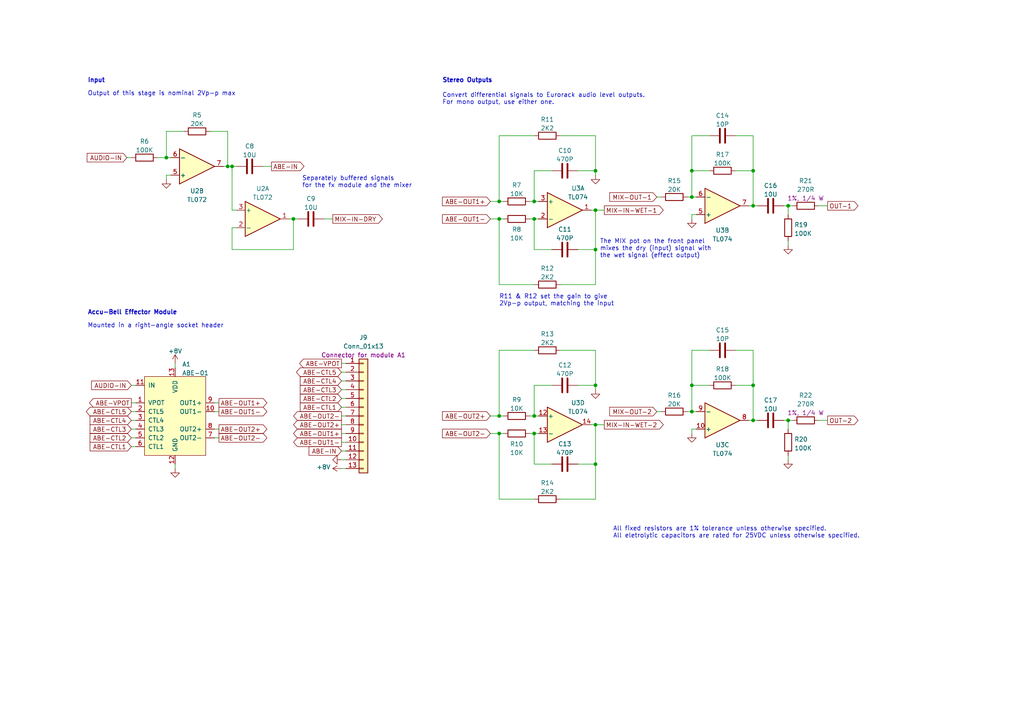
<source format=kicad_sch>
(kicad_sch (version 20211123) (generator eeschema)

  (uuid 4fe3cd02-8864-4b3e-a1a0-2dfa4d191ca2)

  (paper "A4")

  (title_block
    (title "Eurorack Effects Module")
    (date "2022-09-30")
    (rev "1.2")
    (company "Len Popp")
    (comment 1 "Copyright © 2022 Len Popp CC BY")
    (comment 2 "Eurorack digital effects module - 8HP")
  )

  (lib_symbols
    (symbol "-lmp-opamp:TL072" (pin_names (offset 0.127)) (in_bom yes) (on_board yes)
      (property "Reference" "U" (id 0) (at 0 5.08 0)
        (effects (font (size 1.27 1.27)) (justify left))
      )
      (property "Value" "TL072" (id 1) (at 0 -5.08 0)
        (effects (font (size 1.27 1.27)) (justify left))
      )
      (property "Footprint" "Package_DIP:DIP-8_W7.62mm" (id 2) (at 0 0 0)
        (effects (font (size 1.27 1.27)) hide)
      )
      (property "Datasheet" "https://www.ti.com/lit/ds/symlink/tl072b.pdf?ts=1628812694194" (id 3) (at 0 0 0)
        (effects (font (size 1.27 1.27)) hide)
      )
      (property "Manufacturer" "Texas Instruments" (id 4) (at 0 0 0)
        (effects (font (size 1.27 1.27)) hide)
      )
      (property "ManufacturerPartNum" "TL072BCP" (id 5) (at 0 0 0)
        (effects (font (size 1.27 1.27)) hide)
      )
      (property "Distributor" "Mouser" (id 6) (at 0 0 0)
        (effects (font (size 1.27 1.27)) hide)
      )
      (property "DistributorPartNum" "595-TL072BCP" (id 7) (at 0 0 0)
        (effects (font (size 1.27 1.27)) hide)
      )
      (property "DistributorPartLink" "https://www.mouser.ca/ProductDetail/Texas-Instruments/TL072BCP?qs=p6YqzpSxLIxmo8AyZLsP4g%3D%3D" (id 8) (at 0 0 0)
        (effects (font (size 1.27 1.27)) hide)
      )
      (property "ki_locked" "" (id 9) (at 0 0 0)
        (effects (font (size 1.27 1.27)))
      )
      (property "ki_keywords" "dual opamp" (id 10) (at 0 0 0)
        (effects (font (size 1.27 1.27)) hide)
      )
      (property "ki_description" "Dual Low-Noise JFET-Input Operational Amplifiers, DIP-8/SOIC-8" (id 11) (at 0 0 0)
        (effects (font (size 1.27 1.27)) hide)
      )
      (property "ki_fp_filters" "SOIC*3.9x4.9mm*P1.27mm* DIP*W7.62mm* TO*99* OnSemi*Micro8* TSSOP*3x3mm*P0.65mm* TSSOP*4.4x3mm*P0.65mm* MSOP*3x3mm*P0.65mm* SSOP*3.9x4.9mm*P0.635mm* LFCSP*2x2mm*P0.5mm* *SIP* SOIC*5.3x6.2mm*P1.27mm*" (id 12) (at 0 0 0)
        (effects (font (size 1.27 1.27)) hide)
      )
      (symbol "TL072_1_1"
        (polyline
          (pts
            (xy -5.08 5.08)
            (xy 5.08 0)
            (xy -5.08 -5.08)
            (xy -5.08 5.08)
          )
          (stroke (width 0.254) (type default) (color 0 0 0 0))
          (fill (type background))
        )
        (pin output line (at 7.62 0 180) (length 2.54)
          (name "~" (effects (font (size 1.27 1.27))))
          (number "1" (effects (font (size 1.27 1.27))))
        )
        (pin input line (at -7.62 -2.54 0) (length 2.54)
          (name "-" (effects (font (size 1.27 1.27))))
          (number "2" (effects (font (size 1.27 1.27))))
        )
        (pin input line (at -7.62 2.54 0) (length 2.54)
          (name "+" (effects (font (size 1.27 1.27))))
          (number "3" (effects (font (size 1.27 1.27))))
        )
      )
      (symbol "TL072_2_1"
        (polyline
          (pts
            (xy -5.08 5.08)
            (xy 5.08 0)
            (xy -5.08 -5.08)
            (xy -5.08 5.08)
          )
          (stroke (width 0.254) (type default) (color 0 0 0 0))
          (fill (type background))
        )
        (pin input line (at -7.62 2.54 0) (length 2.54)
          (name "+" (effects (font (size 1.27 1.27))))
          (number "5" (effects (font (size 1.27 1.27))))
        )
        (pin input line (at -7.62 -2.54 0) (length 2.54)
          (name "-" (effects (font (size 1.27 1.27))))
          (number "6" (effects (font (size 1.27 1.27))))
        )
        (pin output line (at 7.62 0 180) (length 2.54)
          (name "~" (effects (font (size 1.27 1.27))))
          (number "7" (effects (font (size 1.27 1.27))))
        )
      )
      (symbol "TL072_3_1"
        (pin power_in line (at -2.54 -7.62 90) (length 3.81)
          (name "V-" (effects (font (size 1.27 1.27))))
          (number "4" (effects (font (size 1.27 1.27))))
        )
        (pin power_in line (at -2.54 7.62 270) (length 3.81)
          (name "V+" (effects (font (size 1.27 1.27))))
          (number "8" (effects (font (size 1.27 1.27))))
        )
      )
    )
    (symbol "-lmp-opamp:TL074" (pin_names (offset 0.127)) (in_bom yes) (on_board yes)
      (property "Reference" "U" (id 0) (at 0 5.08 0)
        (effects (font (size 1.27 1.27)) (justify left))
      )
      (property "Value" "TL074" (id 1) (at 0 -5.08 0)
        (effects (font (size 1.27 1.27)) (justify left))
      )
      (property "Footprint" "Package_DIP:DIP-14_W7.62mm" (id 2) (at -1.27 2.54 0)
        (effects (font (size 1.27 1.27)) hide)
      )
      (property "Datasheet" "http://www.ti.com/lit/ds/symlink/tl071.pdf" (id 3) (at 1.27 5.08 0)
        (effects (font (size 1.27 1.27)) hide)
      )
      (property "Manufacturer" "Texas Instruments" (id 4) (at 0 0 0)
        (effects (font (size 1.27 1.27)) hide)
      )
      (property "ManufacturerPartNum" "TL074BCN" (id 5) (at 0 0 0)
        (effects (font (size 1.27 1.27)) hide)
      )
      (property "Distributor" "Mouser" (id 6) (at 0 0 0)
        (effects (font (size 1.27 1.27)) hide)
      )
      (property "DistributorPartNum" "595-TL074BCN" (id 7) (at 0 0 0)
        (effects (font (size 1.27 1.27)) hide)
      )
      (property "DistributorPartLink" "https://www.mouser.ca/ProductDetail/?qs=vxEfx8VrU7BHurOY5iQdiA%3D%3D" (id 8) (at 0 0 0)
        (effects (font (size 1.27 1.27)) hide)
      )
      (property "ki_locked" "" (id 9) (at 0 0 0)
        (effects (font (size 1.27 1.27)))
      )
      (property "ki_keywords" "quad opamp" (id 10) (at 0 0 0)
        (effects (font (size 1.27 1.27)) hide)
      )
      (property "ki_description" "Quad Low-Noise JFET-Input Operational Amplifiers, DIP-14/SOIC-14" (id 11) (at 0 0 0)
        (effects (font (size 1.27 1.27)) hide)
      )
      (property "ki_fp_filters" "SOIC*3.9x8.7mm*P1.27mm* DIP*W7.62mm* TSSOP*4.4x5mm*P0.65mm* SSOP*5.3x6.2mm*P0.65mm* MSOP*3x3mm*P0.5mm*" (id 12) (at 0 0 0)
        (effects (font (size 1.27 1.27)) hide)
      )
      (symbol "TL074_1_1"
        (polyline
          (pts
            (xy -5.08 5.08)
            (xy 5.08 0)
            (xy -5.08 -5.08)
            (xy -5.08 5.08)
          )
          (stroke (width 0.254) (type default) (color 0 0 0 0))
          (fill (type background))
        )
        (pin output line (at 7.62 0 180) (length 2.54)
          (name "~" (effects (font (size 1.27 1.27))))
          (number "1" (effects (font (size 1.27 1.27))))
        )
        (pin input line (at -7.62 -2.54 0) (length 2.54)
          (name "-" (effects (font (size 1.27 1.27))))
          (number "2" (effects (font (size 1.27 1.27))))
        )
        (pin input line (at -7.62 2.54 0) (length 2.54)
          (name "+" (effects (font (size 1.27 1.27))))
          (number "3" (effects (font (size 1.27 1.27))))
        )
      )
      (symbol "TL074_2_1"
        (polyline
          (pts
            (xy -5.08 5.08)
            (xy 5.08 0)
            (xy -5.08 -5.08)
            (xy -5.08 5.08)
          )
          (stroke (width 0.254) (type default) (color 0 0 0 0))
          (fill (type background))
        )
        (pin input line (at -7.62 2.54 0) (length 2.54)
          (name "+" (effects (font (size 1.27 1.27))))
          (number "5" (effects (font (size 1.27 1.27))))
        )
        (pin input line (at -7.62 -2.54 0) (length 2.54)
          (name "-" (effects (font (size 1.27 1.27))))
          (number "6" (effects (font (size 1.27 1.27))))
        )
        (pin output line (at 7.62 0 180) (length 2.54)
          (name "~" (effects (font (size 1.27 1.27))))
          (number "7" (effects (font (size 1.27 1.27))))
        )
      )
      (symbol "TL074_3_1"
        (polyline
          (pts
            (xy -5.08 5.08)
            (xy 5.08 0)
            (xy -5.08 -5.08)
            (xy -5.08 5.08)
          )
          (stroke (width 0.254) (type default) (color 0 0 0 0))
          (fill (type background))
        )
        (pin input line (at -7.62 2.54 0) (length 2.54)
          (name "+" (effects (font (size 1.27 1.27))))
          (number "10" (effects (font (size 1.27 1.27))))
        )
        (pin output line (at 7.62 0 180) (length 2.54)
          (name "~" (effects (font (size 1.27 1.27))))
          (number "8" (effects (font (size 1.27 1.27))))
        )
        (pin input line (at -7.62 -2.54 0) (length 2.54)
          (name "-" (effects (font (size 1.27 1.27))))
          (number "9" (effects (font (size 1.27 1.27))))
        )
      )
      (symbol "TL074_4_1"
        (polyline
          (pts
            (xy -5.08 5.08)
            (xy 5.08 0)
            (xy -5.08 -5.08)
            (xy -5.08 5.08)
          )
          (stroke (width 0.254) (type default) (color 0 0 0 0))
          (fill (type background))
        )
        (pin input line (at -7.62 2.54 0) (length 2.54)
          (name "+" (effects (font (size 1.27 1.27))))
          (number "12" (effects (font (size 1.27 1.27))))
        )
        (pin input line (at -7.62 -2.54 0) (length 2.54)
          (name "-" (effects (font (size 1.27 1.27))))
          (number "13" (effects (font (size 1.27 1.27))))
        )
        (pin output line (at 7.62 0 180) (length 2.54)
          (name "~" (effects (font (size 1.27 1.27))))
          (number "14" (effects (font (size 1.27 1.27))))
        )
      )
      (symbol "TL074_5_1"
        (pin power_in line (at -2.54 -7.62 90) (length 3.81)
          (name "V-" (effects (font (size 1.27 1.27))))
          (number "11" (effects (font (size 1.27 1.27))))
        )
        (pin power_in line (at -2.54 7.62 270) (length 3.81)
          (name "V+" (effects (font (size 1.27 1.27))))
          (number "4" (effects (font (size 1.27 1.27))))
        )
      )
    )
    (symbol "-lmp-power:GND" (power) (pin_numbers hide) (pin_names (offset 0) hide) (in_bom yes) (on_board yes)
      (property "Reference" "#PWR" (id 0) (at 0 -6.35 0)
        (effects (font (size 1.27 1.27)) hide)
      )
      (property "Value" "GND" (id 1) (at 0 -3.81 0)
        (effects (font (size 1.27 1.27)) hide)
      )
      (property "Footprint" "" (id 2) (at 0 0 0)
        (effects (font (size 1.27 1.27)) hide)
      )
      (property "Datasheet" "" (id 3) (at 0 0 0)
        (effects (font (size 1.27 1.27)) hide)
      )
      (property "ki_keywords" "power-flag" (id 4) (at 0 0 0)
        (effects (font (size 1.27 1.27)) hide)
      )
      (property "ki_description" "Power symbol creates a global label with name \"GND\" , ground" (id 5) (at 0 0 0)
        (effects (font (size 1.27 1.27)) hide)
      )
      (symbol "GND_0_1"
        (polyline
          (pts
            (xy 0 0)
            (xy 0 -1.27)
            (xy 1.27 -1.27)
            (xy 0 -2.54)
            (xy -1.27 -1.27)
            (xy 0 -1.27)
          )
          (stroke (width 0) (type default) (color 0 0 0 0))
          (fill (type none))
        )
      )
      (symbol "GND_1_1"
        (pin power_in line (at 0 0 270) (length 0) hide
          (name "GND" (effects (font (size 1.27 1.27))))
          (number "1" (effects (font (size 1.27 1.27))))
        )
      )
    )
    (symbol "-lmp-synth:CNP_10U" (pin_numbers hide) (pin_names (offset 0.254)) (in_bom yes) (on_board yes)
      (property "Reference" "C" (id 0) (at 0.635 2.54 0)
        (effects (font (size 1.27 1.27)) (justify left))
      )
      (property "Value" "CNP_10U" (id 1) (at 0.635 -2.54 0)
        (effects (font (size 1.27 1.27)) (justify left))
      )
      (property "Footprint" "-lmp-misc:C_Radial_D5.0mm_H5.0mm_P2.50mm" (id 2) (at 0.9652 -3.81 0)
        (effects (font (size 1.27 1.27)) hide)
      )
      (property "Datasheet" "https://www.mouser.ca/datasheet/2/315/ABA0000C1053-947510.pdf" (id 3) (at 0 0 0)
        (effects (font (size 1.27 1.27)) hide)
      )
      (property "Note" "Non-polarized" (id 4) (at 0 0 0)
        (effects (font (size 1.27 1.27)) hide)
      )
      (property "Manufacturer" "Panasonic" (id 5) (at 0 0 0)
        (effects (font (size 1.27 1.27)) hide)
      )
      (property "ManufacturerPartNum" "ECE-A1EN100UI" (id 6) (at 0 0 0)
        (effects (font (size 1.27 1.27)) hide)
      )
      (property "Distributor" "Mouser" (id 7) (at 0 0 0)
        (effects (font (size 1.27 1.27)) hide)
      )
      (property "DistributorPartNum" "667-ECE-A1EN100UI" (id 8) (at 0 0 0)
        (effects (font (size 1.27 1.27)) hide)
      )
      (property "DistributorPartLink" "https://www.mouser.ca/ProductDetail/Panasonic/ECE-A1EN100UI?qs=0h1gzos03f36mGOUyzNXaA%3D%3D" (id 9) (at 0 0 0)
        (effects (font (size 1.27 1.27)) hide)
      )
      (property "ki_keywords" "cap capacitor non-polarized electrolytic" (id 10) (at 0 0 0)
        (effects (font (size 1.27 1.27)) hide)
      )
      (property "ki_description" "Capacitor - Non-polarized Electrolytic" (id 11) (at 0 0 0)
        (effects (font (size 1.27 1.27)) hide)
      )
      (property "ki_fp_filters" "C_*" (id 12) (at 0 0 0)
        (effects (font (size 1.27 1.27)) hide)
      )
      (symbol "CNP_10U_0_1"
        (polyline
          (pts
            (xy -2.032 -0.762)
            (xy 2.032 -0.762)
          )
          (stroke (width 0.508) (type default) (color 0 0 0 0))
          (fill (type none))
        )
        (polyline
          (pts
            (xy -2.032 0.762)
            (xy 2.032 0.762)
          )
          (stroke (width 0.508) (type default) (color 0 0 0 0))
          (fill (type none))
        )
      )
      (symbol "CNP_10U_1_1"
        (pin passive line (at 0 3.81 270) (length 2.794)
          (name "~" (effects (font (size 1.27 1.27))))
          (number "1" (effects (font (size 1.27 1.27))))
        )
        (pin passive line (at 0 -3.81 90) (length 2.794)
          (name "~" (effects (font (size 1.27 1.27))))
          (number "2" (effects (font (size 1.27 1.27))))
        )
      )
    )
    (symbol "-lmp-synth:Module_ABE" (pin_names (offset 1.016)) (in_bom yes) (on_board yes)
      (property "Reference" "A" (id 0) (at 8.89 12.7 0)
        (effects (font (size 1.27 1.27)) (justify right))
      )
      (property "Value" "Module_ABE" (id 1) (at -8.89 12.7 0)
        (effects (font (size 1.27 1.27)) (justify left))
      )
      (property "Footprint" "-lmp-synth:Module_ABE_Vert" (id 2) (at -12.7 15.875 0)
        (effects (font (size 1.27 1.27)) hide)
      )
      (property "Datasheet" "https://www.tubesandmore.com/sites/default/files/associated_files/p-r-abe.pdf" (id 3) (at -12.7 15.875 0)
        (effects (font (size 1.27 1.27)) hide)
      )
      (property "Manufacturer" "Accu-Bell" (id 4) (at 0 0 0)
        (effects (font (size 1.27 1.27)) hide)
      )
      (property "ManufacturerPartNum" "ABE-01" (id 5) (at 0 0 0)
        (effects (font (size 1.27 1.27)) hide)
      )
      (property "Distributor" "Antique Electronic Supply" (id 6) (at 0 0 0)
        (effects (font (size 1.27 1.27)) hide)
      )
      (property "DistributorPartNum" "P-R-ABE" (id 7) (at 0 0 0)
        (effects (font (size 1.27 1.27)) hide)
      )
      (property "DistributorPartLink" "https://www.tubesandmore.com/products/dsp-module-abe-accu-bell-effector-3-adjustable-effects" (id 8) (at 0 0 0)
        (effects (font (size 1.27 1.27)) hide)
      )
      (property "ki_keywords" "Accu-Bell Effector effects" (id 9) (at 0 0 0)
        (effects (font (size 1.27 1.27)) hide)
      )
      (property "ki_description" "Accu-Bell Effector digital effects module" (id 10) (at 0 0 0)
        (effects (font (size 1.27 1.27)) hide)
      )
      (symbol "Module_ABE_0_1"
        (rectangle (start -8.89 11.43) (end 8.89 -11.43)
          (stroke (width 0) (type default) (color 0 0 0 0))
          (fill (type background))
        )
        (pin input line (at -11.43 8.89 0) (length 2.54)
          (name "IN" (effects (font (size 1.27 1.27))))
          (number "11" (effects (font (size 1.27 1.27))))
        )
      )
      (symbol "Module_ABE_1_1"
        (pin output line (at -11.43 3.81 0) (length 2.54)
          (name "VPOT" (effects (font (size 1.27 1.27))))
          (number "1" (effects (font (size 1.27 1.27))))
        )
        (pin output line (at 11.43 1.27 180) (length 2.54)
          (name "OUT1-" (effects (font (size 1.27 1.27))))
          (number "10" (effects (font (size 1.27 1.27))))
        )
        (pin power_in line (at 0 -13.97 90) (length 2.54)
          (name "GND" (effects (font (size 1.27 1.27))))
          (number "12" (effects (font (size 1.27 1.27))))
        )
        (pin power_in line (at 0 13.97 270) (length 2.54)
          (name "VDD" (effects (font (size 1.27 1.27))))
          (number "13" (effects (font (size 1.27 1.27))))
        )
        (pin input line (at -11.43 1.27 0) (length 2.54)
          (name "CTL5" (effects (font (size 1.27 1.27))))
          (number "2" (effects (font (size 1.27 1.27))))
        )
        (pin input line (at -11.43 -1.27 0) (length 2.54)
          (name "CTL4" (effects (font (size 1.27 1.27))))
          (number "3" (effects (font (size 1.27 1.27))))
        )
        (pin input line (at -11.43 -3.81 0) (length 2.54)
          (name "CTL3" (effects (font (size 1.27 1.27))))
          (number "4" (effects (font (size 1.27 1.27))))
        )
        (pin input line (at -11.43 -6.35 0) (length 2.54)
          (name "CTL2" (effects (font (size 1.27 1.27))))
          (number "5" (effects (font (size 1.27 1.27))))
        )
        (pin input line (at -11.43 -8.89 0) (length 2.54)
          (name "CTL1" (effects (font (size 1.27 1.27))))
          (number "6" (effects (font (size 1.27 1.27))))
        )
        (pin output line (at 11.43 -6.35 180) (length 2.54)
          (name "OUT2-" (effects (font (size 1.27 1.27))))
          (number "7" (effects (font (size 1.27 1.27))))
        )
        (pin output line (at 11.43 -3.81 180) (length 2.54)
          (name "OUT2+" (effects (font (size 1.27 1.27))))
          (number "8" (effects (font (size 1.27 1.27))))
        )
        (pin output line (at 11.43 3.81 180) (length 2.54)
          (name "OUT1+" (effects (font (size 1.27 1.27))))
          (number "9" (effects (font (size 1.27 1.27))))
        )
      )
    )
    (symbol "-lmp-synth:R_51R_Output" (pin_numbers hide) (pin_names (offset 0)) (in_bom yes) (on_board yes)
      (property "Reference" "R" (id 0) (at -2.286 0 90)
        (effects (font (size 1.27 1.27)))
      )
      (property "Value" "R_51R_Output" (id 1) (at 2.413 0 90)
        (effects (font (size 1.27 1.27)))
      )
      (property "Footprint" "-lmp-misc:R_Axial_DIN0207_L6.3mm_D2.5mm_P10.16mm_Horizontal" (id 2) (at -1.778 0 90)
        (effects (font (size 1.27 1.27)) hide)
      )
      (property "Datasheet" "https://www.mouser.ca/datasheet/2/447/Yageo_LR_MFR_1-1714151.pdf" (id 3) (at 0 0 0)
        (effects (font (size 1.27 1.27)) hide)
      )
      (property "Value2" "1%, 1/4 W" (id 4) (at 4.445 0 90)
        (effects (font (size 1.27 1.27)))
      )
      (property "Note" "Output limiting" (id 5) (at -1.905 -1.905 90)
        (effects (font (size 1.27 1.27)) hide)
      )
      (property "Manufacturer" "YAGEO" (id 6) (at 0 0 0)
        (effects (font (size 1.27 1.27)) hide)
      )
      (property "ManufacturerPartNum" "MFR-25FBF52-51R" (id 7) (at 0 0 0)
        (effects (font (size 1.27 1.27)) hide)
      )
      (property "Distributor" "Mouser" (id 8) (at -1.905 0 90)
        (effects (font (size 1.27 1.27)) hide)
      )
      (property "DistributorPartNum" "603-MFR-25FBF52-51R" (id 9) (at 0 0 0)
        (effects (font (size 1.27 1.27)) hide)
      )
      (property "DistributorPartLink" "https://www.mouser.ca/ProductDetail/?qs=oAGoVhmvjhzVx2bdEH1TLQ%3D%3D" (id 10) (at 0 0 0)
        (effects (font (size 1.27 1.27)) hide)
      )
      (property "ki_keywords" "R res resistor" (id 11) (at 0 0 0)
        (effects (font (size 1.27 1.27)) hide)
      )
      (property "ki_description" "Resistor" (id 12) (at 0 0 0)
        (effects (font (size 1.27 1.27)) hide)
      )
      (property "ki_fp_filters" "R_*" (id 13) (at 0 0 0)
        (effects (font (size 1.27 1.27)) hide)
      )
      (symbol "R_51R_Output_0_1"
        (rectangle (start -1.016 -2.54) (end 1.016 2.54)
          (stroke (width 0.254) (type default) (color 0 0 0 0))
          (fill (type none))
        )
      )
      (symbol "R_51R_Output_1_1"
        (pin passive line (at 0 3.81 270) (length 1.27)
          (name "~" (effects (font (size 1.27 1.27))))
          (number "1" (effects (font (size 1.27 1.27))))
        )
        (pin passive line (at 0 -3.81 90) (length 1.27)
          (name "~" (effects (font (size 1.27 1.27))))
          (number "2" (effects (font (size 1.27 1.27))))
        )
      )
    )
    (symbol "-lmp:CC" (pin_numbers hide) (pin_names (offset 0.254)) (in_bom yes) (on_board yes)
      (property "Reference" "C" (id 0) (at 0.635 2.54 0)
        (effects (font (size 1.27 1.27)) (justify left))
      )
      (property "Value" "CC" (id 1) (at 0.635 -2.54 0)
        (effects (font (size 1.27 1.27)) (justify left))
      )
      (property "Footprint" "" (id 2) (at 0.9652 -3.81 0)
        (effects (font (size 1.27 1.27)) hide)
      )
      (property "Datasheet" "~" (id 3) (at 0 0 0)
        (effects (font (size 1.27 1.27)) hide)
      )
      (property "ki_keywords" "cap capacitor ceramic" (id 4) (at 0 0 0)
        (effects (font (size 1.27 1.27)) hide)
      )
      (property "ki_description" "Capacitor - Ceramic" (id 5) (at 0 0 0)
        (effects (font (size 1.27 1.27)) hide)
      )
      (property "ki_fp_filters" "C_*" (id 6) (at 0 0 0)
        (effects (font (size 1.27 1.27)) hide)
      )
      (symbol "CC_0_1"
        (polyline
          (pts
            (xy -2.032 -0.762)
            (xy 2.032 -0.762)
          )
          (stroke (width 0.508) (type default) (color 0 0 0 0))
          (fill (type none))
        )
        (polyline
          (pts
            (xy -2.032 0.762)
            (xy 2.032 0.762)
          )
          (stroke (width 0.508) (type default) (color 0 0 0 0))
          (fill (type none))
        )
      )
      (symbol "CC_1_1"
        (pin passive line (at 0 3.81 270) (length 2.794)
          (name "~" (effects (font (size 1.27 1.27))))
          (number "1" (effects (font (size 1.27 1.27))))
        )
        (pin passive line (at 0 -3.81 90) (length 2.794)
          (name "~" (effects (font (size 1.27 1.27))))
          (number "2" (effects (font (size 1.27 1.27))))
        )
      )
    )
    (symbol "-lmp:CF" (pin_numbers hide) (pin_names (offset 0.254)) (in_bom yes) (on_board yes)
      (property "Reference" "C" (id 0) (at 0.635 2.54 0)
        (effects (font (size 1.27 1.27)) (justify left))
      )
      (property "Value" "CF" (id 1) (at 0.635 -2.54 0)
        (effects (font (size 1.27 1.27)) (justify left))
      )
      (property "Footprint" "" (id 2) (at 0.9652 -3.81 0)
        (effects (font (size 1.27 1.27)) hide)
      )
      (property "Datasheet" "~" (id 3) (at 0 0 0)
        (effects (font (size 1.27 1.27)) hide)
      )
      (property "ki_keywords" "cap capacitor film" (id 4) (at 0 0 0)
        (effects (font (size 1.27 1.27)) hide)
      )
      (property "ki_description" "Capacitor - Film" (id 5) (at 0 0 0)
        (effects (font (size 1.27 1.27)) hide)
      )
      (property "ki_fp_filters" "C_*" (id 6) (at 0 0 0)
        (effects (font (size 1.27 1.27)) hide)
      )
      (symbol "CF_0_1"
        (polyline
          (pts
            (xy -2.032 -0.762)
            (xy 2.032 -0.762)
          )
          (stroke (width 0.508) (type default) (color 0 0 0 0))
          (fill (type none))
        )
        (polyline
          (pts
            (xy -2.032 0.762)
            (xy 2.032 0.762)
          )
          (stroke (width 0.508) (type default) (color 0 0 0 0))
          (fill (type none))
        )
      )
      (symbol "CF_1_1"
        (pin passive line (at 0 3.81 270) (length 2.794)
          (name "~" (effects (font (size 1.27 1.27))))
          (number "1" (effects (font (size 1.27 1.27))))
        )
        (pin passive line (at 0 -3.81 90) (length 2.794)
          (name "~" (effects (font (size 1.27 1.27))))
          (number "2" (effects (font (size 1.27 1.27))))
        )
      )
    )
    (symbol "-lmp:R_1%_0W166" (pin_numbers hide) (pin_names (offset 0)) (in_bom yes) (on_board yes)
      (property "Reference" "R" (id 0) (at -2.286 0 90)
        (effects (font (size 1.27 1.27)))
      )
      (property "Value" "R_1%_0W166" (id 1) (at 2.413 0 90)
        (effects (font (size 1.27 1.27)))
      )
      (property "Footprint" "-lmp-misc:R_Axial_DIN0207_L6.3mm_D2.5mm_P7.62mm_Horizontal" (id 2) (at -1.778 0 90)
        (effects (font (size 1.27 1.27)) hide)
      )
      (property "Datasheet" "https://www.mouser.ca/datasheet/2/447/Yageo_LR_MFR_1-1714151.pdf" (id 3) (at 0 0 0)
        (effects (font (size 1.27 1.27)) hide)
      )
      (property "Manufacturer" "YAGEO" (id 4) (at 0 0 0)
        (effects (font (size 1.27 1.27)) hide)
      )
      (property "ManufacturerPartNum" "MFR-12*" (id 5) (at 0 0 0)
        (effects (font (size 1.27 1.27)) hide)
      )
      (property "Distributor" "Mouser" (id 6) (at 0 0 0)
        (effects (font (size 1.27 1.27)) hide)
      )
      (property "DistributorPartNum" "603-MFR-12*" (id 7) (at 0 0 0)
        (effects (font (size 1.27 1.27)) hide)
      )
      (property "DistributorPartLink" "https://www.mouser.ca/c/?m=YAGEO&power+rating=166+mW+(1%2f6+W)&tolerance=1+%25&instock=y" (id 8) (at 0 0 0)
        (effects (font (size 1.27 1.27)) hide)
      )
      (property "Value2" "1%, 1/6 W" (id 9) (at 4.953 0 90)
        (effects (font (size 1.27 1.27)) hide)
      )
      (property "ki_keywords" "R res resistor" (id 10) (at 0 0 0)
        (effects (font (size 1.27 1.27)) hide)
      )
      (property "ki_description" "Resistor" (id 11) (at 0 0 0)
        (effects (font (size 1.27 1.27)) hide)
      )
      (property "ki_fp_filters" "R_*" (id 12) (at 0 0 0)
        (effects (font (size 1.27 1.27)) hide)
      )
      (symbol "R_1%_0W166_0_1"
        (rectangle (start -1.016 -2.54) (end 1.016 2.54)
          (stroke (width 0.254) (type default) (color 0 0 0 0))
          (fill (type none))
        )
      )
      (symbol "R_1%_0W166_1_1"
        (pin passive line (at 0 3.81 270) (length 1.27)
          (name "~" (effects (font (size 1.27 1.27))))
          (number "1" (effects (font (size 1.27 1.27))))
        )
        (pin passive line (at 0 -3.81 90) (length 1.27)
          (name "~" (effects (font (size 1.27 1.27))))
          (number "2" (effects (font (size 1.27 1.27))))
        )
      )
    )
    (symbol "Connector_Generic:Conn_01x13" (pin_names (offset 1.016) hide) (in_bom yes) (on_board yes)
      (property "Reference" "J" (id 0) (at 0 17.78 0)
        (effects (font (size 1.27 1.27)))
      )
      (property "Value" "Conn_01x13" (id 1) (at 0 -17.78 0)
        (effects (font (size 1.27 1.27)))
      )
      (property "Footprint" "" (id 2) (at 0 0 0)
        (effects (font (size 1.27 1.27)) hide)
      )
      (property "Datasheet" "~" (id 3) (at 0 0 0)
        (effects (font (size 1.27 1.27)) hide)
      )
      (property "ki_keywords" "connector" (id 4) (at 0 0 0)
        (effects (font (size 1.27 1.27)) hide)
      )
      (property "ki_description" "Generic connector, single row, 01x13, script generated (kicad-library-utils/schlib/autogen/connector/)" (id 5) (at 0 0 0)
        (effects (font (size 1.27 1.27)) hide)
      )
      (property "ki_fp_filters" "Connector*:*_1x??_*" (id 6) (at 0 0 0)
        (effects (font (size 1.27 1.27)) hide)
      )
      (symbol "Conn_01x13_1_1"
        (rectangle (start -1.27 -15.113) (end 0 -15.367)
          (stroke (width 0.1524) (type default) (color 0 0 0 0))
          (fill (type none))
        )
        (rectangle (start -1.27 -12.573) (end 0 -12.827)
          (stroke (width 0.1524) (type default) (color 0 0 0 0))
          (fill (type none))
        )
        (rectangle (start -1.27 -10.033) (end 0 -10.287)
          (stroke (width 0.1524) (type default) (color 0 0 0 0))
          (fill (type none))
        )
        (rectangle (start -1.27 -7.493) (end 0 -7.747)
          (stroke (width 0.1524) (type default) (color 0 0 0 0))
          (fill (type none))
        )
        (rectangle (start -1.27 -4.953) (end 0 -5.207)
          (stroke (width 0.1524) (type default) (color 0 0 0 0))
          (fill (type none))
        )
        (rectangle (start -1.27 -2.413) (end 0 -2.667)
          (stroke (width 0.1524) (type default) (color 0 0 0 0))
          (fill (type none))
        )
        (rectangle (start -1.27 0.127) (end 0 -0.127)
          (stroke (width 0.1524) (type default) (color 0 0 0 0))
          (fill (type none))
        )
        (rectangle (start -1.27 2.667) (end 0 2.413)
          (stroke (width 0.1524) (type default) (color 0 0 0 0))
          (fill (type none))
        )
        (rectangle (start -1.27 5.207) (end 0 4.953)
          (stroke (width 0.1524) (type default) (color 0 0 0 0))
          (fill (type none))
        )
        (rectangle (start -1.27 7.747) (end 0 7.493)
          (stroke (width 0.1524) (type default) (color 0 0 0 0))
          (fill (type none))
        )
        (rectangle (start -1.27 10.287) (end 0 10.033)
          (stroke (width 0.1524) (type default) (color 0 0 0 0))
          (fill (type none))
        )
        (rectangle (start -1.27 12.827) (end 0 12.573)
          (stroke (width 0.1524) (type default) (color 0 0 0 0))
          (fill (type none))
        )
        (rectangle (start -1.27 15.367) (end 0 15.113)
          (stroke (width 0.1524) (type default) (color 0 0 0 0))
          (fill (type none))
        )
        (rectangle (start -1.27 16.51) (end 1.27 -16.51)
          (stroke (width 0.254) (type default) (color 0 0 0 0))
          (fill (type background))
        )
        (pin passive line (at -5.08 15.24 0) (length 3.81)
          (name "Pin_1" (effects (font (size 1.27 1.27))))
          (number "1" (effects (font (size 1.27 1.27))))
        )
        (pin passive line (at -5.08 -7.62 0) (length 3.81)
          (name "Pin_10" (effects (font (size 1.27 1.27))))
          (number "10" (effects (font (size 1.27 1.27))))
        )
        (pin passive line (at -5.08 -10.16 0) (length 3.81)
          (name "Pin_11" (effects (font (size 1.27 1.27))))
          (number "11" (effects (font (size 1.27 1.27))))
        )
        (pin passive line (at -5.08 -12.7 0) (length 3.81)
          (name "Pin_12" (effects (font (size 1.27 1.27))))
          (number "12" (effects (font (size 1.27 1.27))))
        )
        (pin passive line (at -5.08 -15.24 0) (length 3.81)
          (name "Pin_13" (effects (font (size 1.27 1.27))))
          (number "13" (effects (font (size 1.27 1.27))))
        )
        (pin passive line (at -5.08 12.7 0) (length 3.81)
          (name "Pin_2" (effects (font (size 1.27 1.27))))
          (number "2" (effects (font (size 1.27 1.27))))
        )
        (pin passive line (at -5.08 10.16 0) (length 3.81)
          (name "Pin_3" (effects (font (size 1.27 1.27))))
          (number "3" (effects (font (size 1.27 1.27))))
        )
        (pin passive line (at -5.08 7.62 0) (length 3.81)
          (name "Pin_4" (effects (font (size 1.27 1.27))))
          (number "4" (effects (font (size 1.27 1.27))))
        )
        (pin passive line (at -5.08 5.08 0) (length 3.81)
          (name "Pin_5" (effects (font (size 1.27 1.27))))
          (number "5" (effects (font (size 1.27 1.27))))
        )
        (pin passive line (at -5.08 2.54 0) (length 3.81)
          (name "Pin_6" (effects (font (size 1.27 1.27))))
          (number "6" (effects (font (size 1.27 1.27))))
        )
        (pin passive line (at -5.08 0 0) (length 3.81)
          (name "Pin_7" (effects (font (size 1.27 1.27))))
          (number "7" (effects (font (size 1.27 1.27))))
        )
        (pin passive line (at -5.08 -2.54 0) (length 3.81)
          (name "Pin_8" (effects (font (size 1.27 1.27))))
          (number "8" (effects (font (size 1.27 1.27))))
        )
        (pin passive line (at -5.08 -5.08 0) (length 3.81)
          (name "Pin_9" (effects (font (size 1.27 1.27))))
          (number "9" (effects (font (size 1.27 1.27))))
        )
      )
    )
    (symbol "power:+8V" (power) (pin_names (offset 0)) (in_bom yes) (on_board yes)
      (property "Reference" "#PWR" (id 0) (at 0 -3.81 0)
        (effects (font (size 1.27 1.27)) hide)
      )
      (property "Value" "+8V" (id 1) (at 0 3.556 0)
        (effects (font (size 1.27 1.27)))
      )
      (property "Footprint" "" (id 2) (at 0 0 0)
        (effects (font (size 1.27 1.27)) hide)
      )
      (property "Datasheet" "" (id 3) (at 0 0 0)
        (effects (font (size 1.27 1.27)) hide)
      )
      (property "ki_keywords" "power-flag" (id 4) (at 0 0 0)
        (effects (font (size 1.27 1.27)) hide)
      )
      (property "ki_description" "Power symbol creates a global label with name \"+8V\"" (id 5) (at 0 0 0)
        (effects (font (size 1.27 1.27)) hide)
      )
      (symbol "+8V_0_1"
        (polyline
          (pts
            (xy -0.762 1.27)
            (xy 0 2.54)
          )
          (stroke (width 0) (type default) (color 0 0 0 0))
          (fill (type none))
        )
        (polyline
          (pts
            (xy 0 0)
            (xy 0 2.54)
          )
          (stroke (width 0) (type default) (color 0 0 0 0))
          (fill (type none))
        )
        (polyline
          (pts
            (xy 0 2.54)
            (xy 0.762 1.27)
          )
          (stroke (width 0) (type default) (color 0 0 0 0))
          (fill (type none))
        )
      )
      (symbol "+8V_1_1"
        (pin power_in line (at 0 0 90) (length 0) hide
          (name "+8V" (effects (font (size 1.27 1.27))))
          (number "1" (effects (font (size 1.27 1.27))))
        )
      )
    )
  )

  (junction (at 67.31 48.26) (diameter 0) (color 0 0 0 0)
    (uuid 150185df-f28e-45cf-ab7f-e79a06b8dd4c)
  )
  (junction (at 218.44 49.53) (diameter 0) (color 0 0 0 0)
    (uuid 25011825-2f56-47cd-9277-057bdcdfe301)
  )
  (junction (at 200.66 57.15) (diameter 0) (color 0 0 0 0)
    (uuid 2a784b90-965c-4bc1-ba44-80760c583a87)
  )
  (junction (at 172.72 134.62) (diameter 0) (color 0 0 0 0)
    (uuid 320e2029-7aea-4c6b-a8b2-662f98b91064)
  )
  (junction (at 228.6 59.69) (diameter 0) (color 0 0 0 0)
    (uuid 3e01ecf0-b2e7-48f2-aec6-9097e2d49a7b)
  )
  (junction (at 200.66 111.76) (diameter 0) (color 0 0 0 0)
    (uuid 54838107-0020-459c-ae61-af409268fe48)
  )
  (junction (at 154.94 120.65) (diameter 0) (color 0 0 0 0)
    (uuid 57351a29-500f-4011-b859-0df1edaf724d)
  )
  (junction (at 172.72 72.39) (diameter 0) (color 0 0 0 0)
    (uuid 59f4c998-0269-4279-b22d-52b4e3ec2335)
  )
  (junction (at 172.72 111.76) (diameter 0) (color 0 0 0 0)
    (uuid 5a53785d-91d1-4709-ac75-c1220095f14e)
  )
  (junction (at 228.6 121.92) (diameter 0) (color 0 0 0 0)
    (uuid 63bf73fc-7b07-43cf-bdd2-924df72710ee)
  )
  (junction (at 154.94 125.73) (diameter 0) (color 0 0 0 0)
    (uuid 65f1c0d4-14c4-446e-bddd-c6918ec648d0)
  )
  (junction (at 144.78 58.42) (diameter 0) (color 0 0 0 0)
    (uuid 710f8613-6847-4dc4-8940-73b62a0fccc5)
  )
  (junction (at 218.44 121.92) (diameter 0) (color 0 0 0 0)
    (uuid 76596c97-0748-48f6-a62c-ffdef6dd025f)
  )
  (junction (at 66.04 48.26) (diameter 0) (color 0 0 0 0)
    (uuid 82571973-dd1b-4e70-ae7b-3dad91242e76)
  )
  (junction (at 85.09 63.5) (diameter 0) (color 0 0 0 0)
    (uuid 84c8c835-2411-429d-a2a2-20092ef74e2a)
  )
  (junction (at 172.72 60.96) (diameter 0) (color 0 0 0 0)
    (uuid 88672681-5936-4f3e-824d-28579103d85c)
  )
  (junction (at 144.78 125.73) (diameter 0) (color 0 0 0 0)
    (uuid 95c0c518-8081-4ad4-9e41-cefa5a18099a)
  )
  (junction (at 218.44 111.76) (diameter 0) (color 0 0 0 0)
    (uuid acd6b8bd-61ac-4b4c-9011-2f9426faf4bd)
  )
  (junction (at 218.44 59.69) (diameter 0) (color 0 0 0 0)
    (uuid b01d2fb5-47c6-4625-a88e-70c8dd0add4f)
  )
  (junction (at 144.78 63.5) (diameter 0) (color 0 0 0 0)
    (uuid b105e203-6447-4965-b2f2-4122fb70b982)
  )
  (junction (at 144.78 120.65) (diameter 0) (color 0 0 0 0)
    (uuid b77b4540-7387-44b3-bf0f-962c4e7c3d0f)
  )
  (junction (at 200.66 119.38) (diameter 0) (color 0 0 0 0)
    (uuid b869f46f-d5e8-4c00-a2e7-76ab62787be0)
  )
  (junction (at 172.72 123.19) (diameter 0) (color 0 0 0 0)
    (uuid d3a601a0-7b2e-4676-a62e-f9fcd4a84f14)
  )
  (junction (at 172.72 49.53) (diameter 0) (color 0 0 0 0)
    (uuid ded4b7c5-21f8-4c34-be2a-f750604e4e75)
  )
  (junction (at 154.94 58.42) (diameter 0) (color 0 0 0 0)
    (uuid e08373bf-f3dd-40cc-b06a-bfd2d0a227f2)
  )
  (junction (at 154.94 63.5) (diameter 0) (color 0 0 0 0)
    (uuid e5d9e2b9-a62f-49a8-9453-76c30bae17e4)
  )
  (junction (at 48.26 45.72) (diameter 0) (color 0 0 0 0)
    (uuid ef330ecb-cb78-4fd9-91f4-73e98926256a)
  )
  (junction (at 200.66 49.53) (diameter 0) (color 0 0 0 0)
    (uuid fcd6b9f7-9cff-4bc3-bf21-0617f7085764)
  )

  (wire (pts (xy 45.72 45.72) (xy 48.26 45.72))
    (stroke (width 0) (type default) (color 0 0 0 0))
    (uuid 0151fcd6-0ead-4a4d-b47f-a84d1a69e937)
  )
  (wire (pts (xy 218.44 111.76) (xy 213.36 111.76))
    (stroke (width 0) (type default) (color 0 0 0 0))
    (uuid 04fa7102-27fa-4274-88eb-010950b322a1)
  )
  (wire (pts (xy 172.72 123.19) (xy 175.26 123.19))
    (stroke (width 0) (type default) (color 0 0 0 0))
    (uuid 063382f7-af64-4416-aa78-b234e706cfda)
  )
  (wire (pts (xy 146.05 125.73) (xy 144.78 125.73))
    (stroke (width 0) (type default) (color 0 0 0 0))
    (uuid 06bb7c57-f79c-4c68-b5c2-f0c08a1e8b1b)
  )
  (wire (pts (xy 38.1 124.46) (xy 39.37 124.46))
    (stroke (width 0) (type default) (color 0 0 0 0))
    (uuid 081528db-f2a8-4b90-a7ce-76347ebaabaf)
  )
  (wire (pts (xy 66.04 38.1) (xy 66.04 48.26))
    (stroke (width 0) (type default) (color 0 0 0 0))
    (uuid 08aaccef-9e5f-428a-987f-27309fbcf593)
  )
  (wire (pts (xy 200.66 119.38) (xy 201.93 119.38))
    (stroke (width 0) (type default) (color 0 0 0 0))
    (uuid 098158a9-4de4-4046-bfc3-8324af6fa2c9)
  )
  (wire (pts (xy 218.44 59.69) (xy 219.71 59.69))
    (stroke (width 0) (type default) (color 0 0 0 0))
    (uuid 09c5f8ab-429a-4544-8e33-e3146dc43f70)
  )
  (wire (pts (xy 144.78 63.5) (xy 142.24 63.5))
    (stroke (width 0) (type default) (color 0 0 0 0))
    (uuid 0d0c8479-4251-4eae-8322-2dd3db898440)
  )
  (wire (pts (xy 154.94 63.5) (xy 156.21 63.5))
    (stroke (width 0) (type default) (color 0 0 0 0))
    (uuid 0e399530-19cf-46bb-a6b8-64e5c87dd87c)
  )
  (wire (pts (xy 144.78 58.42) (xy 142.24 58.42))
    (stroke (width 0) (type default) (color 0 0 0 0))
    (uuid 0fb2b8eb-5358-4841-8499-46c63f0c07c4)
  )
  (wire (pts (xy 172.72 72.39) (xy 167.64 72.39))
    (stroke (width 0) (type default) (color 0 0 0 0))
    (uuid 100d8ada-3c28-46e1-b1fc-a9bb9b19974b)
  )
  (wire (pts (xy 144.78 144.78) (xy 154.94 144.78))
    (stroke (width 0) (type default) (color 0 0 0 0))
    (uuid 13ef4b6f-070c-485b-9ea6-fae53e22d94a)
  )
  (wire (pts (xy 154.94 125.73) (xy 156.21 125.73))
    (stroke (width 0) (type default) (color 0 0 0 0))
    (uuid 141813b7-808d-4355-9af5-bcc4072d9be8)
  )
  (wire (pts (xy 154.94 111.76) (xy 160.02 111.76))
    (stroke (width 0) (type default) (color 0 0 0 0))
    (uuid 1a2a3c4c-61ca-4e32-bc1a-154560a8e371)
  )
  (wire (pts (xy 38.1 127) (xy 39.37 127))
    (stroke (width 0) (type default) (color 0 0 0 0))
    (uuid 1b449c06-b426-4239-91a3-9d8c73e71eee)
  )
  (wire (pts (xy 205.74 49.53) (xy 200.66 49.53))
    (stroke (width 0) (type default) (color 0 0 0 0))
    (uuid 1be41d17-e442-4101-a1a7-238b03cd2177)
  )
  (wire (pts (xy 172.72 60.96) (xy 175.26 60.96))
    (stroke (width 0) (type default) (color 0 0 0 0))
    (uuid 1e74adec-c64d-435f-8363-f3c603a3b0a6)
  )
  (wire (pts (xy 200.66 49.53) (xy 200.66 57.15))
    (stroke (width 0) (type default) (color 0 0 0 0))
    (uuid 1eb59bac-212a-4474-bc17-dd7d4c786381)
  )
  (wire (pts (xy 153.67 58.42) (xy 154.94 58.42))
    (stroke (width 0) (type default) (color 0 0 0 0))
    (uuid 20adb533-4eb7-4dec-b2bf-63dc52920fd1)
  )
  (wire (pts (xy 99.06 115.57) (xy 100.33 115.57))
    (stroke (width 0) (type default) (color 0 0 0 0))
    (uuid 24f36b4b-c517-43af-ad37-09eed1e06f6f)
  )
  (wire (pts (xy 62.23 124.46) (xy 63.5 124.46))
    (stroke (width 0) (type default) (color 0 0 0 0))
    (uuid 25124732-1c4c-42fd-9117-2d634755ee1e)
  )
  (wire (pts (xy 228.6 124.46) (xy 228.6 121.92))
    (stroke (width 0) (type default) (color 0 0 0 0))
    (uuid 25dbbc0f-4ad2-4cb8-accd-6908a4d72cdb)
  )
  (wire (pts (xy 66.04 48.26) (xy 67.31 48.26))
    (stroke (width 0) (type default) (color 0 0 0 0))
    (uuid 26ef878e-3f2d-4c9b-962a-b2a7de1a6fb4)
  )
  (wire (pts (xy 154.94 125.73) (xy 154.94 134.62))
    (stroke (width 0) (type default) (color 0 0 0 0))
    (uuid 2a539f2f-bc07-4604-9a80-f51cdbccd34e)
  )
  (wire (pts (xy 200.66 111.76) (xy 200.66 119.38))
    (stroke (width 0) (type default) (color 0 0 0 0))
    (uuid 2b3044e0-a269-4094-b540-5ffb55ff4a94)
  )
  (wire (pts (xy 99.06 133.35) (xy 100.33 133.35))
    (stroke (width 0) (type default) (color 0 0 0 0))
    (uuid 2ca4f146-425c-4ec1-b131-79457dd0ccc5)
  )
  (wire (pts (xy 67.31 60.96) (xy 68.58 60.96))
    (stroke (width 0) (type default) (color 0 0 0 0))
    (uuid 2d81c112-4c35-41c5-90e8-4bc3cfb854cf)
  )
  (wire (pts (xy 144.78 125.73) (xy 144.78 144.78))
    (stroke (width 0) (type default) (color 0 0 0 0))
    (uuid 2e05ecd9-ad24-4008-8165-a84f9de0125c)
  )
  (wire (pts (xy 228.6 133.35) (xy 228.6 132.08))
    (stroke (width 0) (type default) (color 0 0 0 0))
    (uuid 2e226f49-a87a-4fd7-bdc7-84c587c3a4eb)
  )
  (wire (pts (xy 228.6 71.12) (xy 228.6 69.85))
    (stroke (width 0) (type default) (color 0 0 0 0))
    (uuid 2fbc26ee-23bc-4df8-a67b-49f97064ca60)
  )
  (wire (pts (xy 85.09 72.39) (xy 67.31 72.39))
    (stroke (width 0) (type default) (color 0 0 0 0))
    (uuid 309c2e75-e360-4d86-8d68-5b89fa7dea27)
  )
  (wire (pts (xy 154.94 49.53) (xy 160.02 49.53))
    (stroke (width 0) (type default) (color 0 0 0 0))
    (uuid 364d12a2-5055-43ca-8750-437a1f5d239e)
  )
  (wire (pts (xy 38.1 119.38) (xy 39.37 119.38))
    (stroke (width 0) (type default) (color 0 0 0 0))
    (uuid 36a5a1b1-15f2-4b12-8d0f-1456378ba02c)
  )
  (wire (pts (xy 50.8 105.41) (xy 50.8 106.68))
    (stroke (width 0) (type default) (color 0 0 0 0))
    (uuid 36bdafac-5db7-4206-b3be-4c694a6ee550)
  )
  (wire (pts (xy 172.72 123.19) (xy 172.72 134.62))
    (stroke (width 0) (type default) (color 0 0 0 0))
    (uuid 36c39c23-65cb-4f69-9e96-df6880eb27b8)
  )
  (wire (pts (xy 153.67 120.65) (xy 154.94 120.65))
    (stroke (width 0) (type default) (color 0 0 0 0))
    (uuid 3926b486-8eee-4b4e-b116-fe876824884c)
  )
  (wire (pts (xy 213.36 101.6) (xy 218.44 101.6))
    (stroke (width 0) (type default) (color 0 0 0 0))
    (uuid 392e4da1-e519-4d5a-959a-47314dfa3091)
  )
  (wire (pts (xy 144.78 63.5) (xy 144.78 82.55))
    (stroke (width 0) (type default) (color 0 0 0 0))
    (uuid 393da68f-b136-4081-88f1-c487e8ec3b32)
  )
  (wire (pts (xy 62.23 127) (xy 63.5 127))
    (stroke (width 0) (type default) (color 0 0 0 0))
    (uuid 3bbb81ea-418b-4a75-a4ae-ea06fa67e544)
  )
  (wire (pts (xy 66.04 38.1) (xy 60.96 38.1))
    (stroke (width 0) (type default) (color 0 0 0 0))
    (uuid 3e630993-7ea3-4dc8-8583-e51cab7570d0)
  )
  (wire (pts (xy 201.93 62.23) (xy 200.66 62.23))
    (stroke (width 0) (type default) (color 0 0 0 0))
    (uuid 411675e0-8d39-478a-b757-92718c74acfe)
  )
  (wire (pts (xy 99.06 105.41) (xy 100.33 105.41))
    (stroke (width 0) (type default) (color 0 0 0 0))
    (uuid 42307a9f-0b08-4354-8719-8d6bc5f7bc2a)
  )
  (wire (pts (xy 144.78 101.6) (xy 154.94 101.6))
    (stroke (width 0) (type default) (color 0 0 0 0))
    (uuid 434364d6-4307-486b-a6fe-4060c86f3f40)
  )
  (wire (pts (xy 99.06 120.65) (xy 100.33 120.65))
    (stroke (width 0) (type default) (color 0 0 0 0))
    (uuid 4353b5fb-94b5-48f0-90d1-a03fe5251a28)
  )
  (wire (pts (xy 200.66 62.23) (xy 200.66 63.5))
    (stroke (width 0) (type default) (color 0 0 0 0))
    (uuid 49de1c82-9de2-4cd8-a9d8-019f7b068004)
  )
  (wire (pts (xy 154.94 58.42) (xy 154.94 49.53))
    (stroke (width 0) (type default) (color 0 0 0 0))
    (uuid 4a8b41cd-d75f-448b-8049-623af276e229)
  )
  (wire (pts (xy 213.36 39.37) (xy 218.44 39.37))
    (stroke (width 0) (type default) (color 0 0 0 0))
    (uuid 4a90280c-0fac-45e1-bb5f-0371e67b8695)
  )
  (wire (pts (xy 218.44 39.37) (xy 218.44 49.53))
    (stroke (width 0) (type default) (color 0 0 0 0))
    (uuid 4cf3d3c5-be98-40cc-a1bb-30e4b789552b)
  )
  (wire (pts (xy 48.26 45.72) (xy 49.53 45.72))
    (stroke (width 0) (type default) (color 0 0 0 0))
    (uuid 4e3bfd5e-10dc-4ec4-88be-929ae3b61dbe)
  )
  (wire (pts (xy 218.44 49.53) (xy 213.36 49.53))
    (stroke (width 0) (type default) (color 0 0 0 0))
    (uuid 5240dfb2-caa4-409c-aae0-5a0e1a3f0812)
  )
  (wire (pts (xy 172.72 49.53) (xy 172.72 50.8))
    (stroke (width 0) (type default) (color 0 0 0 0))
    (uuid 54f1cd35-5769-4491-b08e-8c144cf1d098)
  )
  (wire (pts (xy 228.6 62.23) (xy 228.6 59.69))
    (stroke (width 0) (type default) (color 0 0 0 0))
    (uuid 599f80ab-00a0-44bb-b1a8-a06bdda4af8d)
  )
  (wire (pts (xy 99.06 107.95) (xy 100.33 107.95))
    (stroke (width 0) (type default) (color 0 0 0 0))
    (uuid 5b44d07e-adb7-4851-9a52-8076b97fd70c)
  )
  (wire (pts (xy 99.06 113.03) (xy 100.33 113.03))
    (stroke (width 0) (type default) (color 0 0 0 0))
    (uuid 5d86c384-ccf9-4ec0-8d7c-7e6b25412606)
  )
  (wire (pts (xy 76.2 48.26) (xy 78.74 48.26))
    (stroke (width 0) (type default) (color 0 0 0 0))
    (uuid 62d627d4-73f9-47e4-8c48-4e395d66b7f5)
  )
  (wire (pts (xy 172.72 144.78) (xy 172.72 134.62))
    (stroke (width 0) (type default) (color 0 0 0 0))
    (uuid 6374ebe7-9546-48ec-9733-3d3108e60629)
  )
  (wire (pts (xy 167.64 111.76) (xy 172.72 111.76))
    (stroke (width 0) (type default) (color 0 0 0 0))
    (uuid 652025b6-3ee9-487b-b5b7-52807c80d71f)
  )
  (wire (pts (xy 167.64 49.53) (xy 172.72 49.53))
    (stroke (width 0) (type default) (color 0 0 0 0))
    (uuid 654c4ba7-3d4a-41c1-89c9-f44608cd2b4f)
  )
  (wire (pts (xy 62.23 116.84) (xy 63.5 116.84))
    (stroke (width 0) (type default) (color 0 0 0 0))
    (uuid 6922dfa3-afb1-4ae1-9c50-fbce5d76a17c)
  )
  (wire (pts (xy 144.78 39.37) (xy 154.94 39.37))
    (stroke (width 0) (type default) (color 0 0 0 0))
    (uuid 6a037fdd-6c9a-473b-89ac-640dfe835a12)
  )
  (wire (pts (xy 144.78 82.55) (xy 154.94 82.55))
    (stroke (width 0) (type default) (color 0 0 0 0))
    (uuid 6d2cd7a9-ce26-424c-a1a8-8d1d92d7ac12)
  )
  (wire (pts (xy 162.56 101.6) (xy 172.72 101.6))
    (stroke (width 0) (type default) (color 0 0 0 0))
    (uuid 6db892c1-656f-4e29-8b4d-90eeb793b702)
  )
  (wire (pts (xy 172.72 134.62) (xy 167.64 134.62))
    (stroke (width 0) (type default) (color 0 0 0 0))
    (uuid 6edb1490-763e-4efd-88df-bf83b1c964df)
  )
  (wire (pts (xy 99.06 135.89) (xy 100.33 135.89))
    (stroke (width 0) (type default) (color 0 0 0 0))
    (uuid 71474651-47d2-45af-90bb-e823af8ca505)
  )
  (wire (pts (xy 218.44 121.92) (xy 219.71 121.92))
    (stroke (width 0) (type default) (color 0 0 0 0))
    (uuid 7342d4a9-cf36-4da2-bbab-3b7f75801f08)
  )
  (wire (pts (xy 200.66 39.37) (xy 205.74 39.37))
    (stroke (width 0) (type default) (color 0 0 0 0))
    (uuid 77460457-d924-4d49-aa59-f306552fc493)
  )
  (wire (pts (xy 146.05 63.5) (xy 144.78 63.5))
    (stroke (width 0) (type default) (color 0 0 0 0))
    (uuid 77609a6f-31c4-4678-a4d8-ca5211bf7188)
  )
  (wire (pts (xy 171.45 60.96) (xy 172.72 60.96))
    (stroke (width 0) (type default) (color 0 0 0 0))
    (uuid 785fe437-3062-40c9-bb0d-9707c452dad0)
  )
  (wire (pts (xy 154.94 120.65) (xy 156.21 120.65))
    (stroke (width 0) (type default) (color 0 0 0 0))
    (uuid 7c2e1567-7a10-456b-9497-aa9dca920247)
  )
  (wire (pts (xy 62.23 119.38) (xy 63.5 119.38))
    (stroke (width 0) (type default) (color 0 0 0 0))
    (uuid 80489703-bd92-49d8-b888-9eccee23ce32)
  )
  (wire (pts (xy 190.5 119.38) (xy 191.77 119.38))
    (stroke (width 0) (type default) (color 0 0 0 0))
    (uuid 81452014-6533-4089-96fc-64643e7a3dd8)
  )
  (wire (pts (xy 146.05 120.65) (xy 144.78 120.65))
    (stroke (width 0) (type default) (color 0 0 0 0))
    (uuid 8258fa9c-d72e-4c2a-81b1-05452f1296c8)
  )
  (wire (pts (xy 99.06 130.81) (xy 100.33 130.81))
    (stroke (width 0) (type default) (color 0 0 0 0))
    (uuid 86352981-f60e-4bf2-a6e7-a6fb7e1cfe3a)
  )
  (wire (pts (xy 144.78 120.65) (xy 144.78 101.6))
    (stroke (width 0) (type default) (color 0 0 0 0))
    (uuid 86371a08-3baf-424d-ae4d-57b84a3c3077)
  )
  (wire (pts (xy 200.66 111.76) (xy 200.66 101.6))
    (stroke (width 0) (type default) (color 0 0 0 0))
    (uuid 86ee567f-2a64-48d8-a086-6bc1f8aa3303)
  )
  (wire (pts (xy 160.02 72.39) (xy 154.94 72.39))
    (stroke (width 0) (type default) (color 0 0 0 0))
    (uuid 8dd203b6-136a-4db5-9683-1a7329ff91aa)
  )
  (wire (pts (xy 144.78 58.42) (xy 144.78 39.37))
    (stroke (width 0) (type default) (color 0 0 0 0))
    (uuid 8e1cd7a9-06b5-4b30-afa5-42d6b3d6b27b)
  )
  (wire (pts (xy 154.94 63.5) (xy 154.94 72.39))
    (stroke (width 0) (type default) (color 0 0 0 0))
    (uuid 8efb3991-4d81-4fee-b52e-5e429a283338)
  )
  (wire (pts (xy 172.72 82.55) (xy 172.72 72.39))
    (stroke (width 0) (type default) (color 0 0 0 0))
    (uuid 8f949eb6-1ce1-4688-b6c2-3ab7c26833bf)
  )
  (wire (pts (xy 228.6 59.69) (xy 229.87 59.69))
    (stroke (width 0) (type default) (color 0 0 0 0))
    (uuid 910ee1ec-e9b8-485b-ad24-e1725f2032de)
  )
  (wire (pts (xy 146.05 58.42) (xy 144.78 58.42))
    (stroke (width 0) (type default) (color 0 0 0 0))
    (uuid 9275ad7c-0471-478f-8a50-5adf53cfc4a8)
  )
  (wire (pts (xy 36.83 45.72) (xy 38.1 45.72))
    (stroke (width 0) (type default) (color 0 0 0 0))
    (uuid 92899a72-78c2-491f-9e50-e75b6ad5cf72)
  )
  (wire (pts (xy 172.72 101.6) (xy 172.72 111.76))
    (stroke (width 0) (type default) (color 0 0 0 0))
    (uuid 92966e59-cd9c-4c81-abdf-80aec3702e39)
  )
  (wire (pts (xy 199.39 119.38) (xy 200.66 119.38))
    (stroke (width 0) (type default) (color 0 0 0 0))
    (uuid 943b4f0c-5b7a-41f4-82e0-98dbd61079d4)
  )
  (wire (pts (xy 50.8 134.62) (xy 50.8 135.89))
    (stroke (width 0) (type default) (color 0 0 0 0))
    (uuid 990718a4-4f77-4791-a042-0cf6c865bbd5)
  )
  (wire (pts (xy 99.06 125.73) (xy 100.33 125.73))
    (stroke (width 0) (type default) (color 0 0 0 0))
    (uuid 9923c653-32e9-4a48-b188-bd906ce99249)
  )
  (wire (pts (xy 162.56 82.55) (xy 172.72 82.55))
    (stroke (width 0) (type default) (color 0 0 0 0))
    (uuid 99dd0717-6478-4df5-83da-7669bc1d66ad)
  )
  (wire (pts (xy 217.17 121.92) (xy 218.44 121.92))
    (stroke (width 0) (type default) (color 0 0 0 0))
    (uuid 9e627106-0921-4e36-82f2-6a3cbf982d63)
  )
  (wire (pts (xy 67.31 48.26) (xy 67.31 60.96))
    (stroke (width 0) (type default) (color 0 0 0 0))
    (uuid 9ebfca71-9b9a-451c-9e6f-7e0d534f87c3)
  )
  (wire (pts (xy 85.09 63.5) (xy 85.09 72.39))
    (stroke (width 0) (type default) (color 0 0 0 0))
    (uuid a05b3db2-e753-439d-9e5f-8cad58e7b351)
  )
  (wire (pts (xy 153.67 125.73) (xy 154.94 125.73))
    (stroke (width 0) (type default) (color 0 0 0 0))
    (uuid a48731e3-7ff6-44da-acf3-60dc0d5d7671)
  )
  (wire (pts (xy 200.66 49.53) (xy 200.66 39.37))
    (stroke (width 0) (type default) (color 0 0 0 0))
    (uuid a4bc2358-bb89-4626-ab80-71cab431e011)
  )
  (wire (pts (xy 171.45 123.19) (xy 172.72 123.19))
    (stroke (width 0) (type default) (color 0 0 0 0))
    (uuid a6e9a8fc-c8ef-4fb2-9642-077343e97a59)
  )
  (wire (pts (xy 153.67 63.5) (xy 154.94 63.5))
    (stroke (width 0) (type default) (color 0 0 0 0))
    (uuid a72e0189-97c2-4a08-aa16-c02c213163b1)
  )
  (wire (pts (xy 38.1 111.76) (xy 39.37 111.76))
    (stroke (width 0) (type default) (color 0 0 0 0))
    (uuid a74b1952-923f-4ac2-9508-a8fda6284310)
  )
  (wire (pts (xy 205.74 111.76) (xy 200.66 111.76))
    (stroke (width 0) (type default) (color 0 0 0 0))
    (uuid a97156c5-b5c3-426c-8429-b6b040d9c940)
  )
  (wire (pts (xy 64.77 48.26) (xy 66.04 48.26))
    (stroke (width 0) (type default) (color 0 0 0 0))
    (uuid add8e114-86c9-4357-b19a-62702b0eb07e)
  )
  (wire (pts (xy 200.66 124.46) (xy 200.66 125.73))
    (stroke (width 0) (type default) (color 0 0 0 0))
    (uuid ade5492b-e4e4-4067-b6ec-5adcdd692393)
  )
  (wire (pts (xy 99.06 110.49) (xy 100.33 110.49))
    (stroke (width 0) (type default) (color 0 0 0 0))
    (uuid b0291acd-485a-4658-860f-d6ed732e5337)
  )
  (wire (pts (xy 172.72 39.37) (xy 172.72 49.53))
    (stroke (width 0) (type default) (color 0 0 0 0))
    (uuid b9afb4cd-5360-4f18-a0b3-cf55f6be4cbf)
  )
  (wire (pts (xy 218.44 101.6) (xy 218.44 111.76))
    (stroke (width 0) (type default) (color 0 0 0 0))
    (uuid ba9cfc57-d698-4cad-b087-28336de4aeba)
  )
  (wire (pts (xy 217.17 59.69) (xy 218.44 59.69))
    (stroke (width 0) (type default) (color 0 0 0 0))
    (uuid bbe9addf-e475-4028-94f3-51e89ce255f3)
  )
  (wire (pts (xy 83.82 63.5) (xy 85.09 63.5))
    (stroke (width 0) (type default) (color 0 0 0 0))
    (uuid be5ff9f9-299b-4f5a-a9ad-dfbc7810a1af)
  )
  (wire (pts (xy 99.06 118.11) (xy 100.33 118.11))
    (stroke (width 0) (type default) (color 0 0 0 0))
    (uuid bf985870-9ddd-4ab2-995b-f34a6f6392d3)
  )
  (wire (pts (xy 38.1 116.84) (xy 39.37 116.84))
    (stroke (width 0) (type default) (color 0 0 0 0))
    (uuid c0459841-d03f-47a5-84b7-76ec6e54d0a5)
  )
  (wire (pts (xy 237.49 59.69) (xy 240.03 59.69))
    (stroke (width 0) (type default) (color 0 0 0 0))
    (uuid c159d3af-688e-49cc-9893-9391ac9947be)
  )
  (wire (pts (xy 199.39 57.15) (xy 200.66 57.15))
    (stroke (width 0) (type default) (color 0 0 0 0))
    (uuid c5f2c1b9-dbc2-475f-a62a-f3c954cb711c)
  )
  (wire (pts (xy 48.26 50.8) (xy 49.53 50.8))
    (stroke (width 0) (type default) (color 0 0 0 0))
    (uuid c66b2f2b-0900-4074-a231-c137888cd45a)
  )
  (wire (pts (xy 53.34 38.1) (xy 48.26 38.1))
    (stroke (width 0) (type default) (color 0 0 0 0))
    (uuid c676d297-0500-4a89-b28a-ade8f537646d)
  )
  (wire (pts (xy 85.09 63.5) (xy 86.36 63.5))
    (stroke (width 0) (type default) (color 0 0 0 0))
    (uuid cada6597-aaa5-40f5-aa57-be4ac3ab068e)
  )
  (wire (pts (xy 218.44 59.69) (xy 218.44 49.53))
    (stroke (width 0) (type default) (color 0 0 0 0))
    (uuid cb3fefa2-1466-471a-8403-3ca80a008e25)
  )
  (wire (pts (xy 227.33 59.69) (xy 228.6 59.69))
    (stroke (width 0) (type default) (color 0 0 0 0))
    (uuid cd59054f-de6f-40dc-9841-675e40b1afda)
  )
  (wire (pts (xy 144.78 120.65) (xy 142.24 120.65))
    (stroke (width 0) (type default) (color 0 0 0 0))
    (uuid cec7d28e-5ad2-4228-b546-ae85abba4fb6)
  )
  (wire (pts (xy 190.5 57.15) (xy 191.77 57.15))
    (stroke (width 0) (type default) (color 0 0 0 0))
    (uuid d0370ea5-c8f2-4b5d-9bc5-723f1df426b6)
  )
  (wire (pts (xy 67.31 48.26) (xy 68.58 48.26))
    (stroke (width 0) (type default) (color 0 0 0 0))
    (uuid d236c43e-9ee6-482d-b131-94368b447086)
  )
  (wire (pts (xy 67.31 72.39) (xy 67.31 66.04))
    (stroke (width 0) (type default) (color 0 0 0 0))
    (uuid d2a43736-fa3d-49e5-878f-a4534e919c9b)
  )
  (wire (pts (xy 200.66 57.15) (xy 201.93 57.15))
    (stroke (width 0) (type default) (color 0 0 0 0))
    (uuid d30c2269-8d1c-481a-a6fd-a2013c3ac3cb)
  )
  (wire (pts (xy 200.66 101.6) (xy 205.74 101.6))
    (stroke (width 0) (type default) (color 0 0 0 0))
    (uuid d46cc7ff-2a10-4066-a685-cce8514b50dc)
  )
  (wire (pts (xy 172.72 111.76) (xy 172.72 113.03))
    (stroke (width 0) (type default) (color 0 0 0 0))
    (uuid d4c9996e-11dd-4b94-bd52-778530f7c87c)
  )
  (wire (pts (xy 162.56 39.37) (xy 172.72 39.37))
    (stroke (width 0) (type default) (color 0 0 0 0))
    (uuid d4cc2951-42d4-4516-8a8f-437a9b1840a2)
  )
  (wire (pts (xy 99.06 123.19) (xy 100.33 123.19))
    (stroke (width 0) (type default) (color 0 0 0 0))
    (uuid d64479f8-5e9e-4a4b-865a-1947689fc4db)
  )
  (wire (pts (xy 172.72 60.96) (xy 172.72 72.39))
    (stroke (width 0) (type default) (color 0 0 0 0))
    (uuid daec87a7-76dc-4d58-b3db-56540136ea60)
  )
  (wire (pts (xy 67.31 66.04) (xy 68.58 66.04))
    (stroke (width 0) (type default) (color 0 0 0 0))
    (uuid deb96e03-a88a-4544-a3e8-2954d8218ee8)
  )
  (wire (pts (xy 38.1 129.54) (xy 39.37 129.54))
    (stroke (width 0) (type default) (color 0 0 0 0))
    (uuid e0e3ba6a-e9d7-419a-aa4d-17bbc8a0aaed)
  )
  (wire (pts (xy 201.93 124.46) (xy 200.66 124.46))
    (stroke (width 0) (type default) (color 0 0 0 0))
    (uuid e383fbae-ad5b-4b39-b7ed-275123e5c001)
  )
  (wire (pts (xy 144.78 125.73) (xy 142.24 125.73))
    (stroke (width 0) (type default) (color 0 0 0 0))
    (uuid e41b4613-f595-49b8-8bb6-8e68df558217)
  )
  (wire (pts (xy 38.1 121.92) (xy 39.37 121.92))
    (stroke (width 0) (type default) (color 0 0 0 0))
    (uuid e7cc5d50-dee1-4d98-92e7-66c05802c91d)
  )
  (wire (pts (xy 160.02 134.62) (xy 154.94 134.62))
    (stroke (width 0) (type default) (color 0 0 0 0))
    (uuid e7ef13c2-58bc-4605-b535-a9540729a04d)
  )
  (wire (pts (xy 154.94 58.42) (xy 156.21 58.42))
    (stroke (width 0) (type default) (color 0 0 0 0))
    (uuid ea58aebf-425a-4977-82b9-c1eb1607d926)
  )
  (wire (pts (xy 162.56 144.78) (xy 172.72 144.78))
    (stroke (width 0) (type default) (color 0 0 0 0))
    (uuid eb70ae6b-4c76-4e0b-ac3b-a0339a31867e)
  )
  (wire (pts (xy 93.98 63.5) (xy 96.52 63.5))
    (stroke (width 0) (type default) (color 0 0 0 0))
    (uuid ec6e04ac-c1bc-45f7-9071-8237a6815cc2)
  )
  (wire (pts (xy 48.26 52.07) (xy 48.26 50.8))
    (stroke (width 0) (type default) (color 0 0 0 0))
    (uuid f160570f-b218-4085-ab2e-da86e4e3e2a6)
  )
  (wire (pts (xy 48.26 38.1) (xy 48.26 45.72))
    (stroke (width 0) (type default) (color 0 0 0 0))
    (uuid f49cd679-e72b-4252-8fb6-a786520d15f6)
  )
  (wire (pts (xy 218.44 121.92) (xy 218.44 111.76))
    (stroke (width 0) (type default) (color 0 0 0 0))
    (uuid f6b1314d-2e3e-4761-9e38-6f9250a8f361)
  )
  (wire (pts (xy 227.33 121.92) (xy 228.6 121.92))
    (stroke (width 0) (type default) (color 0 0 0 0))
    (uuid f82e20b3-f6d5-45ab-b646-aef5b49a36f7)
  )
  (wire (pts (xy 99.06 128.27) (xy 100.33 128.27))
    (stroke (width 0) (type default) (color 0 0 0 0))
    (uuid f923c12e-7fef-4a35-8a34-d893f73180f2)
  )
  (wire (pts (xy 237.49 121.92) (xy 240.03 121.92))
    (stroke (width 0) (type default) (color 0 0 0 0))
    (uuid fb8327a8-481f-4607-8c3c-aacc7f5d7bdd)
  )
  (wire (pts (xy 228.6 121.92) (xy 229.87 121.92))
    (stroke (width 0) (type default) (color 0 0 0 0))
    (uuid fce78c9b-9f77-4668-8c83-d85e85155a09)
  )
  (wire (pts (xy 154.94 120.65) (xy 154.94 111.76))
    (stroke (width 0) (type default) (color 0 0 0 0))
    (uuid fee3759c-87dc-4988-a01a-dd4e29a1ff37)
  )

  (text "All fixed resistors are 1% tolerance unless otherwise specified.\nAll eletrolytic capacitors are rated for 25VDC unless otherwise specified."
    (at 177.8 156.21 0)
    (effects (font (size 1.27 1.27)) (justify left bottom))
    (uuid 160cb44e-5e81-454b-9642-f95193231b95)
  )
  (text "Stereo Outputs" (at 128.27 24.13 0)
    (effects (font (size 1.27 1.27) (thickness 0.254) bold) (justify left bottom))
    (uuid 2e0ad251-1f52-4a40-96d6-41fb69e1e104)
  )
  (text "Mounted in a right-angle socket header" (at 25.4 95.25 0)
    (effects (font (size 1.27 1.27)) (justify left bottom))
    (uuid 52a7e04b-57d7-4b2c-a1c8-ae36bfa763c1)
  )
  (text "The MIX pot on the front panel \nmixes the dry (input) signal with \nthe wet signal (effect output)"
    (at 173.99 74.93 0)
    (effects (font (size 1.27 1.27)) (justify left bottom))
    (uuid 6f51ef89-0cb9-424f-ad37-3e664129d85a)
  )
  (text "R11 & R12 set the gain to give \n2Vp-p output, matching the input"
    (at 144.78 88.9 0)
    (effects (font (size 1.27 1.27)) (justify left bottom))
    (uuid 6ff6f45c-5cd4-4517-92fe-f2c5ba903e5b)
  )
  (text "Convert differential signals to Eurorack audio level outputs.\nFor mono output, use either one."
    (at 128.27 30.48 0)
    (effects (font (size 1.27 1.27)) (justify left bottom))
    (uuid bc7e9c6d-96bb-4a51-b676-7f5d48deff77)
  )
  (text "Accu-Bell Effector Module" (at 25.4 91.44 0)
    (effects (font (size 1.27 1.27) bold) (justify left bottom))
    (uuid c2a5dbe4-caac-46d7-a493-7e5501d5db80)
  )
  (text "Input" (at 25.4 24.13 0)
    (effects (font (size 1.27 1.27) (thickness 0.254) bold) (justify left bottom))
    (uuid d568ce15-5dc0-47ff-add7-8f965942e31a)
  )
  (text "Separately buffered signals \nfor the fx module and the mixer"
    (at 87.63 54.61 0)
    (effects (font (size 1.27 1.27)) (justify left bottom))
    (uuid d6ab9d37-c2f1-4806-a831-d45720078e03)
  )
  (text "Front Panel & Power" (at 304.8 21.59 0)
    (effects (font (size 2.54 2.54) (thickness 0.508) bold) (justify left bottom))
    (uuid e15d097a-4761-479a-be84-b8e07d19b4c7)
  )
  (text "Output of this stage is nominal 2Vp-p max" (at 25.4 27.94 0)
    (effects (font (size 1.27 1.27)) (justify left bottom))
    (uuid e9d3c5b5-2617-462f-95cd-7ece2eca15bf)
  )

  (global_label "MIX-IN-WET-1" (shape output) (at 175.26 60.96 0) (fields_autoplaced)
    (effects (font (size 1.27 1.27)) (justify left))
    (uuid 0047a35e-ab0e-41f3-a970-6b0e2b8f0e57)
    (property "Intersheet References" "${INTERSHEET_REFS}" (id 0) (at 192.2799 60.8806 0)
      (effects (font (size 1.27 1.27)) (justify left) hide)
    )
  )
  (global_label "ABE-VPOT" (shape output) (at 99.06 105.41 180) (fields_autoplaced)
    (effects (font (size 1.27 1.27)) (justify right))
    (uuid 1647f2aa-9253-44c1-9c6c-e5cd3aec8d68)
    (property "Intersheet References" "${INTERSHEET_REFS}" (id 0) (at 86.9991 105.4894 0)
      (effects (font (size 1.27 1.27)) (justify right) hide)
    )
  )
  (global_label "ABE-OUT2+" (shape output) (at 99.06 123.19 180) (fields_autoplaced)
    (effects (font (size 1.27 1.27)) (justify right))
    (uuid 26a60f7a-34ef-4f2e-9c01-75f4a7ef349f)
    (property "Intersheet References" "${INTERSHEET_REFS}" (id 0) (at 85.2453 123.2694 0)
      (effects (font (size 1.27 1.27)) (justify right) hide)
    )
  )
  (global_label "AUDIO-IN" (shape input) (at 36.83 45.72 180) (fields_autoplaced)
    (effects (font (size 1.27 1.27)) (justify right))
    (uuid 35373252-3b69-46c7-bd8f-056b65f723fd)
    (property "Intersheet References" "${INTERSHEET_REFS}" (id 0) (at 25.3739 45.6406 0)
      (effects (font (size 1.27 1.27)) (justify right) hide)
    )
  )
  (global_label "ABE-CTL4" (shape input) (at 38.1 121.92 180) (fields_autoplaced)
    (effects (font (size 1.27 1.27)) (justify right))
    (uuid 41f5f5ce-fc62-4660-96e6-bfd06c0bf9f2)
    (property "Intersheet References" "${INTERSHEET_REFS}" (id 0) (at 26.2206 121.8406 0)
      (effects (font (size 1.27 1.27)) (justify right) hide)
    )
  )
  (global_label "MIX-OUT-1" (shape input) (at 190.5 57.15 180) (fields_autoplaced)
    (effects (font (size 1.27 1.27)) (justify right))
    (uuid 4d403fa5-113a-44ff-9be3-6f5feb1b6c63)
    (property "Intersheet References" "${INTERSHEET_REFS}" (id 0) (at 176.9272 57.0706 0)
      (effects (font (size 1.27 1.27)) (justify right) hide)
    )
  )
  (global_label "ABE-OUT1-" (shape input) (at 142.24 63.5 180) (fields_autoplaced)
    (effects (font (size 1.27 1.27)) (justify right))
    (uuid 513100ed-aefa-4c27-8c40-9d3099257bb2)
    (property "Intersheet References" "${INTERSHEET_REFS}" (id 0) (at 128.4253 63.4206 0)
      (effects (font (size 1.27 1.27)) (justify right) hide)
    )
  )
  (global_label "ABE-CTL2" (shape input) (at 99.06 115.57 180) (fields_autoplaced)
    (effects (font (size 1.27 1.27)) (justify right))
    (uuid 56d50d25-1eaa-49df-afd3-d4b0629d0a1a)
    (property "Intersheet References" "${INTERSHEET_REFS}" (id 0) (at 87.1806 115.6494 0)
      (effects (font (size 1.27 1.27)) (justify right) hide)
    )
  )
  (global_label "ABE-CTL1" (shape input) (at 99.06 118.11 180) (fields_autoplaced)
    (effects (font (size 1.27 1.27)) (justify right))
    (uuid 599c709d-09c5-40aa-af53-ae429dcbf72c)
    (property "Intersheet References" "${INTERSHEET_REFS}" (id 0) (at 87.1806 118.1894 0)
      (effects (font (size 1.27 1.27)) (justify right) hide)
    )
  )
  (global_label "ABE-OUT1+" (shape input) (at 142.24 58.42 180) (fields_autoplaced)
    (effects (font (size 1.27 1.27)) (justify right))
    (uuid 5eb92092-6e3d-4b73-a2d2-4a58d1652e41)
    (property "Intersheet References" "${INTERSHEET_REFS}" (id 0) (at 128.4253 58.3406 0)
      (effects (font (size 1.27 1.27)) (justify right) hide)
    )
  )
  (global_label "ABE-CTL5" (shape bidirectional) (at 99.06 107.95 180) (fields_autoplaced)
    (effects (font (size 1.27 1.27)) (justify right))
    (uuid 648eb0dc-d8a9-4fe9-b5f5-868e7579538c)
    (property "Intersheet References" "${INTERSHEET_REFS}" (id 0) (at 87.1806 108.0294 0)
      (effects (font (size 1.27 1.27)) (justify right) hide)
    )
  )
  (global_label "ABE-CTL2" (shape input) (at 38.1 127 180) (fields_autoplaced)
    (effects (font (size 1.27 1.27)) (justify right))
    (uuid 6fda8b4f-f76d-4289-862f-ddf36ca59595)
    (property "Intersheet References" "${INTERSHEET_REFS}" (id 0) (at 26.2206 126.9206 0)
      (effects (font (size 1.27 1.27)) (justify right) hide)
    )
  )
  (global_label "ABE-OUT1+" (shape output) (at 99.06 125.73 180) (fields_autoplaced)
    (effects (font (size 1.27 1.27)) (justify right))
    (uuid 766c9336-c8b2-4774-b048-5e4bcd8ffcc8)
    (property "Intersheet References" "${INTERSHEET_REFS}" (id 0) (at 85.2453 125.8094 0)
      (effects (font (size 1.27 1.27)) (justify right) hide)
    )
  )
  (global_label "ABE-CTL4" (shape input) (at 99.06 110.49 180) (fields_autoplaced)
    (effects (font (size 1.27 1.27)) (justify right))
    (uuid 79ca6f78-291d-4d83-8354-cbd538192fe9)
    (property "Intersheet References" "${INTERSHEET_REFS}" (id 0) (at 87.1806 110.5694 0)
      (effects (font (size 1.27 1.27)) (justify right) hide)
    )
  )
  (global_label "ABE-CTL1" (shape input) (at 38.1 129.54 180) (fields_autoplaced)
    (effects (font (size 1.27 1.27)) (justify right))
    (uuid 7a0c74cf-a3f5-4985-baa3-1ad0bb6ba4ea)
    (property "Intersheet References" "${INTERSHEET_REFS}" (id 0) (at 26.2206 129.4606 0)
      (effects (font (size 1.27 1.27)) (justify right) hide)
    )
  )
  (global_label "ABE-OUT1+" (shape output) (at 63.5 116.84 0) (fields_autoplaced)
    (effects (font (size 1.27 1.27)) (justify left))
    (uuid 7fbbf940-e56f-4399-8973-55c04df8ce46)
    (property "Intersheet References" "${INTERSHEET_REFS}" (id 0) (at 77.3147 116.7606 0)
      (effects (font (size 1.27 1.27)) (justify left) hide)
    )
  )
  (global_label "ABE-OUT2+" (shape input) (at 142.24 120.65 180) (fields_autoplaced)
    (effects (font (size 1.27 1.27)) (justify right))
    (uuid 85615cfb-f75c-4dc9-bd8a-f9e8da92f63f)
    (property "Intersheet References" "${INTERSHEET_REFS}" (id 0) (at 128.4253 120.5706 0)
      (effects (font (size 1.27 1.27)) (justify right) hide)
    )
  )
  (global_label "ABE-IN" (shape input) (at 99.06 130.81 180) (fields_autoplaced)
    (effects (font (size 1.27 1.27)) (justify right))
    (uuid 89999473-e14d-4f81-8b49-cfee84ba0fd4)
    (property "Intersheet References" "${INTERSHEET_REFS}" (id 0) (at 89.7206 130.8894 0)
      (effects (font (size 1.27 1.27)) (justify right) hide)
    )
  )
  (global_label "ABE-CTL3" (shape input) (at 38.1 124.46 180) (fields_autoplaced)
    (effects (font (size 1.27 1.27)) (justify right))
    (uuid 89a976ef-6f33-4439-82c7-ea23975f42c5)
    (property "Intersheet References" "${INTERSHEET_REFS}" (id 0) (at 26.2206 124.3806 0)
      (effects (font (size 1.27 1.27)) (justify right) hide)
    )
  )
  (global_label "ABE-OUT2-" (shape input) (at 142.24 125.73 180) (fields_autoplaced)
    (effects (font (size 1.27 1.27)) (justify right))
    (uuid 8d7940e7-4b34-4801-9c3b-262cc057b2b9)
    (property "Intersheet References" "${INTERSHEET_REFS}" (id 0) (at 128.4253 125.6506 0)
      (effects (font (size 1.27 1.27)) (justify right) hide)
    )
  )
  (global_label "ABE-VPOT" (shape output) (at 38.1 116.84 180) (fields_autoplaced)
    (effects (font (size 1.27 1.27)) (justify right))
    (uuid 8f71528b-c7a4-4530-bd58-f3468b5012ef)
    (property "Intersheet References" "${INTERSHEET_REFS}" (id 0) (at 26.0391 116.7606 0)
      (effects (font (size 1.27 1.27)) (justify right) hide)
    )
  )
  (global_label "MIX-IN-WET-2" (shape output) (at 175.26 123.19 0) (fields_autoplaced)
    (effects (font (size 1.27 1.27)) (justify left))
    (uuid a1976d00-fb19-4c71-9fc3-ad3bf878d2b6)
    (property "Intersheet References" "${INTERSHEET_REFS}" (id 0) (at 192.2799 123.1106 0)
      (effects (font (size 1.27 1.27)) (justify left) hide)
    )
  )
  (global_label "ABE-OUT2+" (shape output) (at 63.5 124.46 0) (fields_autoplaced)
    (effects (font (size 1.27 1.27)) (justify left))
    (uuid b5035417-2c2f-4fe7-a654-1d75453a73a9)
    (property "Intersheet References" "${INTERSHEET_REFS}" (id 0) (at 77.3147 124.3806 0)
      (effects (font (size 1.27 1.27)) (justify left) hide)
    )
  )
  (global_label "OUT-1" (shape output) (at 240.03 59.69 0) (fields_autoplaced)
    (effects (font (size 1.27 1.27)) (justify left))
    (uuid b6dd2ccf-60d6-4fd4-9c15-e700087559da)
    (property "Intersheet References" "${INTERSHEET_REFS}" (id 0) (at 248.7647 59.6106 0)
      (effects (font (size 1.27 1.27)) (justify left) hide)
    )
  )
  (global_label "ABE-IN" (shape output) (at 78.74 48.26 0) (fields_autoplaced)
    (effects (font (size 1.27 1.27)) (justify left))
    (uuid ba53755c-5277-4287-87e2-2cbed8cba09a)
    (property "Intersheet References" "${INTERSHEET_REFS}" (id 0) (at 88.0794 48.1806 0)
      (effects (font (size 1.27 1.27)) (justify left) hide)
    )
  )
  (global_label "AUDIO-IN" (shape input) (at 38.1 111.76 180) (fields_autoplaced)
    (effects (font (size 1.27 1.27)) (justify right))
    (uuid c248c076-5921-4cc1-afb5-ee936237de6a)
    (property "Intersheet References" "${INTERSHEET_REFS}" (id 0) (at 26.6439 111.6806 0)
      (effects (font (size 1.27 1.27)) (justify right) hide)
    )
  )
  (global_label "ABE-OUT1-" (shape output) (at 99.06 128.27 180) (fields_autoplaced)
    (effects (font (size 1.27 1.27)) (justify right))
    (uuid c4e08ea6-05b5-46ed-be1e-6dbe6a3fef1c)
    (property "Intersheet References" "${INTERSHEET_REFS}" (id 0) (at 85.2453 128.3494 0)
      (effects (font (size 1.27 1.27)) (justify right) hide)
    )
  )
  (global_label "ABE-CTL3" (shape input) (at 99.06 113.03 180) (fields_autoplaced)
    (effects (font (size 1.27 1.27)) (justify right))
    (uuid d4b25427-0de7-4779-92c0-f85fb4a602d4)
    (property "Intersheet References" "${INTERSHEET_REFS}" (id 0) (at 87.1806 113.1094 0)
      (effects (font (size 1.27 1.27)) (justify right) hide)
    )
  )
  (global_label "ABE-CTL5" (shape bidirectional) (at 38.1 119.38 180) (fields_autoplaced)
    (effects (font (size 1.27 1.27)) (justify right))
    (uuid d7c18b4d-b18f-40b7-823f-2e071a01a30d)
    (property "Intersheet References" "${INTERSHEET_REFS}" (id 0) (at 26.2206 119.3006 0)
      (effects (font (size 1.27 1.27)) (justify right) hide)
    )
  )
  (global_label "ABE-OUT2-" (shape output) (at 99.06 120.65 180) (fields_autoplaced)
    (effects (font (size 1.27 1.27)) (justify right))
    (uuid d84ff7c6-74aa-4827-8a9f-1706eea26ecc)
    (property "Intersheet References" "${INTERSHEET_REFS}" (id 0) (at 85.2453 120.7294 0)
      (effects (font (size 1.27 1.27)) (justify right) hide)
    )
  )
  (global_label "MIX-IN-DRY" (shape output) (at 96.52 63.5 0) (fields_autoplaced)
    (effects (font (size 1.27 1.27)) (justify left))
    (uuid dd139d10-12f5-4976-88c1-0cf63dbb501b)
    (property "Intersheet References" "${INTERSHEET_REFS}" (id 0) (at 110.8185 63.4206 0)
      (effects (font (size 1.27 1.27)) (justify left) hide)
    )
  )
  (global_label "MIX-OUT-2" (shape input) (at 190.5 119.38 180) (fields_autoplaced)
    (effects (font (size 1.27 1.27)) (justify right))
    (uuid e83855b8-fa13-4802-8160-86b04d160bda)
    (property "Intersheet References" "${INTERSHEET_REFS}" (id 0) (at 176.9272 119.3006 0)
      (effects (font (size 1.27 1.27)) (justify right) hide)
    )
  )
  (global_label "ABE-OUT2-" (shape output) (at 63.5 127 0) (fields_autoplaced)
    (effects (font (size 1.27 1.27)) (justify left))
    (uuid eaf8d5a0-5d7e-466f-b73f-1071a7451374)
    (property "Intersheet References" "${INTERSHEET_REFS}" (id 0) (at 77.3147 126.9206 0)
      (effects (font (size 1.27 1.27)) (justify left) hide)
    )
  )
  (global_label "ABE-OUT1-" (shape output) (at 63.5 119.38 0) (fields_autoplaced)
    (effects (font (size 1.27 1.27)) (justify left))
    (uuid f0b8c223-bb67-41dc-9338-d6596f8507a0)
    (property "Intersheet References" "${INTERSHEET_REFS}" (id 0) (at 77.3147 119.3006 0)
      (effects (font (size 1.27 1.27)) (justify left) hide)
    )
  )
  (global_label "OUT-2" (shape output) (at 240.03 121.92 0) (fields_autoplaced)
    (effects (font (size 1.27 1.27)) (justify left))
    (uuid f1a5d164-6101-4d4d-b708-b263c77b2655)
    (property "Intersheet References" "${INTERSHEET_REFS}" (id 0) (at 248.7647 121.8406 0)
      (effects (font (size 1.27 1.27)) (justify left) hide)
    )
  )

  (symbol (lib_id "-lmp:CC") (at 163.83 49.53 90) (unit 1)
    (in_bom yes) (on_board yes) (fields_autoplaced)
    (uuid 020d9e5f-9425-4135-a341-d8a986bbd1aa)
    (property "Reference" "C10" (id 0) (at 163.83 43.6712 90))
    (property "Value" "470P" (id 1) (at 163.83 46.2081 90))
    (property "Footprint" "-lmp-misc:C_Disc_D5.0mm_W2.5mm_P2.50mm" (id 2) (at 167.64 48.5648 0)
      (effects (font (size 1.27 1.27)) hide)
    )
    (property "Datasheet" "https://product.tdk.com/system/files/dam/doc/product/capacitor/ceramic/lead-mlcc/catalog/leadmlcc_halogenfree_fa_en.pdf" (id 3) (at 163.83 49.53 0)
      (effects (font (size 1.27 1.27)) hide)
    )
    (property "Value2" "C0G/NP0" (id 4) (at 163.83 49.53 0)
      (effects (font (size 1.27 1.27)) hide)
    )
    (property "Distributor" "Mouser" (id 5) (at 163.83 49.53 0)
      (effects (font (size 1.27 1.27)) hide)
    )
    (property "DistributorPartLink" "https://www.mouser.ca/ProductDetail/TDK/FA18C0G1H471JNU00?qs=zFwFjAF3uag6sD24vtCdGw%3D%3D" (id 6) (at 163.83 49.53 0)
      (effects (font (size 1.27 1.27)) hide)
    )
    (property "DistributorPartNum" "810-FA18C0G1H47100" (id 7) (at 163.83 49.53 0)
      (effects (font (size 1.27 1.27)) hide)
    )
    (property "Manufacturer" "TDK" (id 8) (at 163.83 49.53 0)
      (effects (font (size 1.27 1.27)) hide)
    )
    (property "ManufacturerPartNum" "FA18C0G1H471JNU00" (id 9) (at 163.83 49.53 0)
      (effects (font (size 1.27 1.27)) hide)
    )
    (pin "1" (uuid ee748703-e1bb-43f3-b2d9-c9020222fba0))
    (pin "2" (uuid f84a7c5f-bc1e-44b9-af20-9b1274c4c7bb))
  )

  (symbol (lib_id "-lmp-power:GND") (at 99.06 133.35 270) (mirror x) (unit 1)
    (in_bom yes) (on_board yes) (fields_autoplaced)
    (uuid 08f7ffc3-ce0e-45d1-bcfb-0bddb5a36ea2)
    (property "Reference" "#PWR08" (id 0) (at 92.71 133.35 0)
      (effects (font (size 1.27 1.27)) hide)
    )
    (property "Value" "GND" (id 1) (at 95.25 133.35 0)
      (effects (font (size 1.27 1.27)) hide)
    )
    (property "Footprint" "" (id 2) (at 99.06 133.35 0)
      (effects (font (size 1.27 1.27)) hide)
    )
    (property "Datasheet" "" (id 3) (at 99.06 133.35 0)
      (effects (font (size 1.27 1.27)) hide)
    )
    (pin "1" (uuid 1333564c-7d8b-4052-aaed-7e14d45a5a47))
  )

  (symbol (lib_id "-lmp:R_1%_0W166") (at 149.86 58.42 90) (unit 1)
    (in_bom yes) (on_board yes) (fields_autoplaced)
    (uuid 0a430424-26b1-494d-895a-47c28865fb38)
    (property "Reference" "R7" (id 0) (at 149.86 53.7042 90))
    (property "Value" "10K" (id 1) (at 149.86 56.2411 90))
    (property "Footprint" "-lmp-misc:R_Axial_DIN0207_L6.3mm_D2.5mm_P7.62mm_Horizontal" (id 2) (at 149.86 60.198 90)
      (effects (font (size 1.27 1.27)) hide)
    )
    (property "Datasheet" "https://www.mouser.ca/datasheet/2/447/Yageo_LR_MFR_1-1714151.pdf" (id 3) (at 149.86 58.42 0)
      (effects (font (size 1.27 1.27)) hide)
    )
    (property "Manufacturer" "YAGEO" (id 4) (at 149.86 58.42 0)
      (effects (font (size 1.27 1.27)) hide)
    )
    (property "ManufacturerPartNum" "MFR-12FTF52-10K" (id 5) (at 149.86 58.42 0)
      (effects (font (size 1.27 1.27)) hide)
    )
    (property "Distributor" "Mouser" (id 6) (at 149.86 58.42 0)
      (effects (font (size 1.27 1.27)) hide)
    )
    (property "DistributorPartNum" "603-MFR-12FTF52-10K" (id 7) (at 149.86 58.42 0)
      (effects (font (size 1.27 1.27)) hide)
    )
    (property "DistributorPartLink" "https://www.mouser.ca/ProductDetail/YAGEO/MFR-12FTF52-10K?qs=oAGoVhmvjhzLlUYKKBtdYQ%3D%3D" (id 8) (at 149.86 58.42 0)
      (effects (font (size 1.27 1.27)) hide)
    )
    (property "Value2" "1%, 1/6 W" (id 9) (at 149.86 53.467 90)
      (effects (font (size 1.27 1.27)) hide)
    )
    (pin "1" (uuid c7cfb9d7-d0b5-4be8-8c40-e59ea60b6669))
    (pin "2" (uuid 6638ff30-5f73-4abb-80bb-ef323774f65f))
  )

  (symbol (lib_id "-lmp-power:GND") (at 50.8 135.89 0) (unit 1)
    (in_bom yes) (on_board yes) (fields_autoplaced)
    (uuid 0d5b22da-9e07-41b7-bc67-210a46644b38)
    (property "Reference" "#PWR02" (id 0) (at 50.8 142.24 0)
      (effects (font (size 1.27 1.27)) hide)
    )
    (property "Value" "GND" (id 1) (at 50.8 139.7 0)
      (effects (font (size 1.27 1.27)) hide)
    )
    (property "Footprint" "" (id 2) (at 50.8 135.89 0)
      (effects (font (size 1.27 1.27)) hide)
    )
    (property "Datasheet" "" (id 3) (at 50.8 135.89 0)
      (effects (font (size 1.27 1.27)) hide)
    )
    (pin "1" (uuid 478abd3a-e3a1-4b61-84a0-1f79a7343556))
  )

  (symbol (lib_id "-lmp:CF") (at 209.55 39.37 90) (unit 1)
    (in_bom yes) (on_board yes) (fields_autoplaced)
    (uuid 13ed453c-a552-4b14-9fed-7277847a6bc8)
    (property "Reference" "C14" (id 0) (at 209.55 33.5112 90))
    (property "Value" "10P" (id 1) (at 209.55 36.0481 90))
    (property "Footprint" "-lmp-misc:C_Disc_D5.0mm_W2.5mm_P2.50mm" (id 2) (at 213.36 38.4048 0)
      (effects (font (size 1.27 1.27)) hide)
    )
    (property "Datasheet" "https://product.tdk.com/system/files/dam/doc/product/capacitor/ceramic/lead-mlcc/catalog/leadmlcc_halogenfree_fg_en.pdf" (id 3) (at 209.55 39.37 0)
      (effects (font (size 1.27 1.27)) hide)
    )
    (property "Value2" "C0G/NP0" (id 9) (at 209.55 36.0482 90)
      (effects (font (size 1.27 1.27)) hide)
    )
    (property "Manufacturer" "TDK" (id 10) (at 209.55 39.37 0)
      (effects (font (size 1.27 1.27)) hide)
    )
    (property "ManufacturerPartNum" "FG18C0G1H100DNT00" (id 11) (at 209.55 39.37 0)
      (effects (font (size 1.27 1.27)) hide)
    )
    (property "Distributor" "Mouser" (id 12) (at 209.55 39.37 0)
      (effects (font (size 1.27 1.27)) hide)
    )
    (property "DistributorPartNum" "810-FG18C0G1H100DNT0" (id 13) (at 209.55 39.37 0)
      (effects (font (size 1.27 1.27)) hide)
    )
    (property "DistributorPartLink" "https://www.mouser.ca/ProductDetail/TDK/FG18C0G1H100DNT00?qs=vNwBHymccZ%252BO2Seu5xWjag%3D%3D" (id 14) (at 209.55 39.37 0)
      (effects (font (size 1.27 1.27)) hide)
    )
    (pin "1" (uuid fcd6510b-b791-4778-b1f7-f8488d334e64))
    (pin "2" (uuid f6a51ed9-c798-4047-850d-1a8fb9341451))
  )

  (symbol (lib_id "-lmp:R_1%_0W166") (at 158.75 39.37 90) (unit 1)
    (in_bom yes) (on_board yes) (fields_autoplaced)
    (uuid 1679cd1d-4845-4068-b9e8-3cbe97eff853)
    (property "Reference" "R11" (id 0) (at 158.75 34.6542 90))
    (property "Value" "2K2" (id 1) (at 158.75 37.1911 90))
    (property "Footprint" "-lmp-misc:R_Axial_DIN0207_L6.3mm_D2.5mm_P7.62mm_Horizontal" (id 2) (at 158.75 41.148 90)
      (effects (font (size 1.27 1.27)) hide)
    )
    (property "Datasheet" "https://www.mouser.ca/datasheet/2/447/Yageo_LR_MFR_1-1714151.pdf" (id 3) (at 158.75 39.37 0)
      (effects (font (size 1.27 1.27)) hide)
    )
    (property "Manufacturer" "YAGEO" (id 4) (at 158.75 39.37 0)
      (effects (font (size 1.27 1.27)) hide)
    )
    (property "ManufacturerPartNum" "MFR-12FTF52-2K2" (id 5) (at 158.75 39.37 0)
      (effects (font (size 1.27 1.27)) hide)
    )
    (property "Distributor" "Mouser" (id 6) (at 158.75 39.37 0)
      (effects (font (size 1.27 1.27)) hide)
    )
    (property "DistributorPartNum" "603-MFR-12FTF52-2K2" (id 7) (at 158.75 39.37 0)
      (effects (font (size 1.27 1.27)) hide)
    )
    (property "DistributorPartLink" "https://www.mouser.ca/ProductDetail/YAGEO/MFR-12FTF52-2K2?qs=oAGoVhmvjhyDYjSfkwEmQQ%3D%3D" (id 8) (at 158.75 39.37 0)
      (effects (font (size 1.27 1.27)) hide)
    )
    (property "Value2" "1%, 1/6 W" (id 9) (at 158.75 34.417 90)
      (effects (font (size 1.27 1.27)) hide)
    )
    (pin "1" (uuid 060e8866-f89d-4436-8f65-42d4e7790473))
    (pin "2" (uuid 00b1ea0f-4ad7-43f5-9006-83f9f85b015c))
  )

  (symbol (lib_id "-lmp-opamp:TL074") (at 163.83 60.96 0) (unit 1)
    (in_bom yes) (on_board yes)
    (uuid 1a8163bc-8e35-46c6-a61b-a522082cbd82)
    (property "Reference" "U3" (id 0) (at 167.64 54.61 0))
    (property "Value" "TL074" (id 1) (at 167.64 57.15 0))
    (property "Footprint" "Package_DIP:DIP-14_W7.62mm" (id 2) (at 162.56 58.42 0)
      (effects (font (size 1.27 1.27)) hide)
    )
    (property "Datasheet" "http://www.ti.com/lit/ds/symlink/tl071.pdf" (id 3) (at 165.1 55.88 0)
      (effects (font (size 1.27 1.27)) hide)
    )
    (property "Manufacturer" "Texas Instruments" (id 4) (at 163.83 60.96 0)
      (effects (font (size 1.27 1.27)) hide)
    )
    (property "ManufacturerPartNum" "TL074BCN" (id 5) (at 163.83 60.96 0)
      (effects (font (size 1.27 1.27)) hide)
    )
    (property "Distributor" "Mouser" (id 6) (at 163.83 60.96 0)
      (effects (font (size 1.27 1.27)) hide)
    )
    (property "DistributorPartNum" "595-TL074BCN" (id 7) (at 163.83 60.96 0)
      (effects (font (size 1.27 1.27)) hide)
    )
    (property "DistributorPartLink" "https://www.mouser.ca/ProductDetail/?qs=vxEfx8VrU7BHurOY5iQdiA%3D%3D" (id 8) (at 163.83 60.96 0)
      (effects (font (size 1.27 1.27)) hide)
    )
    (pin "1" (uuid 56f1d33f-b8c0-4a66-8466-3d200e16a469))
    (pin "2" (uuid d3fffbea-ae50-4aff-b972-81aa577ce63a))
    (pin "3" (uuid b9f9eb38-9467-4de7-996f-fafe90fb3d03))
    (pin "5" (uuid 16b46d9b-de22-4cf8-9795-5bd9de111f2b))
    (pin "6" (uuid 0408a40b-da5a-4050-ab8c-3eefec0d595c))
    (pin "7" (uuid 63f4cfa0-32db-4edb-8d5d-6a054a0fa22c))
    (pin "10" (uuid e010682c-1c70-4373-9b38-d628de1ca8c2))
    (pin "8" (uuid 160260cf-3014-4512-b5e0-463d42c17129))
    (pin "9" (uuid bea3863b-1d13-4bb8-971f-27305032a0d1))
    (pin "12" (uuid 22672baf-8a7c-44c8-9a8b-a176d0b66fe7))
    (pin "13" (uuid 54faa0ea-970e-4aa2-bb18-4eb925cd1357))
    (pin "14" (uuid 004e6c3e-fff5-401c-8fd9-8f32e919f450))
    (pin "11" (uuid 1eb4bdc3-03cd-4002-b64a-07f97c4122b2))
    (pin "4" (uuid cd22a2a8-14be-431d-90ca-b3ad13bf272e))
  )

  (symbol (lib_id "-lmp-synth:Module_ABE") (at 50.8 120.65 0) (unit 1)
    (in_bom yes) (on_board yes) (fields_autoplaced)
    (uuid 27e76078-a5eb-49c2-9c1a-9d1a15120fd6)
    (property "Reference" "A1" (id 0) (at 52.8194 105.6472 0)
      (effects (font (size 1.27 1.27)) (justify left))
    )
    (property "Value" "ABE-01" (id 1) (at 52.8194 108.1841 0)
      (effects (font (size 1.27 1.27)) (justify left))
    )
    (property "Footprint" "-lmp-synth:Module_ABE_Horiz_NoPads" (id 2) (at 38.1 104.775 0)
      (effects (font (size 1.27 1.27)) hide)
    )
    (property "Datasheet" "https://www.tubesandmore.com/sites/default/files/associated_files/p-r-abe.pdf" (id 3) (at 38.1 104.775 0)
      (effects (font (size 1.27 1.27)) hide)
    )
    (property "Manufacturer" "Accu-Bell" (id 4) (at 50.8 120.65 0)
      (effects (font (size 1.27 1.27)) hide)
    )
    (property "ManufacturerPartNum" "ABE-01" (id 5) (at 50.8 120.65 0)
      (effects (font (size 1.27 1.27)) hide)
    )
    (property "Distributor" "Antique Electronic Supply" (id 6) (at 50.8 120.65 0)
      (effects (font (size 1.27 1.27)) hide)
    )
    (property "DistributorPartNum" "P-R-ABE" (id 7) (at 50.8 120.65 0)
      (effects (font (size 1.27 1.27)) hide)
    )
    (property "DistributorPartLink" "https://www.tubesandmore.com/products/dsp-module-abe-accu-bell-effector-3-adjustable-effects" (id 8) (at 50.8 120.65 0)
      (effects (font (size 1.27 1.27)) hide)
    )
    (pin "11" (uuid e9aae415-7d07-4350-95e2-e93c0d0f8df2))
    (pin "1" (uuid 09b27bca-8ab8-407c-9ec8-e07b2c258860))
    (pin "10" (uuid 785c6166-6a0c-4973-b263-25b79f59b846))
    (pin "12" (uuid 9dfc2e6c-deb6-4233-83a3-a9fe81f35e8b))
    (pin "13" (uuid 1e9bd450-c2c2-4ee4-8bf8-347b2a609ddc))
    (pin "2" (uuid 16e5bae2-e7a9-4b96-904c-9b1805b61588))
    (pin "3" (uuid 92edf3fc-0f78-4273-94f7-12b94eaea7e7))
    (pin "4" (uuid 2e0c1fdb-4066-443c-8292-882d4ceaf3a8))
    (pin "5" (uuid 02fe2473-8092-4846-9867-7550a3363b13))
    (pin "6" (uuid b8f6fb1d-3e3d-4ee7-92b8-cd6f97f2357e))
    (pin "7" (uuid dc0cd660-565d-441f-a756-6824c3a759fb))
    (pin "8" (uuid a978c22c-a66a-4b1f-854c-343118eb6802))
    (pin "9" (uuid 6b1a7c99-81d0-42a0-baef-7adbd95315d5))
  )

  (symbol (lib_id "-lmp:R_1%_0W166") (at 41.91 45.72 90) (unit 1)
    (in_bom yes) (on_board yes) (fields_autoplaced)
    (uuid 29283c11-6b6b-4244-b92a-e1714d1c51db)
    (property "Reference" "R6" (id 0) (at 41.91 41.0042 90))
    (property "Value" "100K" (id 1) (at 41.91 43.5411 90))
    (property "Footprint" "-lmp-misc:R_Axial_DIN0207_L6.3mm_D2.5mm_P7.62mm_Horizontal" (id 2) (at 41.91 47.498 90)
      (effects (font (size 1.27 1.27)) hide)
    )
    (property "Datasheet" "https://www.mouser.ca/datasheet/2/447/Yageo_LR_MFR_1-1714151.pdf" (id 3) (at 41.91 45.72 0)
      (effects (font (size 1.27 1.27)) hide)
    )
    (property "Manufacturer" "YAGEO" (id 4) (at 41.91 45.72 0)
      (effects (font (size 1.27 1.27)) hide)
    )
    (property "ManufacturerPartNum" "MFR-12FTF52-100K" (id 5) (at 41.91 45.72 0)
      (effects (font (size 1.27 1.27)) hide)
    )
    (property "Distributor" "Mouser" (id 6) (at 41.91 45.72 0)
      (effects (font (size 1.27 1.27)) hide)
    )
    (property "DistributorPartNum" "603-MFR-12FTF52-100K" (id 7) (at 41.91 45.72 0)
      (effects (font (size 1.27 1.27)) hide)
    )
    (property "DistributorPartLink" "https://www.mouser.ca/ProductDetail/YAGEO/MFR-12FTF52-100K?qs=oAGoVhmvjhxn7uX6J9%2FOug%3D%3D" (id 8) (at 41.91 45.72 0)
      (effects (font (size 1.27 1.27)) hide)
    )
    (property "Value2" "1%, 1/6 W" (id 9) (at 41.91 40.767 90)
      (effects (font (size 1.27 1.27)) hide)
    )
    (pin "1" (uuid 96fd3ee0-327b-46d0-a928-d8cb72bd6e98))
    (pin "2" (uuid 7dba724f-526f-45b6-8a77-32a01c56b1f3))
  )

  (symbol (lib_id "-lmp:R_1%_0W166") (at 209.55 111.76 90) (unit 1)
    (in_bom yes) (on_board yes) (fields_autoplaced)
    (uuid 29d31d3c-03c7-4a10-9370-850b829bc062)
    (property "Reference" "R18" (id 0) (at 209.55 107.0442 90))
    (property "Value" "100K" (id 1) (at 209.55 109.5811 90))
    (property "Footprint" "-lmp-misc:R_Axial_DIN0207_L6.3mm_D2.5mm_P7.62mm_Horizontal" (id 2) (at 209.55 113.538 90)
      (effects (font (size 1.27 1.27)) hide)
    )
    (property "Datasheet" "https://www.mouser.ca/datasheet/2/447/Yageo_LR_MFR_1-1714151.pdf" (id 3) (at 209.55 111.76 0)
      (effects (font (size 1.27 1.27)) hide)
    )
    (property "Manufacturer" "YAGEO" (id 4) (at 209.55 111.76 0)
      (effects (font (size 1.27 1.27)) hide)
    )
    (property "ManufacturerPartNum" "MFR-12FTF52-100K" (id 5) (at 209.55 111.76 0)
      (effects (font (size 1.27 1.27)) hide)
    )
    (property "Distributor" "Mouser" (id 6) (at 209.55 111.76 0)
      (effects (font (size 1.27 1.27)) hide)
    )
    (property "DistributorPartNum" "603-MFR-12FTF52-100K" (id 7) (at 209.55 111.76 0)
      (effects (font (size 1.27 1.27)) hide)
    )
    (property "DistributorPartLink" "https://www.mouser.ca/ProductDetail/YAGEO/MFR-12FTF52-100K?qs=oAGoVhmvjhxn7uX6J9%2FOug%3D%3D" (id 8) (at 209.55 111.76 0)
      (effects (font (size 1.27 1.27)) hide)
    )
    (property "Value2" "1%, 1/6 W" (id 9) (at 209.55 106.807 90)
      (effects (font (size 1.27 1.27)) hide)
    )
    (pin "1" (uuid a7ed6d74-549a-4cbe-a802-2d681b943de0))
    (pin "2" (uuid db861a2a-b197-40c8-b100-f9ebe2b8c735))
  )

  (symbol (lib_id "-lmp:CF") (at 209.55 101.6 90) (unit 1)
    (in_bom yes) (on_board yes) (fields_autoplaced)
    (uuid 44fa25e5-354d-4313-8d1c-df7a30c943f4)
    (property "Reference" "C15" (id 0) (at 209.55 95.7412 90))
    (property "Value" "10P" (id 1) (at 209.55 98.2781 90))
    (property "Footprint" "-lmp-misc:C_Disc_D5.0mm_W2.5mm_P2.50mm" (id 2) (at 213.36 100.6348 0)
      (effects (font (size 1.27 1.27)) hide)
    )
    (property "Datasheet" "https://product.tdk.com/system/files/dam/doc/product/capacitor/ceramic/lead-mlcc/catalog/leadmlcc_halogenfree_fg_en.pdf" (id 3) (at 209.55 101.6 0)
      (effects (font (size 1.27 1.27)) hide)
    )
    (property "Value2" "C0G/NP0" (id 9) (at 209.55 98.2782 90)
      (effects (font (size 1.27 1.27)) hide)
    )
    (property "Manufacturer" "TDK" (id 10) (at 209.55 101.6 0)
      (effects (font (size 1.27 1.27)) hide)
    )
    (property "ManufacturerPartNum" "FG18C0G1H100DNT00" (id 11) (at 209.55 101.6 0)
      (effects (font (size 1.27 1.27)) hide)
    )
    (property "Distributor" "Mouser" (id 12) (at 209.55 101.6 0)
      (effects (font (size 1.27 1.27)) hide)
    )
    (property "DistributorPartNum" "810-FG18C0G1H100DNT0" (id 13) (at 209.55 101.6 0)
      (effects (font (size 1.27 1.27)) hide)
    )
    (property "DistributorPartLink" "https://www.mouser.ca/ProductDetail/TDK/FG18C0G1H100DNT00?qs=vNwBHymccZ%252BO2Seu5xWjag%3D%3D" (id 14) (at 209.55 101.6 0)
      (effects (font (size 1.27 1.27)) hide)
    )
    (pin "1" (uuid 0d00d413-7459-4535-a7aa-6fa085f72b27))
    (pin "2" (uuid 799f8822-ec8d-4e2a-8bf8-4732f85e783f))
  )

  (symbol (lib_id "-lmp-power:GND") (at 172.72 113.03 0) (unit 1)
    (in_bom yes) (on_board yes) (fields_autoplaced)
    (uuid 4c441305-29d4-4c5e-8fef-5ad4bba0641b)
    (property "Reference" "#PWR010" (id 0) (at 172.72 119.38 0)
      (effects (font (size 1.27 1.27)) hide)
    )
    (property "Value" "GND" (id 1) (at 172.72 116.84 0)
      (effects (font (size 1.27 1.27)) hide)
    )
    (property "Footprint" "" (id 2) (at 172.72 113.03 0)
      (effects (font (size 1.27 1.27)) hide)
    )
    (property "Datasheet" "" (id 3) (at 172.72 113.03 0)
      (effects (font (size 1.27 1.27)) hide)
    )
    (pin "1" (uuid e7f7563c-0e20-480b-b35d-83f5c80fb8f1))
  )

  (symbol (lib_id "-lmp:R_1%_0W166") (at 149.86 63.5 90) (unit 1)
    (in_bom yes) (on_board yes) (fields_autoplaced)
    (uuid 57b84ed0-a059-416c-a7b7-51fdf92804ce)
    (property "Reference" "R8" (id 0) (at 149.86 66.5464 90))
    (property "Value" "10K" (id 1) (at 149.86 69.0833 90))
    (property "Footprint" "-lmp-misc:R_Axial_DIN0207_L6.3mm_D2.5mm_P7.62mm_Horizontal" (id 2) (at 149.86 65.278 90)
      (effects (font (size 1.27 1.27)) hide)
    )
    (property "Datasheet" "https://www.mouser.ca/datasheet/2/447/Yageo_LR_MFR_1-1714151.pdf" (id 3) (at 149.86 63.5 0)
      (effects (font (size 1.27 1.27)) hide)
    )
    (property "Manufacturer" "YAGEO" (id 4) (at 149.86 63.5 0)
      (effects (font (size 1.27 1.27)) hide)
    )
    (property "ManufacturerPartNum" "MFR-12FTF52-10K" (id 5) (at 149.86 63.5 0)
      (effects (font (size 1.27 1.27)) hide)
    )
    (property "Distributor" "Mouser" (id 6) (at 149.86 63.5 0)
      (effects (font (size 1.27 1.27)) hide)
    )
    (property "DistributorPartNum" "603-MFR-12FTF52-10K" (id 7) (at 149.86 63.5 0)
      (effects (font (size 1.27 1.27)) hide)
    )
    (property "DistributorPartLink" "https://www.mouser.ca/ProductDetail/YAGEO/MFR-12FTF52-10K?qs=oAGoVhmvjhzLlUYKKBtdYQ%3D%3D" (id 8) (at 149.86 63.5 0)
      (effects (font (size 1.27 1.27)) hide)
    )
    (property "Value2" "1%, 1/6 W" (id 9) (at 149.86 58.547 90)
      (effects (font (size 1.27 1.27)) hide)
    )
    (pin "1" (uuid 0e74d462-bfdf-4d4e-b501-3ea7e674c521))
    (pin "2" (uuid ff5d32f0-4c4e-4e82-8078-7decd02390cc))
  )

  (symbol (lib_id "-lmp-power:GND") (at 172.72 50.8 0) (unit 1)
    (in_bom yes) (on_board yes) (fields_autoplaced)
    (uuid 59c8a2ab-d886-4f6b-bdd0-bc259c177b55)
    (property "Reference" "#PWR09" (id 0) (at 172.72 57.15 0)
      (effects (font (size 1.27 1.27)) hide)
    )
    (property "Value" "GND" (id 1) (at 172.72 54.61 0)
      (effects (font (size 1.27 1.27)) hide)
    )
    (property "Footprint" "" (id 2) (at 172.72 50.8 0)
      (effects (font (size 1.27 1.27)) hide)
    )
    (property "Datasheet" "" (id 3) (at 172.72 50.8 0)
      (effects (font (size 1.27 1.27)) hide)
    )
    (pin "1" (uuid 8e0202b4-26f6-4a5b-9b7b-dfd5fe8d2061))
  )

  (symbol (lib_id "-lmp:R_1%_0W166") (at 158.75 101.6 90) (unit 1)
    (in_bom yes) (on_board yes) (fields_autoplaced)
    (uuid 5c8b289b-60d4-4040-a1d4-7197124f9f0c)
    (property "Reference" "R13" (id 0) (at 158.75 96.8842 90))
    (property "Value" "2K2" (id 1) (at 158.75 99.4211 90))
    (property "Footprint" "-lmp-misc:R_Axial_DIN0207_L6.3mm_D2.5mm_P7.62mm_Horizontal" (id 2) (at 158.75 103.378 90)
      (effects (font (size 1.27 1.27)) hide)
    )
    (property "Datasheet" "https://www.mouser.ca/datasheet/2/447/Yageo_LR_MFR_1-1714151.pdf" (id 3) (at 158.75 101.6 0)
      (effects (font (size 1.27 1.27)) hide)
    )
    (property "Manufacturer" "YAGEO" (id 4) (at 158.75 101.6 0)
      (effects (font (size 1.27 1.27)) hide)
    )
    (property "ManufacturerPartNum" "MFR-12FTF52-2K2" (id 5) (at 158.75 101.6 0)
      (effects (font (size 1.27 1.27)) hide)
    )
    (property "Distributor" "Mouser" (id 6) (at 158.75 101.6 0)
      (effects (font (size 1.27 1.27)) hide)
    )
    (property "DistributorPartNum" "603-MFR-12FTF52-2K2" (id 7) (at 158.75 101.6 0)
      (effects (font (size 1.27 1.27)) hide)
    )
    (property "DistributorPartLink" "https://www.mouser.ca/ProductDetail/YAGEO/MFR-12FTF52-2K2?qs=oAGoVhmvjhyDYjSfkwEmQQ%3D%3D" (id 8) (at 158.75 101.6 0)
      (effects (font (size 1.27 1.27)) hide)
    )
    (property "Value2" "1%, 1/6 W" (id 9) (at 158.75 96.647 90)
      (effects (font (size 1.27 1.27)) hide)
    )
    (pin "1" (uuid e9aa42bc-f4ed-448d-8e49-7d4564a831f8))
    (pin "2" (uuid 2d71c15d-513e-44f3-a656-a60cd2645ce7))
  )

  (symbol (lib_id "-lmp:CC") (at 163.83 72.39 90) (unit 1)
    (in_bom yes) (on_board yes) (fields_autoplaced)
    (uuid 61a0bab5-5fcb-4ebf-b717-f46dd8515256)
    (property "Reference" "C11" (id 0) (at 163.83 66.5312 90))
    (property "Value" "470P" (id 1) (at 163.83 69.0681 90))
    (property "Footprint" "-lmp-misc:C_Disc_D5.0mm_W2.5mm_P2.50mm" (id 2) (at 167.64 71.4248 0)
      (effects (font (size 1.27 1.27)) hide)
    )
    (property "Datasheet" "https://product.tdk.com/system/files/dam/doc/product/capacitor/ceramic/lead-mlcc/catalog/leadmlcc_halogenfree_fa_en.pdf" (id 3) (at 163.83 72.39 0)
      (effects (font (size 1.27 1.27)) hide)
    )
    (property "Value2" "C0G/NP0" (id 4) (at 163.83 72.39 0)
      (effects (font (size 1.27 1.27)) hide)
    )
    (property "Distributor" "Mouser" (id 5) (at 163.83 72.39 0)
      (effects (font (size 1.27 1.27)) hide)
    )
    (property "DistributorPartLink" "https://www.mouser.ca/ProductDetail/TDK/FA18C0G1H471JNU00?qs=zFwFjAF3uag6sD24vtCdGw%3D%3D" (id 6) (at 163.83 72.39 0)
      (effects (font (size 1.27 1.27)) hide)
    )
    (property "DistributorPartNum" "810-FA18C0G1H47100" (id 7) (at 163.83 72.39 0)
      (effects (font (size 1.27 1.27)) hide)
    )
    (property "Manufacturer" "TDK" (id 8) (at 163.83 72.39 0)
      (effects (font (size 1.27 1.27)) hide)
    )
    (property "ManufacturerPartNum" "FA18C0G1H471JNU00" (id 9) (at 163.83 72.39 0)
      (effects (font (size 1.27 1.27)) hide)
    )
    (pin "1" (uuid 7aba39d4-ff7a-4e8a-a52b-4842f73dfdc2))
    (pin "2" (uuid 29040da7-141d-400e-9463-70d0ecbf9c10))
  )

  (symbol (lib_id "-lmp-opamp:TL074") (at 209.55 59.69 0) (mirror x) (unit 2)
    (in_bom yes) (on_board yes) (fields_autoplaced)
    (uuid 673ae97b-f54a-4e84-a674-f4b5f4fe6a91)
    (property "Reference" "U3" (id 0) (at 209.55 66.8004 0))
    (property "Value" "TL074" (id 1) (at 209.55 69.3373 0))
    (property "Footprint" "Package_DIP:DIP-14_W7.62mm" (id 2) (at 208.28 62.23 0)
      (effects (font (size 1.27 1.27)) hide)
    )
    (property "Datasheet" "http://www.ti.com/lit/ds/symlink/tl071.pdf" (id 3) (at 210.82 64.77 0)
      (effects (font (size 1.27 1.27)) hide)
    )
    (property "Manufacturer" "Texas Instruments" (id 4) (at 209.55 59.69 0)
      (effects (font (size 1.27 1.27)) hide)
    )
    (property "ManufacturerPartNum" "TL074BCN" (id 5) (at 209.55 59.69 0)
      (effects (font (size 1.27 1.27)) hide)
    )
    (property "Distributor" "Mouser" (id 6) (at 209.55 59.69 0)
      (effects (font (size 1.27 1.27)) hide)
    )
    (property "DistributorPartNum" "595-TL074BCN" (id 7) (at 209.55 59.69 0)
      (effects (font (size 1.27 1.27)) hide)
    )
    (property "DistributorPartLink" "https://www.mouser.ca/ProductDetail/?qs=vxEfx8VrU7BHurOY5iQdiA%3D%3D" (id 8) (at 209.55 59.69 0)
      (effects (font (size 1.27 1.27)) hide)
    )
    (pin "1" (uuid 512fd1d9-7065-466c-8971-981ce7e69ea5))
    (pin "2" (uuid a5e4ba0c-b230-4a54-a175-633f877467fb))
    (pin "3" (uuid 0ea073c2-3a53-4196-8d18-ebbc700bb528))
    (pin "5" (uuid 222062a6-2a66-4dff-a5b1-0d89c558b8e7))
    (pin "6" (uuid 3c612fc9-26da-4cca-a1b7-76659874829d))
    (pin "7" (uuid f112593e-d47a-4c04-b842-e7b172cc03a6))
    (pin "10" (uuid aa4078b0-f057-47c3-b082-aee9fd0fccf1))
    (pin "8" (uuid e28d8a44-9e29-4113-bc86-fea83a67325b))
    (pin "9" (uuid 448e82e5-d10a-4ecb-bf46-73a68d5aea0e))
    (pin "12" (uuid 7994bbb6-cf9c-4db4-ab80-8bb818c741d3))
    (pin "13" (uuid 0ca13a0b-b52e-483a-80ae-f4e06dd59660))
    (pin "14" (uuid b1f8b3f6-3c89-494c-b21e-286c1b01c0f8))
    (pin "11" (uuid 0ad73613-51b8-404b-8a6a-868a6d6b9de7))
    (pin "4" (uuid e8a1dbbf-fcd7-466b-815f-19eeb0ef5a32))
  )

  (symbol (lib_id "power:+8V") (at 99.06 135.89 90) (mirror x) (unit 1)
    (in_bom yes) (on_board yes) (fields_autoplaced)
    (uuid 6c97570f-3098-4b17-a04e-667697f19dfb)
    (property "Reference" "#PWR07" (id 0) (at 102.87 135.89 0)
      (effects (font (size 1.27 1.27)) hide)
    )
    (property "Value" "+8V" (id 1) (at 95.8851 135.4562 90)
      (effects (font (size 1.27 1.27)) (justify left))
    )
    (property "Footprint" "" (id 2) (at 99.06 135.89 0)
      (effects (font (size 1.27 1.27)) hide)
    )
    (property "Datasheet" "" (id 3) (at 99.06 135.89 0)
      (effects (font (size 1.27 1.27)) hide)
    )
    (pin "1" (uuid 80674af5-9294-4494-89ef-ccda16631447))
  )

  (symbol (lib_id "-lmp-synth:CNP_10U") (at 223.52 59.69 90) (unit 1)
    (in_bom yes) (on_board yes) (fields_autoplaced)
    (uuid 6f1b9caf-50a4-42fd-b264-2ed77b4d8963)
    (property "Reference" "C16" (id 0) (at 223.52 53.8312 90))
    (property "Value" "10U" (id 1) (at 223.52 56.3681 90))
    (property "Footprint" "-lmp-misc:C_Radial_D5.0mm_H5.0mm_P2.50mm" (id 2) (at 227.33 58.7248 0)
      (effects (font (size 1.27 1.27)) hide)
    )
    (property "Datasheet" "https://www.mouser.ca/datasheet/2/315/ABA0000C1053-947510.pdf" (id 3) (at 223.52 59.69 0)
      (effects (font (size 1.27 1.27)) hide)
    )
    (property "Note" "Non-polarized" (id 4) (at 223.52 59.69 0)
      (effects (font (size 1.27 1.27)) hide)
    )
    (property "Manufacturer" "Panasonic" (id 5) (at 223.52 59.69 0)
      (effects (font (size 1.27 1.27)) hide)
    )
    (property "ManufacturerPartNum" "ECE-A1EN100UI" (id 6) (at 223.52 59.69 0)
      (effects (font (size 1.27 1.27)) hide)
    )
    (property "Distributor" "Mouser" (id 7) (at 223.52 59.69 0)
      (effects (font (size 1.27 1.27)) hide)
    )
    (property "DistributorPartNum" "667-ECE-A1EN100UI" (id 8) (at 223.52 59.69 0)
      (effects (font (size 1.27 1.27)) hide)
    )
    (property "DistributorPartLink" "https://www.mouser.ca/ProductDetail/Panasonic/ECE-A1EN100UI?qs=0h1gzos03f36mGOUyzNXaA%3D%3D" (id 9) (at 223.52 59.69 0)
      (effects (font (size 1.27 1.27)) hide)
    )
    (pin "1" (uuid 68f40bc9-a718-4245-94be-df3ef00a3c77))
    (pin "2" (uuid 8cb7f7ff-3750-43c9-95c1-6d4c09b43ac0))
  )

  (symbol (lib_id "Connector_Generic:Conn_01x13") (at 105.41 120.65 0) (unit 1)
    (in_bom yes) (on_board yes) (fields_autoplaced)
    (uuid 6f22b967-ae46-406a-8ec0-4378bad36286)
    (property "Reference" "J9" (id 0) (at 105.41 97.9034 0))
    (property "Value" "Conn_01x13" (id 1) (at 105.41 100.4403 0))
    (property "Footprint" "Connector_PinSocket_2.54mm:PinSocket_1x13_P2.54mm_Horizontal" (id 2) (at 105.41 120.65 0)
      (effects (font (size 1.27 1.27)) hide)
    )
    (property "Datasheet" "https://www.mouser.ca/datasheet/2/445/613032143121-1717964.pdf" (id 3) (at 105.41 120.65 0)
      (effects (font (size 1.27 1.27)) hide)
    )
    (property "Manufacturer" "Wurth" (id 4) (at 105.41 120.65 0)
      (effects (font (size 1.27 1.27)) hide)
    )
    (property "ManufacturerPartNum" "613032143121" (id 5) (at 105.41 120.65 0)
      (effects (font (size 1.27 1.27)) hide)
    )
    (property "Distributor" "Mouser" (id 6) (at 105.41 120.65 0)
      (effects (font (size 1.27 1.27)) hide)
    )
    (property "DistributorPartNum" "710-613032143121" (id 7) (at 105.41 120.65 0)
      (effects (font (size 1.27 1.27)) hide)
    )
    (property "DistributorPartLink" "https://www.mouser.ca/ProductDetail/710-613032143121" (id 8) (at 105.41 120.65 0)
      (effects (font (size 1.27 1.27)) hide)
    )
    (property "Note" "Connector for module A1" (id 9) (at 105.41 102.9772 0))
    (pin "1" (uuid fc9875e5-a54c-4d9b-bfd3-6ae10702382f))
    (pin "10" (uuid c2dd8097-a65e-4f79-a549-69461b7f0839))
    (pin "11" (uuid ea5eaf36-8c01-42fe-83c4-1c2c8f151e75))
    (pin "12" (uuid 25f1d80a-0f6b-4dfd-be7f-b817d3563657))
    (pin "13" (uuid f87dcd7b-80eb-490f-9697-a934f8aee335))
    (pin "2" (uuid 6a250a4d-795d-4d29-8e68-f3e59b2c2e04))
    (pin "3" (uuid 7e0fe176-8b3d-4204-9541-6de16ad3fa8a))
    (pin "4" (uuid 509a741c-0fdf-42b4-9020-01b2e5200b01))
    (pin "5" (uuid a210cd11-fc70-460a-8f00-7de5035998f7))
    (pin "6" (uuid b410c080-b01a-4d1c-84c9-e445041bd699))
    (pin "7" (uuid b5d40fa5-60ae-4db8-9c4b-d4747babe79f))
    (pin "8" (uuid 0d603754-4e17-4192-a1d4-2a468ef89c79))
    (pin "9" (uuid 53a2d547-90a2-4a76-902c-6f13ec9ad90b))
  )

  (symbol (lib_id "-lmp-synth:R_51R_Output") (at 233.68 59.69 90) (unit 1)
    (in_bom yes) (on_board yes) (fields_autoplaced)
    (uuid 6fc4e1b4-5727-4421-a8df-8b2c499e2fd9)
    (property "Reference" "R21" (id 0) (at 233.68 52.4374 90))
    (property "Value" "270R" (id 1) (at 233.68 54.9743 90))
    (property "Footprint" "-lmp-misc:R_Axial_DIN0207_L6.3mm_D2.5mm_P10.16mm_Horizontal" (id 2) (at 233.68 61.468 90)
      (effects (font (size 1.27 1.27)) hide)
    )
    (property "Datasheet" "https://www.mouser.ca/datasheet/2/447/Yageo_LR_MFR_1-1714151.pdf" (id 3) (at 233.68 59.69 0)
      (effects (font (size 1.27 1.27)) hide)
    )
    (property "Value2" "1%, 1/4 W" (id 4) (at 233.68 57.5112 90))
    (property "Note" "Output limiting" (id 5) (at 235.585 61.595 90)
      (effects (font (size 1.27 1.27)) hide)
    )
    (property "Manufacturer" "YAGEO" (id 6) (at 233.68 59.69 0)
      (effects (font (size 1.27 1.27)) hide)
    )
    (property "ManufacturerPartNum" "MFR-25FRF52-270R" (id 7) (at 233.68 59.69 0)
      (effects (font (size 1.27 1.27)) hide)
    )
    (property "Distributor" "Mouser" (id 8) (at 233.68 61.595 90)
      (effects (font (size 1.27 1.27)) hide)
    )
    (property "DistributorPartNum" "603-MFR-25FRF52-270R" (id 9) (at 233.68 59.69 0)
      (effects (font (size 1.27 1.27)) hide)
    )
    (property "DistributorPartLink" "https://www.mouser.ca/ProductDetail/YAGEO/MFR-25FRF52-270R?qs=oAGoVhmvjhzmtEYPI6wC%2FA%3D%3D" (id 10) (at 233.68 59.69 0)
      (effects (font (size 1.27 1.27)) hide)
    )
    (pin "1" (uuid 4e556ffd-6356-43ca-bd40-87ad242e2685))
    (pin "2" (uuid 09f87d14-c2c5-4377-a4ab-66d9153b9e66))
  )

  (symbol (lib_id "-lmp:R_1%_0W166") (at 228.6 128.27 0) (unit 1)
    (in_bom yes) (on_board yes) (fields_autoplaced)
    (uuid 73a549d2-a5ea-4a97-ac6e-474261fc0efa)
    (property "Reference" "R20" (id 0) (at 230.378 127.4353 0)
      (effects (font (size 1.27 1.27)) (justify left))
    )
    (property "Value" "100K" (id 1) (at 230.378 129.9722 0)
      (effects (font (size 1.27 1.27)) (justify left))
    )
    (property "Footprint" "-lmp-misc:R_Axial_DIN0207_L6.3mm_D2.5mm_P7.62mm_Horizontal" (id 2) (at 226.822 128.27 90)
      (effects (font (size 1.27 1.27)) hide)
    )
    (property "Datasheet" "https://www.mouser.ca/datasheet/2/447/Yageo_LR_MFR_1-1714151.pdf" (id 3) (at 228.6 128.27 0)
      (effects (font (size 1.27 1.27)) hide)
    )
    (property "Manufacturer" "YAGEO" (id 4) (at 228.6 128.27 0)
      (effects (font (size 1.27 1.27)) hide)
    )
    (property "ManufacturerPartNum" "MFR-12FTF52-100K" (id 5) (at 228.6 128.27 0)
      (effects (font (size 1.27 1.27)) hide)
    )
    (property "Distributor" "Mouser" (id 6) (at 228.6 128.27 0)
      (effects (font (size 1.27 1.27)) hide)
    )
    (property "DistributorPartNum" "603-MFR-12FTF52-100K" (id 7) (at 228.6 128.27 0)
      (effects (font (size 1.27 1.27)) hide)
    )
    (property "DistributorPartLink" "https://www.mouser.ca/ProductDetail/YAGEO/MFR-12FTF52-100K?qs=oAGoVhmvjhxn7uX6J9%2FOug%3D%3D" (id 8) (at 228.6 128.27 0)
      (effects (font (size 1.27 1.27)) hide)
    )
    (property "Value2" "1%, 1/6 W" (id 9) (at 233.553 128.27 90)
      (effects (font (size 1.27 1.27)) hide)
    )
    (pin "1" (uuid b22d1858-90e0-4249-af95-813ee9b6b3d4))
    (pin "2" (uuid 5bc35472-1ce9-46a6-a477-9389297334de))
  )

  (symbol (lib_id "-lmp-opamp:TL074") (at 163.83 123.19 0) (unit 4)
    (in_bom yes) (on_board yes)
    (uuid 74c48025-a80d-487d-8ec3-c569d56ebd75)
    (property "Reference" "U3" (id 0) (at 167.64 116.84 0))
    (property "Value" "TL074" (id 1) (at 167.64 119.38 0))
    (property "Footprint" "Package_DIP:DIP-14_W7.62mm" (id 2) (at 162.56 120.65 0)
      (effects (font (size 1.27 1.27)) hide)
    )
    (property "Datasheet" "http://www.ti.com/lit/ds/symlink/tl071.pdf" (id 3) (at 165.1 118.11 0)
      (effects (font (size 1.27 1.27)) hide)
    )
    (property "Manufacturer" "Texas Instruments" (id 4) (at 163.83 123.19 0)
      (effects (font (size 1.27 1.27)) hide)
    )
    (property "ManufacturerPartNum" "TL074BCN" (id 5) (at 163.83 123.19 0)
      (effects (font (size 1.27 1.27)) hide)
    )
    (property "Distributor" "Mouser" (id 6) (at 163.83 123.19 0)
      (effects (font (size 1.27 1.27)) hide)
    )
    (property "DistributorPartNum" "595-TL074BCN" (id 7) (at 163.83 123.19 0)
      (effects (font (size 1.27 1.27)) hide)
    )
    (property "DistributorPartLink" "https://www.mouser.ca/ProductDetail/?qs=vxEfx8VrU7BHurOY5iQdiA%3D%3D" (id 8) (at 163.83 123.19 0)
      (effects (font (size 1.27 1.27)) hide)
    )
    (pin "1" (uuid fcaba93a-e491-4ff2-a59b-9c2c1d9b51f9))
    (pin "2" (uuid d29d9a01-6386-4c0f-86e0-f42c7322a2f1))
    (pin "3" (uuid 1b4546bd-42ad-40be-8bc8-e5fb588d517a))
    (pin "5" (uuid e4969881-1de9-4f3e-b257-6873df01b455))
    (pin "6" (uuid b9b80c0f-cf4d-42b4-86ad-cd94fa808d2b))
    (pin "7" (uuid 0832a89e-ea5d-4845-9190-0e8d789a08f2))
    (pin "10" (uuid 55203fe8-859f-49e1-b216-482242d79cbe))
    (pin "8" (uuid 50883056-1776-4b8c-a355-7eac6418775e))
    (pin "9" (uuid 21db99ef-c73f-4636-910b-90c35d5e024e))
    (pin "12" (uuid 41c41e7c-0d14-4b89-853c-83d2891b84e5))
    (pin "13" (uuid f00883dc-2486-4f31-9894-df0ae0ac0221))
    (pin "14" (uuid 76a11784-709f-4450-a060-cc27554a8131))
    (pin "11" (uuid b88c02bb-bf52-436f-81c6-5bfff9f813ec))
    (pin "4" (uuid 1782daec-603e-4d15-9e68-553574d0d801))
  )

  (symbol (lib_id "-lmp-power:GND") (at 48.26 52.07 0) (unit 1)
    (in_bom yes) (on_board yes) (fields_autoplaced)
    (uuid 76e61318-b1dc-41c3-8edd-e06accfeaf4e)
    (property "Reference" "#PWR04" (id 0) (at 48.26 58.42 0)
      (effects (font (size 1.27 1.27)) hide)
    )
    (property "Value" "GND" (id 1) (at 48.26 55.88 0)
      (effects (font (size 1.27 1.27)) hide)
    )
    (property "Footprint" "" (id 2) (at 48.26 52.07 0)
      (effects (font (size 1.27 1.27)) hide)
    )
    (property "Datasheet" "" (id 3) (at 48.26 52.07 0)
      (effects (font (size 1.27 1.27)) hide)
    )
    (pin "1" (uuid e5e67ca6-34fb-4900-a1fa-4b3b5a543d7c))
  )

  (symbol (lib_id "-lmp:R_1%_0W166") (at 57.15 38.1 90) (unit 1)
    (in_bom yes) (on_board yes) (fields_autoplaced)
    (uuid 8a4b2b72-735f-4e8a-a272-ab3da30134aa)
    (property "Reference" "R5" (id 0) (at 57.15 33.3842 90))
    (property "Value" "20K" (id 1) (at 57.15 35.9211 90))
    (property "Footprint" "-lmp-misc:R_Axial_DIN0207_L6.3mm_D2.5mm_P7.62mm_Horizontal" (id 2) (at 57.15 39.878 90)
      (effects (font (size 1.27 1.27)) hide)
    )
    (property "Datasheet" "https://www.mouser.ca/datasheet/2/447/Yageo_LR_MFR_1-1714151.pdf" (id 3) (at 57.15 38.1 0)
      (effects (font (size 1.27 1.27)) hide)
    )
    (property "Manufacturer" "YAGEO" (id 4) (at 57.15 38.1 0)
      (effects (font (size 1.27 1.27)) hide)
    )
    (property "ManufacturerPartNum" "MFR-12FTF52-20K" (id 5) (at 57.15 38.1 0)
      (effects (font (size 1.27 1.27)) hide)
    )
    (property "Distributor" "Mouser" (id 6) (at 57.15 38.1 0)
      (effects (font (size 1.27 1.27)) hide)
    )
    (property "DistributorPartNum" "603-MFR-12FTF52-20K" (id 7) (at 57.15 38.1 0)
      (effects (font (size 1.27 1.27)) hide)
    )
    (property "DistributorPartLink" "https://www.mouser.ca/ProductDetail/YAGEO/MFR-12FTF52-20K?qs=oAGoVhmvjhx30ELEgu5Hag%3D%3D" (id 8) (at 57.15 38.1 0)
      (effects (font (size 1.27 1.27)) hide)
    )
    (property "Value2" "1%, 1/6 W" (id 9) (at 57.15 33.147 90)
      (effects (font (size 1.27 1.27)) hide)
    )
    (pin "1" (uuid db4ad71c-d1e4-4dba-ad1f-dbae4771cb63))
    (pin "2" (uuid f122b19f-1dd6-4fd3-98f1-eec03f221290))
  )

  (symbol (lib_id "-lmp-power:GND") (at 200.66 63.5 0) (unit 1)
    (in_bom yes) (on_board yes) (fields_autoplaced)
    (uuid 8b8e9960-b98a-4182-8774-369071493cfc)
    (property "Reference" "#PWR011" (id 0) (at 200.66 69.85 0)
      (effects (font (size 1.27 1.27)) hide)
    )
    (property "Value" "GND" (id 1) (at 200.66 67.31 0)
      (effects (font (size 1.27 1.27)) hide)
    )
    (property "Footprint" "" (id 2) (at 200.66 63.5 0)
      (effects (font (size 1.27 1.27)) hide)
    )
    (property "Datasheet" "" (id 3) (at 200.66 63.5 0)
      (effects (font (size 1.27 1.27)) hide)
    )
    (pin "1" (uuid 6a06d45f-b279-4cdf-b59e-9975612f4aa7))
  )

  (symbol (lib_id "-lmp-power:GND") (at 200.66 125.73 0) (unit 1)
    (in_bom yes) (on_board yes) (fields_autoplaced)
    (uuid 8d8d2dfd-c3f7-438d-b464-175b46a55b82)
    (property "Reference" "#PWR012" (id 0) (at 200.66 132.08 0)
      (effects (font (size 1.27 1.27)) hide)
    )
    (property "Value" "GND" (id 1) (at 200.66 129.54 0)
      (effects (font (size 1.27 1.27)) hide)
    )
    (property "Footprint" "" (id 2) (at 200.66 125.73 0)
      (effects (font (size 1.27 1.27)) hide)
    )
    (property "Datasheet" "" (id 3) (at 200.66 125.73 0)
      (effects (font (size 1.27 1.27)) hide)
    )
    (pin "1" (uuid 36a72dcf-2cda-4db6-a40f-22449e4a564e))
  )

  (symbol (lib_id "-lmp:CC") (at 163.83 134.62 90) (unit 1)
    (in_bom yes) (on_board yes) (fields_autoplaced)
    (uuid 9361d56e-40ea-4c1c-9599-ae20213aa932)
    (property "Reference" "C13" (id 0) (at 163.83 128.7612 90))
    (property "Value" "470P" (id 1) (at 163.83 131.2981 90))
    (property "Footprint" "-lmp-misc:C_Disc_D5.0mm_W2.5mm_P2.50mm" (id 2) (at 167.64 133.6548 0)
      (effects (font (size 1.27 1.27)) hide)
    )
    (property "Datasheet" "https://product.tdk.com/system/files/dam/doc/product/capacitor/ceramic/lead-mlcc/catalog/leadmlcc_halogenfree_fa_en.pdf" (id 3) (at 163.83 134.62 0)
      (effects (font (size 1.27 1.27)) hide)
    )
    (property "Value2" "C0G/NP0" (id 4) (at 163.83 134.62 0)
      (effects (font (size 1.27 1.27)) hide)
    )
    (property "Distributor" "Mouser" (id 5) (at 163.83 134.62 0)
      (effects (font (size 1.27 1.27)) hide)
    )
    (property "DistributorPartLink" "https://www.mouser.ca/ProductDetail/TDK/FA18C0G1H471JNU00?qs=zFwFjAF3uag6sD24vtCdGw%3D%3D" (id 6) (at 163.83 134.62 0)
      (effects (font (size 1.27 1.27)) hide)
    )
    (property "DistributorPartNum" "810-FA18C0G1H47100" (id 7) (at 163.83 134.62 0)
      (effects (font (size 1.27 1.27)) hide)
    )
    (property "Manufacturer" "TDK" (id 8) (at 163.83 134.62 0)
      (effects (font (size 1.27 1.27)) hide)
    )
    (property "ManufacturerPartNum" "FA18C0G1H471JNU00" (id 9) (at 163.83 134.62 0)
      (effects (font (size 1.27 1.27)) hide)
    )
    (pin "1" (uuid 547d328c-1c4f-4019-84a0-04937d9350af))
    (pin "2" (uuid 8ff9fcf9-8ff6-4552-9fd5-bb448a484423))
  )

  (symbol (lib_id "-lmp-synth:R_51R_Output") (at 233.68 121.92 90) (unit 1)
    (in_bom yes) (on_board yes) (fields_autoplaced)
    (uuid 958b9e0c-ef7c-4f1a-94ea-fffd614be533)
    (property "Reference" "R22" (id 0) (at 233.68 114.6674 90))
    (property "Value" "270R" (id 1) (at 233.68 117.2043 90))
    (property "Footprint" "-lmp-misc:R_Axial_DIN0207_L6.3mm_D2.5mm_P10.16mm_Horizontal" (id 2) (at 233.68 123.698 90)
      (effects (font (size 1.27 1.27)) hide)
    )
    (property "Datasheet" "https://www.mouser.ca/datasheet/2/447/Yageo_LR_MFR_1-1714151.pdf" (id 3) (at 233.68 121.92 0)
      (effects (font (size 1.27 1.27)) hide)
    )
    (property "Value2" "1%, 1/4 W" (id 4) (at 233.68 119.7412 90))
    (property "Note" "Output limiting" (id 5) (at 235.585 123.825 90)
      (effects (font (size 1.27 1.27)) hide)
    )
    (property "Manufacturer" "YAGEO" (id 6) (at 233.68 121.92 0)
      (effects (font (size 1.27 1.27)) hide)
    )
    (property "ManufacturerPartNum" "MFR-25FRF52-270R" (id 7) (at 233.68 121.92 0)
      (effects (font (size 1.27 1.27)) hide)
    )
    (property "Distributor" "Mouser" (id 8) (at 233.68 123.825 90)
      (effects (font (size 1.27 1.27)) hide)
    )
    (property "DistributorPartNum" "603-MFR-25FRF52-270R" (id 9) (at 233.68 121.92 0)
      (effects (font (size 1.27 1.27)) hide)
    )
    (property "DistributorPartLink" "https://www.mouser.ca/ProductDetail/YAGEO/MFR-25FRF52-270R?qs=oAGoVhmvjhzmtEYPI6wC%2FA%3D%3D" (id 10) (at 233.68 121.92 0)
      (effects (font (size 1.27 1.27)) hide)
    )
    (pin "1" (uuid 65126630-1da0-46ca-b315-bdd885580be4))
    (pin "2" (uuid 023a4972-a40b-40e2-8d12-758f9e6279e9))
  )

  (symbol (lib_id "-lmp:R_1%_0W166") (at 228.6 66.04 0) (unit 1)
    (in_bom yes) (on_board yes) (fields_autoplaced)
    (uuid 9e510c06-a81f-4c05-b047-8abdc30a942b)
    (property "Reference" "R19" (id 0) (at 230.378 65.2053 0)
      (effects (font (size 1.27 1.27)) (justify left))
    )
    (property "Value" "100K" (id 1) (at 230.378 67.7422 0)
      (effects (font (size 1.27 1.27)) (justify left))
    )
    (property "Footprint" "-lmp-misc:R_Axial_DIN0207_L6.3mm_D2.5mm_P7.62mm_Horizontal" (id 2) (at 226.822 66.04 90)
      (effects (font (size 1.27 1.27)) hide)
    )
    (property "Datasheet" "https://www.mouser.ca/datasheet/2/447/Yageo_LR_MFR_1-1714151.pdf" (id 3) (at 228.6 66.04 0)
      (effects (font (size 1.27 1.27)) hide)
    )
    (property "Manufacturer" "YAGEO" (id 4) (at 228.6 66.04 0)
      (effects (font (size 1.27 1.27)) hide)
    )
    (property "ManufacturerPartNum" "MFR-12FTF52-100K" (id 5) (at 228.6 66.04 0)
      (effects (font (size 1.27 1.27)) hide)
    )
    (property "Distributor" "Mouser" (id 6) (at 228.6 66.04 0)
      (effects (font (size 1.27 1.27)) hide)
    )
    (property "DistributorPartNum" "603-MFR-12FTF52-100K" (id 7) (at 228.6 66.04 0)
      (effects (font (size 1.27 1.27)) hide)
    )
    (property "DistributorPartLink" "https://www.mouser.ca/ProductDetail/YAGEO/MFR-12FTF52-100K?qs=oAGoVhmvjhxn7uX6J9%2FOug%3D%3D" (id 8) (at 228.6 66.04 0)
      (effects (font (size 1.27 1.27)) hide)
    )
    (property "Value2" "1%, 1/6 W" (id 9) (at 233.553 66.04 90)
      (effects (font (size 1.27 1.27)) hide)
    )
    (pin "1" (uuid 04ea614e-0844-4d2a-92ef-2b6e7af7f39b))
    (pin "2" (uuid b7ea3e86-3367-4f5e-bac8-e5b1522011d8))
  )

  (symbol (lib_id "-lmp-power:GND") (at 228.6 71.12 0) (unit 1)
    (in_bom yes) (on_board yes) (fields_autoplaced)
    (uuid 9f6fc21b-569c-4537-96ea-b46fc992a4ce)
    (property "Reference" "#PWR013" (id 0) (at 228.6 77.47 0)
      (effects (font (size 1.27 1.27)) hide)
    )
    (property "Value" "GND" (id 1) (at 228.6 74.93 0)
      (effects (font (size 1.27 1.27)) hide)
    )
    (property "Footprint" "" (id 2) (at 228.6 71.12 0)
      (effects (font (size 1.27 1.27)) hide)
    )
    (property "Datasheet" "" (id 3) (at 228.6 71.12 0)
      (effects (font (size 1.27 1.27)) hide)
    )
    (pin "1" (uuid fe18151e-80f0-4956-aef5-51ced9ab0fef))
  )

  (symbol (lib_id "-lmp-power:GND") (at 228.6 133.35 0) (unit 1)
    (in_bom yes) (on_board yes) (fields_autoplaced)
    (uuid a3a5bf27-7556-46ba-a798-fe4aed85d63f)
    (property "Reference" "#PWR014" (id 0) (at 228.6 139.7 0)
      (effects (font (size 1.27 1.27)) hide)
    )
    (property "Value" "GND" (id 1) (at 228.6 137.16 0)
      (effects (font (size 1.27 1.27)) hide)
    )
    (property "Footprint" "" (id 2) (at 228.6 133.35 0)
      (effects (font (size 1.27 1.27)) hide)
    )
    (property "Datasheet" "" (id 3) (at 228.6 133.35 0)
      (effects (font (size 1.27 1.27)) hide)
    )
    (pin "1" (uuid 6df4551e-9800-4b98-a025-7dcb986954f4))
  )

  (symbol (lib_id "-lmp-synth:CNP_10U") (at 72.39 48.26 90) (unit 1)
    (in_bom yes) (on_board yes) (fields_autoplaced)
    (uuid a74b8d3c-154d-4e5e-9a00-886149628cc4)
    (property "Reference" "C8" (id 0) (at 72.39 42.4012 90))
    (property "Value" "10U" (id 1) (at 72.39 44.9381 90))
    (property "Footprint" "-lmp-misc:C_Radial_D5.0mm_H5.0mm_P2.50mm" (id 2) (at 76.2 47.2948 0)
      (effects (font (size 1.27 1.27)) hide)
    )
    (property "Datasheet" "https://www.mouser.ca/datasheet/2/315/ABA0000C1053-947510.pdf" (id 3) (at 72.39 48.26 0)
      (effects (font (size 1.27 1.27)) hide)
    )
    (property "Note" "Non-polarized" (id 4) (at 72.39 48.26 0)
      (effects (font (size 1.27 1.27)) hide)
    )
    (property "Manufacturer" "Panasonic" (id 5) (at 72.39 48.26 0)
      (effects (font (size 1.27 1.27)) hide)
    )
    (property "ManufacturerPartNum" "ECE-A1EN100UI" (id 6) (at 72.39 48.26 0)
      (effects (font (size 1.27 1.27)) hide)
    )
    (property "Distributor" "Mouser" (id 7) (at 72.39 48.26 0)
      (effects (font (size 1.27 1.27)) hide)
    )
    (property "DistributorPartNum" "667-ECE-A1EN100UI" (id 8) (at 72.39 48.26 0)
      (effects (font (size 1.27 1.27)) hide)
    )
    (property "DistributorPartLink" "https://www.mouser.ca/ProductDetail/Panasonic/ECE-A1EN100UI?qs=0h1gzos03f36mGOUyzNXaA%3D%3D" (id 9) (at 72.39 48.26 0)
      (effects (font (size 1.27 1.27)) hide)
    )
    (pin "1" (uuid dc56d286-4677-46e9-8be6-7c5c2d06ea57))
    (pin "2" (uuid e031db02-cef0-4900-9f11-e3850cb317eb))
  )

  (symbol (lib_id "-lmp:R_1%_0W166") (at 149.86 125.73 90) (unit 1)
    (in_bom yes) (on_board yes) (fields_autoplaced)
    (uuid aa950121-9e7e-43ed-adb3-7e506cfa88e5)
    (property "Reference" "R10" (id 0) (at 149.86 128.7764 90))
    (property "Value" "10K" (id 1) (at 149.86 131.3133 90))
    (property "Footprint" "-lmp-misc:R_Axial_DIN0207_L6.3mm_D2.5mm_P7.62mm_Horizontal" (id 2) (at 149.86 127.508 90)
      (effects (font (size 1.27 1.27)) hide)
    )
    (property "Datasheet" "https://www.mouser.ca/datasheet/2/447/Yageo_LR_MFR_1-1714151.pdf" (id 3) (at 149.86 125.73 0)
      (effects (font (size 1.27 1.27)) hide)
    )
    (property "Manufacturer" "YAGEO" (id 4) (at 149.86 125.73 0)
      (effects (font (size 1.27 1.27)) hide)
    )
    (property "ManufacturerPartNum" "MFR-12FTF52-10K" (id 5) (at 149.86 125.73 0)
      (effects (font (size 1.27 1.27)) hide)
    )
    (property "Distributor" "Mouser" (id 6) (at 149.86 125.73 0)
      (effects (font (size 1.27 1.27)) hide)
    )
    (property "DistributorPartNum" "603-MFR-12FTF52-10K" (id 7) (at 149.86 125.73 0)
      (effects (font (size 1.27 1.27)) hide)
    )
    (property "DistributorPartLink" "https://www.mouser.ca/ProductDetail/YAGEO/MFR-12FTF52-10K?qs=oAGoVhmvjhzLlUYKKBtdYQ%3D%3D" (id 8) (at 149.86 125.73 0)
      (effects (font (size 1.27 1.27)) hide)
    )
    (property "Value2" "1%, 1/6 W" (id 9) (at 149.86 120.777 90)
      (effects (font (size 1.27 1.27)) hide)
    )
    (pin "1" (uuid 7a2d116a-650d-4941-9a3b-a61d6c8ce1c6))
    (pin "2" (uuid ec657888-1452-4884-a29f-11d8cd66cfe9))
  )

  (symbol (lib_id "-lmp:CC") (at 163.83 111.76 90) (unit 1)
    (in_bom yes) (on_board yes) (fields_autoplaced)
    (uuid abf52c17-533b-4688-a6f8-95fd4cc304f5)
    (property "Reference" "C12" (id 0) (at 163.83 105.9012 90))
    (property "Value" "470P" (id 1) (at 163.83 108.4381 90))
    (property "Footprint" "-lmp-misc:C_Disc_D5.0mm_W2.5mm_P2.50mm" (id 2) (at 167.64 110.7948 0)
      (effects (font (size 1.27 1.27)) hide)
    )
    (property "Datasheet" "https://product.tdk.com/system/files/dam/doc/product/capacitor/ceramic/lead-mlcc/catalog/leadmlcc_halogenfree_fa_en.pdf" (id 3) (at 163.83 111.76 0)
      (effects (font (size 1.27 1.27)) hide)
    )
    (property "Value2" "C0G/NP0" (id 4) (at 163.83 111.76 0)
      (effects (font (size 1.27 1.27)) hide)
    )
    (property "Distributor" "Mouser" (id 5) (at 163.83 111.76 0)
      (effects (font (size 1.27 1.27)) hide)
    )
    (property "DistributorPartLink" "https://www.mouser.ca/ProductDetail/TDK/FA18C0G1H471JNU00?qs=zFwFjAF3uag6sD24vtCdGw%3D%3D" (id 6) (at 163.83 111.76 0)
      (effects (font (size 1.27 1.27)) hide)
    )
    (property "DistributorPartNum" "810-FA18C0G1H47100" (id 7) (at 163.83 111.76 0)
      (effects (font (size 1.27 1.27)) hide)
    )
    (property "Manufacturer" "TDK" (id 8) (at 163.83 111.76 0)
      (effects (font (size 1.27 1.27)) hide)
    )
    (property "ManufacturerPartNum" "FA18C0G1H471JNU00" (id 9) (at 163.83 111.76 0)
      (effects (font (size 1.27 1.27)) hide)
    )
    (pin "1" (uuid 543239d8-b995-420e-a19a-ad917d07be0a))
    (pin "2" (uuid 2a44dceb-19bb-4adb-a3ac-9cb853b0eee6))
  )

  (symbol (lib_id "power:+8V") (at 50.8 105.41 0) (unit 1)
    (in_bom yes) (on_board yes) (fields_autoplaced)
    (uuid c14cc531-dc26-496c-9449-e060884a1b27)
    (property "Reference" "#PWR01" (id 0) (at 50.8 109.22 0)
      (effects (font (size 1.27 1.27)) hide)
    )
    (property "Value" "+8V" (id 1) (at 50.8 101.8342 0))
    (property "Footprint" "" (id 2) (at 50.8 105.41 0)
      (effects (font (size 1.27 1.27)) hide)
    )
    (property "Datasheet" "" (id 3) (at 50.8 105.41 0)
      (effects (font (size 1.27 1.27)) hide)
    )
    (pin "1" (uuid 0f93e9b7-7769-46ca-9f7c-84ae981d86a5))
  )

  (symbol (lib_id "-lmp-synth:CNP_10U") (at 223.52 121.92 90) (unit 1)
    (in_bom yes) (on_board yes) (fields_autoplaced)
    (uuid c5ad41e0-dc01-40d7-a115-83398c25c644)
    (property "Reference" "C17" (id 0) (at 223.52 116.0612 90))
    (property "Value" "10U" (id 1) (at 223.52 118.5981 90))
    (property "Footprint" "-lmp-misc:C_Radial_D5.0mm_H5.0mm_P2.50mm" (id 2) (at 227.33 120.9548 0)
      (effects (font (size 1.27 1.27)) hide)
    )
    (property "Datasheet" "https://www.mouser.ca/datasheet/2/315/ABA0000C1053-947510.pdf" (id 3) (at 223.52 121.92 0)
      (effects (font (size 1.27 1.27)) hide)
    )
    (property "Note" "Non-polarized" (id 4) (at 223.52 121.92 0)
      (effects (font (size 1.27 1.27)) hide)
    )
    (property "Manufacturer" "Panasonic" (id 5) (at 223.52 121.92 0)
      (effects (font (size 1.27 1.27)) hide)
    )
    (property "ManufacturerPartNum" "ECE-A1EN100UI" (id 6) (at 223.52 121.92 0)
      (effects (font (size 1.27 1.27)) hide)
    )
    (property "Distributor" "Mouser" (id 7) (at 223.52 121.92 0)
      (effects (font (size 1.27 1.27)) hide)
    )
    (property "DistributorPartNum" "667-ECE-A1EN100UI" (id 8) (at 223.52 121.92 0)
      (effects (font (size 1.27 1.27)) hide)
    )
    (property "DistributorPartLink" "https://www.mouser.ca/ProductDetail/Panasonic/ECE-A1EN100UI?qs=0h1gzos03f36mGOUyzNXaA%3D%3D" (id 9) (at 223.52 121.92 0)
      (effects (font (size 1.27 1.27)) hide)
    )
    (pin "1" (uuid 3a86d148-7ee4-42f4-9a44-714e412bd247))
    (pin "2" (uuid a1843b32-caa8-4710-ae73-1e22f381e929))
  )

  (symbol (lib_id "-lmp:R_1%_0W166") (at 149.86 120.65 90) (unit 1)
    (in_bom yes) (on_board yes) (fields_autoplaced)
    (uuid d1fccb04-afa6-4d6c-9478-255cbc0406ab)
    (property "Reference" "R9" (id 0) (at 149.86 115.9342 90))
    (property "Value" "10K" (id 1) (at 149.86 118.4711 90))
    (property "Footprint" "-lmp-misc:R_Axial_DIN0207_L6.3mm_D2.5mm_P7.62mm_Horizontal" (id 2) (at 149.86 122.428 90)
      (effects (font (size 1.27 1.27)) hide)
    )
    (property "Datasheet" "https://www.mouser.ca/datasheet/2/447/Yageo_LR_MFR_1-1714151.pdf" (id 3) (at 149.86 120.65 0)
      (effects (font (size 1.27 1.27)) hide)
    )
    (property "Manufacturer" "YAGEO" (id 4) (at 149.86 120.65 0)
      (effects (font (size 1.27 1.27)) hide)
    )
    (property "ManufacturerPartNum" "MFR-12FTF52-10K" (id 5) (at 149.86 120.65 0)
      (effects (font (size 1.27 1.27)) hide)
    )
    (property "Distributor" "Mouser" (id 6) (at 149.86 120.65 0)
      (effects (font (size 1.27 1.27)) hide)
    )
    (property "DistributorPartNum" "603-MFR-12FTF52-10K" (id 7) (at 149.86 120.65 0)
      (effects (font (size 1.27 1.27)) hide)
    )
    (property "DistributorPartLink" "https://www.mouser.ca/ProductDetail/YAGEO/MFR-12FTF52-10K?qs=oAGoVhmvjhzLlUYKKBtdYQ%3D%3D" (id 8) (at 149.86 120.65 0)
      (effects (font (size 1.27 1.27)) hide)
    )
    (property "Value2" "1%, 1/6 W" (id 9) (at 149.86 115.697 90)
      (effects (font (size 1.27 1.27)) hide)
    )
    (pin "1" (uuid 77005bc7-22de-43c1-b31a-8183d9979cd1))
    (pin "2" (uuid f3741f64-5b06-4e96-b813-99f930624e28))
  )

  (symbol (lib_id "-lmp-synth:CNP_10U") (at 90.17 63.5 90) (unit 1)
    (in_bom yes) (on_board yes) (fields_autoplaced)
    (uuid d7959db3-a508-4578-a7da-c2502a534303)
    (property "Reference" "C9" (id 0) (at 90.17 57.6412 90))
    (property "Value" "10U" (id 1) (at 90.17 60.1781 90))
    (property "Footprint" "-lmp-misc:C_Radial_D5.0mm_H5.0mm_P2.50mm" (id 2) (at 93.98 62.5348 0)
      (effects (font (size 1.27 1.27)) hide)
    )
    (property "Datasheet" "https://www.mouser.ca/datasheet/2/315/ABA0000C1053-947510.pdf" (id 3) (at 90.17 63.5 0)
      (effects (font (size 1.27 1.27)) hide)
    )
    (property "Note" "Non-polarized" (id 4) (at 90.17 63.5 0)
      (effects (font (size 1.27 1.27)) hide)
    )
    (property "Manufacturer" "Panasonic" (id 5) (at 90.17 63.5 0)
      (effects (font (size 1.27 1.27)) hide)
    )
    (property "ManufacturerPartNum" "ECE-A1EN100UI" (id 6) (at 90.17 63.5 0)
      (effects (font (size 1.27 1.27)) hide)
    )
    (property "Distributor" "Mouser" (id 7) (at 90.17 63.5 0)
      (effects (font (size 1.27 1.27)) hide)
    )
    (property "DistributorPartNum" "667-ECE-A1EN100UI" (id 8) (at 90.17 63.5 0)
      (effects (font (size 1.27 1.27)) hide)
    )
    (property "DistributorPartLink" "https://www.mouser.ca/ProductDetail/Panasonic/ECE-A1EN100UI?qs=0h1gzos03f36mGOUyzNXaA%3D%3D" (id 9) (at 90.17 63.5 0)
      (effects (font (size 1.27 1.27)) hide)
    )
    (pin "1" (uuid 988634ac-9d16-4f44-851a-ed0253ae5fb2))
    (pin "2" (uuid 48bcad81-97a1-41d2-83f6-c0dd5f46f5a1))
  )

  (symbol (lib_id "-lmp-opamp:TL072") (at 76.2 63.5 0) (unit 1)
    (in_bom yes) (on_board yes) (fields_autoplaced)
    (uuid da1e36fb-0c95-45a4-b7c5-887fd123a916)
    (property "Reference" "U2" (id 0) (at 76.2 54.7202 0))
    (property "Value" "TL072" (id 1) (at 76.2 57.2571 0))
    (property "Footprint" "Package_DIP:DIP-8_W7.62mm" (id 2) (at 76.2 63.5 0)
      (effects (font (size 1.27 1.27)) hide)
    )
    (property "Datasheet" "https://www.ti.com/lit/ds/symlink/tl072b.pdf?ts=1628812694194" (id 3) (at 76.2 63.5 0)
      (effects (font (size 1.27 1.27)) hide)
    )
    (property "Manufacturer" "Texas Instruments" (id 4) (at 76.2 63.5 0)
      (effects (font (size 1.27 1.27)) hide)
    )
    (property "ManufacturerPartNum" "TL072BCP" (id 5) (at 76.2 63.5 0)
      (effects (font (size 1.27 1.27)) hide)
    )
    (property "Distributor" "Mouser" (id 6) (at 76.2 63.5 0)
      (effects (font (size 1.27 1.27)) hide)
    )
    (property "DistributorPartNum" "595-TL072BCP" (id 7) (at 76.2 63.5 0)
      (effects (font (size 1.27 1.27)) hide)
    )
    (property "DistributorPartLink" "https://www.mouser.ca/ProductDetail/Texas-Instruments/TL072BCP?qs=p6YqzpSxLIxmo8AyZLsP4g%3D%3D" (id 8) (at 76.2 63.5 0)
      (effects (font (size 1.27 1.27)) hide)
    )
    (pin "1" (uuid 35b7b74c-4681-4367-b38d-3a842193fe01))
    (pin "2" (uuid eca1dc3d-e702-4643-aad5-ac74591297f0))
    (pin "3" (uuid 84ec4ab0-8e61-43cd-aaba-17945cf7b915))
    (pin "5" (uuid ece87e1f-7a9a-497e-b3fd-b714cca7c9ee))
    (pin "6" (uuid 492118ab-98d3-4971-90d7-8199acaa64e5))
    (pin "7" (uuid b1c07f45-5d60-498f-97e4-0f2d4acccede))
    (pin "4" (uuid 73f283f8-5fa2-4906-af3f-4edaeb4e31a0))
    (pin "8" (uuid 5d07cfec-8c8b-4cb7-a4e7-076d67749902))
  )

  (symbol (lib_id "-lmp-opamp:TL072") (at 57.15 48.26 0) (mirror x) (unit 2)
    (in_bom yes) (on_board yes) (fields_autoplaced)
    (uuid ddea2031-0391-496d-9117-3226824f2e27)
    (property "Reference" "U2" (id 0) (at 57.15 55.3704 0))
    (property "Value" "TL072" (id 1) (at 57.15 57.9073 0))
    (property "Footprint" "Package_DIP:DIP-8_W7.62mm" (id 2) (at 57.15 48.26 0)
      (effects (font (size 1.27 1.27)) hide)
    )
    (property "Datasheet" "https://www.ti.com/lit/ds/symlink/tl072b.pdf?ts=1628812694194" (id 3) (at 57.15 48.26 0)
      (effects (font (size 1.27 1.27)) hide)
    )
    (property "Manufacturer" "Texas Instruments" (id 4) (at 57.15 48.26 0)
      (effects (font (size 1.27 1.27)) hide)
    )
    (property "ManufacturerPartNum" "TL072BCP" (id 5) (at 57.15 48.26 0)
      (effects (font (size 1.27 1.27)) hide)
    )
    (property "Distributor" "Mouser" (id 6) (at 57.15 48.26 0)
      (effects (font (size 1.27 1.27)) hide)
    )
    (property "DistributorPartNum" "595-TL072BCP" (id 7) (at 57.15 48.26 0)
      (effects (font (size 1.27 1.27)) hide)
    )
    (property "DistributorPartLink" "https://www.mouser.ca/ProductDetail/Texas-Instruments/TL072BCP?qs=p6YqzpSxLIxmo8AyZLsP4g%3D%3D" (id 8) (at 57.15 48.26 0)
      (effects (font (size 1.27 1.27)) hide)
    )
    (pin "1" (uuid 6512fcc6-3058-4685-85b9-8f34f1af7bc1))
    (pin "2" (uuid 672ade79-d3c2-444c-88a6-13b9bbf26da5))
    (pin "3" (uuid 74b905a3-e96c-4682-9ab6-c6c87ce9bd56))
    (pin "5" (uuid 06624685-da29-45ee-bfcf-ec37fc39862a))
    (pin "6" (uuid b7dbc8e6-e151-487d-8dce-2dc210709106))
    (pin "7" (uuid 24102bbb-a4fe-495a-a8dd-30273b7de900))
    (pin "4" (uuid 7185b854-ae04-4985-8b63-18868da7cd1c))
    (pin "8" (uuid d0a3f39d-c5ca-47e0-8cdf-8131e38d5fb0))
  )

  (symbol (lib_id "-lmp:R_1%_0W166") (at 158.75 144.78 90) (unit 1)
    (in_bom yes) (on_board yes) (fields_autoplaced)
    (uuid de0e5076-baa9-4eed-8ae4-9bfd619691a7)
    (property "Reference" "R14" (id 0) (at 158.75 140.0642 90))
    (property "Value" "2K2" (id 1) (at 158.75 142.6011 90))
    (property "Footprint" "-lmp-misc:R_Axial_DIN0207_L6.3mm_D2.5mm_P7.62mm_Horizontal" (id 2) (at 158.75 146.558 90)
      (effects (font (size 1.27 1.27)) hide)
    )
    (property "Datasheet" "https://www.mouser.ca/datasheet/2/447/Yageo_LR_MFR_1-1714151.pdf" (id 3) (at 158.75 144.78 0)
      (effects (font (size 1.27 1.27)) hide)
    )
    (property "Manufacturer" "YAGEO" (id 4) (at 158.75 144.78 0)
      (effects (font (size 1.27 1.27)) hide)
    )
    (property "ManufacturerPartNum" "MFR-12FTF52-2K2" (id 5) (at 158.75 144.78 0)
      (effects (font (size 1.27 1.27)) hide)
    )
    (property "Distributor" "Mouser" (id 6) (at 158.75 144.78 0)
      (effects (font (size 1.27 1.27)) hide)
    )
    (property "DistributorPartNum" "603-MFR-12FTF52-2K2" (id 7) (at 158.75 144.78 0)
      (effects (font (size 1.27 1.27)) hide)
    )
    (property "DistributorPartLink" "https://www.mouser.ca/ProductDetail/YAGEO/MFR-12FTF52-2K2?qs=oAGoVhmvjhyDYjSfkwEmQQ%3D%3D" (id 8) (at 158.75 144.78 0)
      (effects (font (size 1.27 1.27)) hide)
    )
    (property "Value2" "1%, 1/6 W" (id 9) (at 158.75 139.827 90)
      (effects (font (size 1.27 1.27)) hide)
    )
    (pin "1" (uuid 82e0c994-381b-46b0-8ffb-1c7f2ed07c16))
    (pin "2" (uuid 4e6388df-5e61-4778-b8be-c0a6903d217d))
  )

  (symbol (lib_id "-lmp:R_1%_0W166") (at 209.55 49.53 90) (unit 1)
    (in_bom yes) (on_board yes) (fields_autoplaced)
    (uuid e0baf727-4901-471a-85e5-d0c12767b52b)
    (property "Reference" "R17" (id 0) (at 209.55 44.8142 90))
    (property "Value" "100K" (id 1) (at 209.55 47.3511 90))
    (property "Footprint" "-lmp-misc:R_Axial_DIN0207_L6.3mm_D2.5mm_P7.62mm_Horizontal" (id 2) (at 209.55 51.308 90)
      (effects (font (size 1.27 1.27)) hide)
    )
    (property "Datasheet" "https://www.mouser.ca/datasheet/2/447/Yageo_LR_MFR_1-1714151.pdf" (id 3) (at 209.55 49.53 0)
      (effects (font (size 1.27 1.27)) hide)
    )
    (property "Manufacturer" "YAGEO" (id 4) (at 209.55 49.53 0)
      (effects (font (size 1.27 1.27)) hide)
    )
    (property "ManufacturerPartNum" "MFR-12FTF52-100K" (id 5) (at 209.55 49.53 0)
      (effects (font (size 1.27 1.27)) hide)
    )
    (property "Distributor" "Mouser" (id 6) (at 209.55 49.53 0)
      (effects (font (size 1.27 1.27)) hide)
    )
    (property "DistributorPartNum" "603-MFR-12FTF52-100K" (id 7) (at 209.55 49.53 0)
      (effects (font (size 1.27 1.27)) hide)
    )
    (property "DistributorPartLink" "https://www.mouser.ca/ProductDetail/YAGEO/MFR-12FTF52-100K?qs=oAGoVhmvjhxn7uX6J9%2FOug%3D%3D" (id 8) (at 209.55 49.53 0)
      (effects (font (size 1.27 1.27)) hide)
    )
    (property "Value2" "1%, 1/6 W" (id 9) (at 209.55 44.577 90)
      (effects (font (size 1.27 1.27)) hide)
    )
    (pin "1" (uuid 42fdeb2d-941e-4ec0-b7df-492088195f96))
    (pin "2" (uuid 3d9ac07d-ab6e-4660-9371-f3cae6930b67))
  )

  (symbol (lib_id "-lmp-opamp:TL074") (at 209.55 121.92 0) (mirror x) (unit 3)
    (in_bom yes) (on_board yes) (fields_autoplaced)
    (uuid e2d39f50-e0d4-4e9b-b538-d9a5019f496f)
    (property "Reference" "U3" (id 0) (at 209.55 129.0304 0))
    (property "Value" "TL074" (id 1) (at 209.55 131.5673 0))
    (property "Footprint" "Package_DIP:DIP-14_W7.62mm" (id 2) (at 208.28 124.46 0)
      (effects (font (size 1.27 1.27)) hide)
    )
    (property "Datasheet" "http://www.ti.com/lit/ds/symlink/tl071.pdf" (id 3) (at 210.82 127 0)
      (effects (font (size 1.27 1.27)) hide)
    )
    (property "Manufacturer" "Texas Instruments" (id 4) (at 209.55 121.92 0)
      (effects (font (size 1.27 1.27)) hide)
    )
    (property "ManufacturerPartNum" "TL074BCN" (id 5) (at 209.55 121.92 0)
      (effects (font (size 1.27 1.27)) hide)
    )
    (property "Distributor" "Mouser" (id 6) (at 209.55 121.92 0)
      (effects (font (size 1.27 1.27)) hide)
    )
    (property "DistributorPartNum" "595-TL074BCN" (id 7) (at 209.55 121.92 0)
      (effects (font (size 1.27 1.27)) hide)
    )
    (property "DistributorPartLink" "https://www.mouser.ca/ProductDetail/?qs=vxEfx8VrU7BHurOY5iQdiA%3D%3D" (id 8) (at 209.55 121.92 0)
      (effects (font (size 1.27 1.27)) hide)
    )
    (pin "1" (uuid 01e0f843-a75c-49c4-bc4d-39644130b1c9))
    (pin "2" (uuid d473ac1d-1e7a-4297-b8f4-af2e104a94ea))
    (pin "3" (uuid a7af677e-8898-46ca-a65a-ea3e018c58cf))
    (pin "5" (uuid f8838c54-6454-4e2f-b67b-fbef634d987a))
    (pin "6" (uuid 3cd9dfe7-c401-45e5-aa26-ffae7d4015f1))
    (pin "7" (uuid da64addd-8444-4c1f-bea0-87f56b7d5c4b))
    (pin "10" (uuid cb28167e-de9b-41e2-adcf-402b28b6509c))
    (pin "8" (uuid 1dd46875-d0fc-4cbb-9b31-b27f42889369))
    (pin "9" (uuid 01e9a62e-db08-42cf-9ce5-730d3e5093ce))
    (pin "12" (uuid 5a823fd0-3c83-4cf0-b290-011733762d51))
    (pin "13" (uuid 76aea45e-0bf5-49ff-a62f-4790939ab2fb))
    (pin "14" (uuid bb0dca70-9617-4adb-879f-a1c6a709ddc0))
    (pin "11" (uuid 66087bb6-bfdb-49cd-b208-34ebb5ada2c1))
    (pin "4" (uuid 946b78c8-a3d5-4103-ae21-16442baef1a2))
  )

  (symbol (lib_id "-lmp:R_1%_0W166") (at 195.58 57.15 90) (unit 1)
    (in_bom yes) (on_board yes) (fields_autoplaced)
    (uuid ea745f03-d3ce-4a1a-9ef3-c9f64a4f1bbe)
    (property "Reference" "R15" (id 0) (at 195.58 52.4342 90))
    (property "Value" "20K" (id 1) (at 195.58 54.9711 90))
    (property "Footprint" "-lmp-misc:R_Axial_DIN0207_L6.3mm_D2.5mm_P7.62mm_Horizontal" (id 2) (at 195.58 58.928 90)
      (effects (font (size 1.27 1.27)) hide)
    )
    (property "Datasheet" "https://www.mouser.ca/datasheet/2/447/Yageo_LR_MFR_1-1714151.pdf" (id 3) (at 195.58 57.15 0)
      (effects (font (size 1.27 1.27)) hide)
    )
    (property "Manufacturer" "YAGEO" (id 4) (at 195.58 57.15 0)
      (effects (font (size 1.27 1.27)) hide)
    )
    (property "ManufacturerPartNum" "MFR-12FTF52-20K" (id 5) (at 195.58 57.15 0)
      (effects (font (size 1.27 1.27)) hide)
    )
    (property "Distributor" "Mouser" (id 6) (at 195.58 57.15 0)
      (effects (font (size 1.27 1.27)) hide)
    )
    (property "DistributorPartNum" "603-MFR-12FTF52-20K" (id 7) (at 195.58 57.15 0)
      (effects (font (size 1.27 1.27)) hide)
    )
    (property "DistributorPartLink" "https://www.mouser.ca/ProductDetail/YAGEO/MFR-12FTF52-20K?qs=oAGoVhmvjhx30ELEgu5Hag%3D%3D" (id 8) (at 195.58 57.15 0)
      (effects (font (size 1.27 1.27)) hide)
    )
    (property "Value2" "1%, 1/6 W" (id 9) (at 195.58 52.197 90)
      (effects (font (size 1.27 1.27)) hide)
    )
    (pin "1" (uuid 5c2bb05c-b4c7-472b-9727-6d8532a8f543))
    (pin "2" (uuid 8260d384-17d6-4d34-981b-74c64ad4ed9f))
  )

  (symbol (lib_id "-lmp:R_1%_0W166") (at 195.58 119.38 90) (unit 1)
    (in_bom yes) (on_board yes) (fields_autoplaced)
    (uuid f0688393-00a6-44d1-a67d-6b45d3a18d2e)
    (property "Reference" "R16" (id 0) (at 195.58 114.6642 90))
    (property "Value" "20K" (id 1) (at 195.58 117.2011 90))
    (property "Footprint" "-lmp-misc:R_Axial_DIN0207_L6.3mm_D2.5mm_P7.62mm_Horizontal" (id 2) (at 195.58 121.158 90)
      (effects (font (size 1.27 1.27)) hide)
    )
    (property "Datasheet" "https://www.mouser.ca/datasheet/2/447/Yageo_LR_MFR_1-1714151.pdf" (id 3) (at 195.58 119.38 0)
      (effects (font (size 1.27 1.27)) hide)
    )
    (property "Manufacturer" "YAGEO" (id 4) (at 195.58 119.38 0)
      (effects (font (size 1.27 1.27)) hide)
    )
    (property "ManufacturerPartNum" "MFR-12FTF52-20K" (id 5) (at 195.58 119.38 0)
      (effects (font (size 1.27 1.27)) hide)
    )
    (property "Distributor" "Mouser" (id 6) (at 195.58 119.38 0)
      (effects (font (size 1.27 1.27)) hide)
    )
    (property "DistributorPartNum" "603-MFR-12FTF52-20K" (id 7) (at 195.58 119.38 0)
      (effects (font (size 1.27 1.27)) hide)
    )
    (property "DistributorPartLink" "https://www.mouser.ca/ProductDetail/YAGEO/MFR-12FTF52-20K?qs=oAGoVhmvjhx30ELEgu5Hag%3D%3D" (id 8) (at 195.58 119.38 0)
      (effects (font (size 1.27 1.27)) hide)
    )
    (property "Value2" "1%, 1/6 W" (id 9) (at 195.58 114.427 90)
      (effects (font (size 1.27 1.27)) hide)
    )
    (pin "1" (uuid a3c25b50-9f14-475b-b607-15d3511d862d))
    (pin "2" (uuid 6d77ec84-5f85-4c6e-ae54-8b50a6e3c827))
  )

  (symbol (lib_id "-lmp:R_1%_0W166") (at 158.75 82.55 90) (unit 1)
    (in_bom yes) (on_board yes) (fields_autoplaced)
    (uuid f99cc43b-576b-43a6-a5ef-92b43ba99d53)
    (property "Reference" "R12" (id 0) (at 158.75 77.8342 90))
    (property "Value" "2K2" (id 1) (at 158.75 80.3711 90))
    (property "Footprint" "-lmp-misc:R_Axial_DIN0207_L6.3mm_D2.5mm_P7.62mm_Horizontal" (id 2) (at 158.75 84.328 90)
      (effects (font (size 1.27 1.27)) hide)
    )
    (property "Datasheet" "https://www.mouser.ca/datasheet/2/447/Yageo_LR_MFR_1-1714151.pdf" (id 3) (at 158.75 82.55 0)
      (effects (font (size 1.27 1.27)) hide)
    )
    (property "Manufacturer" "YAGEO" (id 4) (at 158.75 82.55 0)
      (effects (font (size 1.27 1.27)) hide)
    )
    (property "ManufacturerPartNum" "MFR-12FTF52-2K2" (id 5) (at 158.75 82.55 0)
      (effects (font (size 1.27 1.27)) hide)
    )
    (property "Distributor" "Mouser" (id 6) (at 158.75 82.55 0)
      (effects (font (size 1.27 1.27)) hide)
    )
    (property "DistributorPartNum" "603-MFR-12FTF52-2K2" (id 7) (at 158.75 82.55 0)
      (effects (font (size 1.27 1.27)) hide)
    )
    (property "DistributorPartLink" "https://www.mouser.ca/ProductDetail/YAGEO/MFR-12FTF52-2K2?qs=oAGoVhmvjhyDYjSfkwEmQQ%3D%3D" (id 8) (at 158.75 82.55 0)
      (effects (font (size 1.27 1.27)) hide)
    )
    (property "Value2" "1%, 1/6 W" (id 9) (at 158.75 77.597 90)
      (effects (font (size 1.27 1.27)) hide)
    )
    (pin "1" (uuid 8d8b369d-d90a-470a-a7a4-5f637aa26c21))
    (pin "2" (uuid 06dbd13f-7b10-4a85-9aaa-4e8b5575c9db))
  )

  (sheet (at 304.8 25.4) (size 25.4 25.4) (fields_autoplaced)
    (stroke (width 0) (type solid) (color 0 0 0 0))
    (fill (color 0 0 0 0.0000))
    (uuid 00000000-0000-0000-0000-000060cbfb6a)
    (property "Sheet name" "PanelPower" (id 0) (at 304.8 24.6884 0)
      (effects (font (size 1.27 1.27)) (justify left bottom))
    )
    (property "Sheet file" "PanelPower.kicad_sch" (id 1) (at 304.8 51.3846 0)
      (effects (font (size 1.27 1.27)) (justify left top))
    )
  )

  (sheet_instances
    (path "/" (page "1"))
    (path "/00000000-0000-0000-0000-000060cbfb6a" (page "2"))
  )

  (symbol_instances
    (path "/00000000-0000-0000-0000-000060cbfb6a/00000000-0000-0000-0000-000061a3b57a"
      (reference "#FLG01") (unit 1) (value "PWR_FLAG") (footprint "")
    )
    (path "/00000000-0000-0000-0000-000060cbfb6a/00000000-0000-0000-0000-000060c59987"
      (reference "#FLG0109") (unit 1) (value "PWR_FLAG") (footprint "")
    )
    (path "/00000000-0000-0000-0000-000060cbfb6a/00000000-0000-0000-0000-000060c59052"
      (reference "#FLG0110") (unit 1) (value "PWR_FLAG") (footprint "")
    )
    (path "/c14cc531-dc26-496c-9449-e060884a1b27"
      (reference "#PWR01") (unit 1) (value "+8V") (footprint "")
    )
    (path "/0d5b22da-9e07-41b7-bc67-210a46644b38"
      (reference "#PWR02") (unit 1) (value "GND") (footprint "")
    )
    (path "/00000000-0000-0000-0000-000060cbfb6a/6f4bde0f-cec5-4f76-9dda-ba4cf07f2863"
      (reference "#PWR03") (unit 1) (value "+8V") (footprint "")
    )
    (path "/76e61318-b1dc-41c3-8edd-e06accfeaf4e"
      (reference "#PWR04") (unit 1) (value "GND") (footprint "")
    )
    (path "/6c97570f-3098-4b17-a04e-667697f19dfb"
      (reference "#PWR07") (unit 1) (value "+8V") (footprint "")
    )
    (path "/08f7ffc3-ce0e-45d1-bcfb-0bddb5a36ea2"
      (reference "#PWR08") (unit 1) (value "GND") (footprint "")
    )
    (path "/59c8a2ab-d886-4f6b-bdd0-bc259c177b55"
      (reference "#PWR09") (unit 1) (value "GND") (footprint "")
    )
    (path "/4c441305-29d4-4c5e-8fef-5ad4bba0641b"
      (reference "#PWR010") (unit 1) (value "GND") (footprint "")
    )
    (path "/8b8e9960-b98a-4182-8774-369071493cfc"
      (reference "#PWR011") (unit 1) (value "GND") (footprint "")
    )
    (path "/8d8d2dfd-c3f7-438d-b464-175b46a55b82"
      (reference "#PWR012") (unit 1) (value "GND") (footprint "")
    )
    (path "/9f6fc21b-569c-4537-96ea-b46fc992a4ce"
      (reference "#PWR013") (unit 1) (value "GND") (footprint "")
    )
    (path "/a3a5bf27-7556-46ba-a798-fe4aed85d63f"
      (reference "#PWR014") (unit 1) (value "GND") (footprint "")
    )
    (path "/00000000-0000-0000-0000-000060cbfb6a/00000000-0000-0000-0000-000061cc6663"
      (reference "#PWR0105") (unit 1) (value "GND") (footprint "")
    )
    (path "/00000000-0000-0000-0000-000060cbfb6a/00000000-0000-0000-0000-00006200db44"
      (reference "#PWR0110") (unit 1) (value "GND") (footprint "")
    )
    (path "/00000000-0000-0000-0000-000060cbfb6a/00000000-0000-0000-0000-000060c86281"
      (reference "#PWR0119") (unit 1) (value "+12V") (footprint "")
    )
    (path "/00000000-0000-0000-0000-000060cbfb6a/00000000-0000-0000-0000-000060c80bf1"
      (reference "#PWR0120") (unit 1) (value "GND") (footprint "")
    )
    (path "/00000000-0000-0000-0000-000060cbfb6a/00000000-0000-0000-0000-000060c864e4"
      (reference "#PWR0121") (unit 1) (value "-12V") (footprint "")
    )
    (path "/27e76078-a5eb-49c2-9c1a-9d1a15120fd6"
      (reference "A1") (unit 1) (value "ABE-01") (footprint "-lmp-synth:Module_ABE_Horiz_NoPads")
    )
    (path "/00000000-0000-0000-0000-000060cbfb6a/4ce8f4c3-a359-4147-90a8-808866703305"
      (reference "A2") (unit 1) (value "Cable_Eurorack_10") (footprint "-lmp-misc:NoFootprint")
    )
    (path "/00000000-0000-0000-0000-000060cbfb6a/00000000-0000-0000-0000-000060c7fbfa"
      (reference "C1") (unit 1) (value "10U") (footprint "-lmp-misc:CP_Radial_D5.0mm_P2.50mm")
    )
    (path "/00000000-0000-0000-0000-000060cbfb6a/00000000-0000-0000-0000-000060c8030a"
      (reference "C2") (unit 1) (value "10U") (footprint "-lmp-misc:CP_Radial_D5.0mm_P2.50mm")
    )
    (path "/00000000-0000-0000-0000-000060cbfb6a/ebbab41b-642f-492e-8a46-74a74dacb7f8"
      (reference "C3") (unit 1) (value "100N") (footprint "-lmp-misc:C_Disc_D5.0mm_W2.5mm_P2.50mm")
    )
    (path "/00000000-0000-0000-0000-000060cbfb6a/00000000-0000-0000-0000-0000615db36a"
      (reference "C4") (unit 1) (value "100N") (footprint "-lmp-misc:C_Disc_D5.0mm_W2.5mm_P2.50mm")
    )
    (path "/00000000-0000-0000-0000-000060cbfb6a/00000000-0000-0000-0000-0000615db370"
      (reference "C5") (unit 1) (value "100N") (footprint "-lmp-misc:C_Disc_D5.0mm_W2.5mm_P2.50mm")
    )
    (path "/00000000-0000-0000-0000-000060cbfb6a/ec1c5e84-a96f-4106-82f3-8a3abad961b3"
      (reference "C6") (unit 1) (value "100N") (footprint "-lmp-misc:C_Disc_D5.0mm_W2.5mm_P2.50mm")
    )
    (path "/00000000-0000-0000-0000-000060cbfb6a/0ca4fcc4-1d2f-49a0-abf0-87cf11052b62"
      (reference "C7") (unit 1) (value "100N") (footprint "-lmp-misc:C_Disc_D5.0mm_W2.5mm_P2.50mm")
    )
    (path "/a74b8d3c-154d-4e5e-9a00-886149628cc4"
      (reference "C8") (unit 1) (value "10U") (footprint "-lmp-misc:C_Radial_D5.0mm_H5.0mm_P2.50mm")
    )
    (path "/d7959db3-a508-4578-a7da-c2502a534303"
      (reference "C9") (unit 1) (value "10U") (footprint "-lmp-misc:C_Radial_D5.0mm_H5.0mm_P2.50mm")
    )
    (path "/020d9e5f-9425-4135-a341-d8a986bbd1aa"
      (reference "C10") (unit 1) (value "470P") (footprint "-lmp-misc:C_Disc_D5.0mm_W2.5mm_P2.50mm")
    )
    (path "/61a0bab5-5fcb-4ebf-b717-f46dd8515256"
      (reference "C11") (unit 1) (value "470P") (footprint "-lmp-misc:C_Disc_D5.0mm_W2.5mm_P2.50mm")
    )
    (path "/abf52c17-533b-4688-a6f8-95fd4cc304f5"
      (reference "C12") (unit 1) (value "470P") (footprint "-lmp-misc:C_Disc_D5.0mm_W2.5mm_P2.50mm")
    )
    (path "/9361d56e-40ea-4c1c-9599-ae20213aa932"
      (reference "C13") (unit 1) (value "470P") (footprint "-lmp-misc:C_Disc_D5.0mm_W2.5mm_P2.50mm")
    )
    (path "/13ed453c-a552-4b14-9fed-7277847a6bc8"
      (reference "C14") (unit 1) (value "10P") (footprint "-lmp-misc:C_Disc_D5.0mm_W2.5mm_P2.50mm")
    )
    (path "/44fa25e5-354d-4313-8d1c-df7a30c943f4"
      (reference "C15") (unit 1) (value "10P") (footprint "-lmp-misc:C_Disc_D5.0mm_W2.5mm_P2.50mm")
    )
    (path "/6f1b9caf-50a4-42fd-b264-2ed77b4d8963"
      (reference "C16") (unit 1) (value "10U") (footprint "-lmp-misc:C_Radial_D5.0mm_H5.0mm_P2.50mm")
    )
    (path "/c5ad41e0-dc01-40d7-a115-83398c25c644"
      (reference "C17") (unit 1) (value "10U") (footprint "-lmp-misc:C_Radial_D5.0mm_H5.0mm_P2.50mm")
    )
    (path "/00000000-0000-0000-0000-000060cbfb6a/c947bbf3-7a9c-47c5-a15e-a9f1475d2f68"
      (reference "D1") (unit 1) (value "1N4148") (footprint "Diode_THT:D_DO-35_SOD27_P7.62mm_Horizontal")
    )
    (path "/00000000-0000-0000-0000-000060cbfb6a/00000000-0000-0000-0000-000061d5696d"
      (reference "H1") (unit 1) (value "HW_Screw_M3x0.50x6") (footprint "")
    )
    (path "/00000000-0000-0000-0000-000060cbfb6a/00000000-0000-0000-0000-000061a7a513"
      (reference "H2") (unit 1) (value "MountingHole_M3") (footprint "-lmp-holes:MountingHole_PCB_3.2mm_M3")
    )
    (path "/00000000-0000-0000-0000-000060cbfb6a/00000000-0000-0000-0000-000061ce872c"
      (reference "H3") (unit 1) (value "HW_Standoff_F-F_11mm_M3x0.50") (footprint "")
    )
    (path "/00000000-0000-0000-0000-000060cbfb6a/00000000-0000-0000-0000-000061a7b3cb"
      (reference "H4") (unit 1) (value "MountingHole_M3") (footprint "-lmp-holes:MountingHole_PCB_3.2mm_M3")
    )
    (path "/00000000-0000-0000-0000-000060cbfb6a/00000000-0000-0000-0000-000061d57717"
      (reference "H5") (unit 1) (value "HW_Screw_M3x0.50x6") (footprint "")
    )
    (path "/00000000-0000-0000-0000-000060cbfb6a/00000000-0000-0000-0000-000060cb8a0c"
      (reference "J1") (unit 1) (value "WQP-PJ398") (footprint "-lmp-synth:Jack_3.5mm_QingPu_WQP-PJ398SM_Vertical")
    )
    (path "/00000000-0000-0000-0000-000060cbfb6a/00000000-0000-0000-0000-000060f0cf9c"
      (reference "J2") (unit 1) (value "WQP-PJ398") (footprint "-lmp-synth:Jack_3.5mm_QingPu_WQP-PJ398SM_Vertical")
    )
    (path "/00000000-0000-0000-0000-000060cbfb6a/00000000-0000-0000-0000-000061cfaa77"
      (reference "J3") (unit 1) (value "WQP-PJ398") (footprint "-lmp-synth:Jack_3.5mm_QingPu_WQP-PJ398SM_Vertical")
    )
    (path "/00000000-0000-0000-0000-000060cbfb6a/00000000-0000-0000-0000-000060c12315"
      (reference "J4") (unit 1) (value "Conn_Front_Left") (footprint "Connector_PinSocket_2.54mm:PinSocket_1x09_P2.54mm_Vertical")
    )
    (path "/00000000-0000-0000-0000-000060cbfb6a/00000000-0000-0000-0000-000060c1cf6b"
      (reference "J5") (unit 1) (value "Conn_Front_Right") (footprint "Connector_PinSocket_2.54mm:PinSocket_1x06_P2.54mm_Vertical")
    )
    (path "/00000000-0000-0000-0000-000060cbfb6a/00000000-0000-0000-0000-000060c179d1"
      (reference "J6") (unit 1) (value "Conn_Back_Right") (footprint "Connector_PinHeader_2.54mm:PinHeader_1x09_P2.54mm_Vertical")
    )
    (path "/00000000-0000-0000-0000-000060cbfb6a/00000000-0000-0000-0000-000060c2c145"
      (reference "J7") (unit 1) (value "Conn_Back_Left") (footprint "Connector_PinHeader_2.54mm:PinHeader_1x06_P2.54mm_Vertical")
    )
    (path "/00000000-0000-0000-0000-000060cbfb6a/00000000-0000-0000-0000-000060c34745"
      (reference "J8") (unit 1) (value "Conn_Eurorack_10") (footprint "-lmp-synth:IDC-Header-Eurorack-10-TH")
    )
    (path "/6f22b967-ae46-406a-8ec0-4378bad36286"
      (reference "J9") (unit 1) (value "Conn_01x13") (footprint "Connector_PinSocket_2.54mm:PinSocket_1x13_P2.54mm_Horizontal")
    )
    (path "/00000000-0000-0000-0000-000060cbfb6a/41d9955c-22af-41c5-9df0-2bb1f9136cef"
      (reference "R1") (unit 1) (value "4K7") (footprint "-lmp-misc:R_Axial_DIN0207_L6.3mm_D2.5mm_P7.62mm_Horizontal")
    )
    (path "/00000000-0000-0000-0000-000060cbfb6a/e8924b03-949e-48f2-bd35-9a3e2d3d5ee5"
      (reference "R2") (unit 1) (value "47K") (footprint "-lmp-misc:R_Axial_DIN0207_L6.3mm_D2.5mm_P7.62mm_Horizontal")
    )
    (path "/00000000-0000-0000-0000-000060cbfb6a/3b82b966-abd2-40cb-bd35-fe4b32e2df4b"
      (reference "R3") (unit 1) (value "47K") (footprint "-lmp-misc:R_Axial_DIN0207_L6.3mm_D2.5mm_P7.62mm_Horizontal")
    )
    (path "/00000000-0000-0000-0000-000060cbfb6a/0a9f4d60-c9f9-4dac-8968-3ce243abe9fd"
      (reference "R4") (unit 1) (value "1K") (footprint "-lmp-misc:R_Axial_DIN0207_L6.3mm_D2.5mm_P10.16mm_Horizontal")
    )
    (path "/8a4b2b72-735f-4e8a-a272-ab3da30134aa"
      (reference "R5") (unit 1) (value "20K") (footprint "-lmp-misc:R_Axial_DIN0207_L6.3mm_D2.5mm_P7.62mm_Horizontal")
    )
    (path "/29283c11-6b6b-4244-b92a-e1714d1c51db"
      (reference "R6") (unit 1) (value "100K") (footprint "-lmp-misc:R_Axial_DIN0207_L6.3mm_D2.5mm_P7.62mm_Horizontal")
    )
    (path "/0a430424-26b1-494d-895a-47c28865fb38"
      (reference "R7") (unit 1) (value "10K") (footprint "-lmp-misc:R_Axial_DIN0207_L6.3mm_D2.5mm_P7.62mm_Horizontal")
    )
    (path "/57b84ed0-a059-416c-a7b7-51fdf92804ce"
      (reference "R8") (unit 1) (value "10K") (footprint "-lmp-misc:R_Axial_DIN0207_L6.3mm_D2.5mm_P7.62mm_Horizontal")
    )
    (path "/d1fccb04-afa6-4d6c-9478-255cbc0406ab"
      (reference "R9") (unit 1) (value "10K") (footprint "-lmp-misc:R_Axial_DIN0207_L6.3mm_D2.5mm_P7.62mm_Horizontal")
    )
    (path "/aa950121-9e7e-43ed-adb3-7e506cfa88e5"
      (reference "R10") (unit 1) (value "10K") (footprint "-lmp-misc:R_Axial_DIN0207_L6.3mm_D2.5mm_P7.62mm_Horizontal")
    )
    (path "/1679cd1d-4845-4068-b9e8-3cbe97eff853"
      (reference "R11") (unit 1) (value "2K2") (footprint "-lmp-misc:R_Axial_DIN0207_L6.3mm_D2.5mm_P7.62mm_Horizontal")
    )
    (path "/f99cc43b-576b-43a6-a5ef-92b43ba99d53"
      (reference "R12") (unit 1) (value "2K2") (footprint "-lmp-misc:R_Axial_DIN0207_L6.3mm_D2.5mm_P7.62mm_Horizontal")
    )
    (path "/5c8b289b-60d4-4040-a1d4-7197124f9f0c"
      (reference "R13") (unit 1) (value "2K2") (footprint "-lmp-misc:R_Axial_DIN0207_L6.3mm_D2.5mm_P7.62mm_Horizontal")
    )
    (path "/de0e5076-baa9-4eed-8ae4-9bfd619691a7"
      (reference "R14") (unit 1) (value "2K2") (footprint "-lmp-misc:R_Axial_DIN0207_L6.3mm_D2.5mm_P7.62mm_Horizontal")
    )
    (path "/ea745f03-d3ce-4a1a-9ef3-c9f64a4f1bbe"
      (reference "R15") (unit 1) (value "20K") (footprint "-lmp-misc:R_Axial_DIN0207_L6.3mm_D2.5mm_P7.62mm_Horizontal")
    )
    (path "/f0688393-00a6-44d1-a67d-6b45d3a18d2e"
      (reference "R16") (unit 1) (value "20K") (footprint "-lmp-misc:R_Axial_DIN0207_L6.3mm_D2.5mm_P7.62mm_Horizontal")
    )
    (path "/e0baf727-4901-471a-85e5-d0c12767b52b"
      (reference "R17") (unit 1) (value "100K") (footprint "-lmp-misc:R_Axial_DIN0207_L6.3mm_D2.5mm_P7.62mm_Horizontal")
    )
    (path "/29d31d3c-03c7-4a10-9370-850b829bc062"
      (reference "R18") (unit 1) (value "100K") (footprint "-lmp-misc:R_Axial_DIN0207_L6.3mm_D2.5mm_P7.62mm_Horizontal")
    )
    (path "/9e510c06-a81f-4c05-b047-8abdc30a942b"
      (reference "R19") (unit 1) (value "100K") (footprint "-lmp-misc:R_Axial_DIN0207_L6.3mm_D2.5mm_P7.62mm_Horizontal")
    )
    (path "/73a549d2-a5ea-4a97-ac6e-474261fc0efa"
      (reference "R20") (unit 1) (value "100K") (footprint "-lmp-misc:R_Axial_DIN0207_L6.3mm_D2.5mm_P7.62mm_Horizontal")
    )
    (path "/6fc4e1b4-5727-4421-a8df-8b2c499e2fd9"
      (reference "R21") (unit 1) (value "270R") (footprint "-lmp-misc:R_Axial_DIN0207_L6.3mm_D2.5mm_P10.16mm_Horizontal")
    )
    (path "/958b9e0c-ef7c-4f1a-94ea-fffd614be533"
      (reference "R22") (unit 1) (value "270R") (footprint "-lmp-misc:R_Axial_DIN0207_L6.3mm_D2.5mm_P10.16mm_Horizontal")
    )
    (path "/00000000-0000-0000-0000-000060cbfb6a/00000000-0000-0000-0000-000060f089fa"
      (reference "RV1") (unit 1) (value "100K") (footprint "-lmp-synth:Potentiometer_Alpha_RD901F-40-00D_Single_Vertical")
    )
    (path "/00000000-0000-0000-0000-000060cbfb6a/00000000-0000-0000-0000-000060cae66f"
      (reference "RV2") (unit 1) (value "100K") (footprint "-lmp-synth:Potentiometer_Alpha_RD901F-40-00D_Single_Vertical")
    )
    (path "/00000000-0000-0000-0000-000060cbfb6a/00000000-0000-0000-0000-0000619c81a5"
      (reference "RV3") (unit 1) (value "100K") (footprint "-lmp-synth:Potentiometer_Alpha_RD901F-40-00D_Single_Vertical")
    )
    (path "/00000000-0000-0000-0000-000060cbfb6a/cba79e22-618e-4a7d-9d29-2ec0ddb9c81c"
      (reference "RV4") (unit 1) (value "100K") (footprint "-lmp-synth:Potentiometer_Alpha_RD902F-40-00D_Dual_Vertical")
    )
    (path "/00000000-0000-0000-0000-000060cbfb6a/5b9c126e-5687-479d-b001-6488b34e551d"
      (reference "SW1") (unit 1) (value "SW_SPDT") (footprint "-lmp-misc:SW_SPDT_THT_2.54")
    )
    (path "/00000000-0000-0000-0000-000060cbfb6a/7370a4d6-96a0-454a-940b-9f25c52010dc"
      (reference "SW2") (unit 1) (value "SW_Push_LED") (footprint "-lmp-synth:SW_Push_LED_C&K_D6R")
    )
    (path "/00000000-0000-0000-0000-000060cbfb6a/84e7adde-3be1-42c6-9d16-89c04d2a584f"
      (reference "U1") (unit 1) (value "LM7808_TO220") (footprint "Package_TO_SOT_THT:TO-220-3_Vertical")
    )
    (path "/da1e36fb-0c95-45a4-b7c5-887fd123a916"
      (reference "U2") (unit 1) (value "TL072") (footprint "Package_DIP:DIP-8_W7.62mm")
    )
    (path "/ddea2031-0391-496d-9117-3226824f2e27"
      (reference "U2") (unit 2) (value "TL072") (footprint "Package_DIP:DIP-8_W7.62mm")
    )
    (path "/00000000-0000-0000-0000-000060cbfb6a/36e5e851-027f-463c-8fb7-07de039119ba"
      (reference "U2") (unit 3) (value "TL072") (footprint "Package_DIP:DIP-8_W7.62mm")
    )
    (path "/1a8163bc-8e35-46c6-a61b-a522082cbd82"
      (reference "U3") (unit 1) (value "TL074") (footprint "Package_DIP:DIP-14_W7.62mm")
    )
    (path "/673ae97b-f54a-4e84-a674-f4b5f4fe6a91"
      (reference "U3") (unit 2) (value "TL074") (footprint "Package_DIP:DIP-14_W7.62mm")
    )
    (path "/e2d39f50-e0d4-4e9b-b538-d9a5019f496f"
      (reference "U3") (unit 3) (value "TL074") (footprint "Package_DIP:DIP-14_W7.62mm")
    )
    (path "/74c48025-a80d-487d-8ec3-c569d56ebd75"
      (reference "U3") (unit 4) (value "TL074") (footprint "Package_DIP:DIP-14_W7.62mm")
    )
    (path "/00000000-0000-0000-0000-000060cbfb6a/2a190f03-ce1e-4762-b404-984c277848d3"
      (reference "U3") (unit 5) (value "TL074") (footprint "Package_DIP:DIP-14_W7.62mm")
    )
  )
)

</source>
